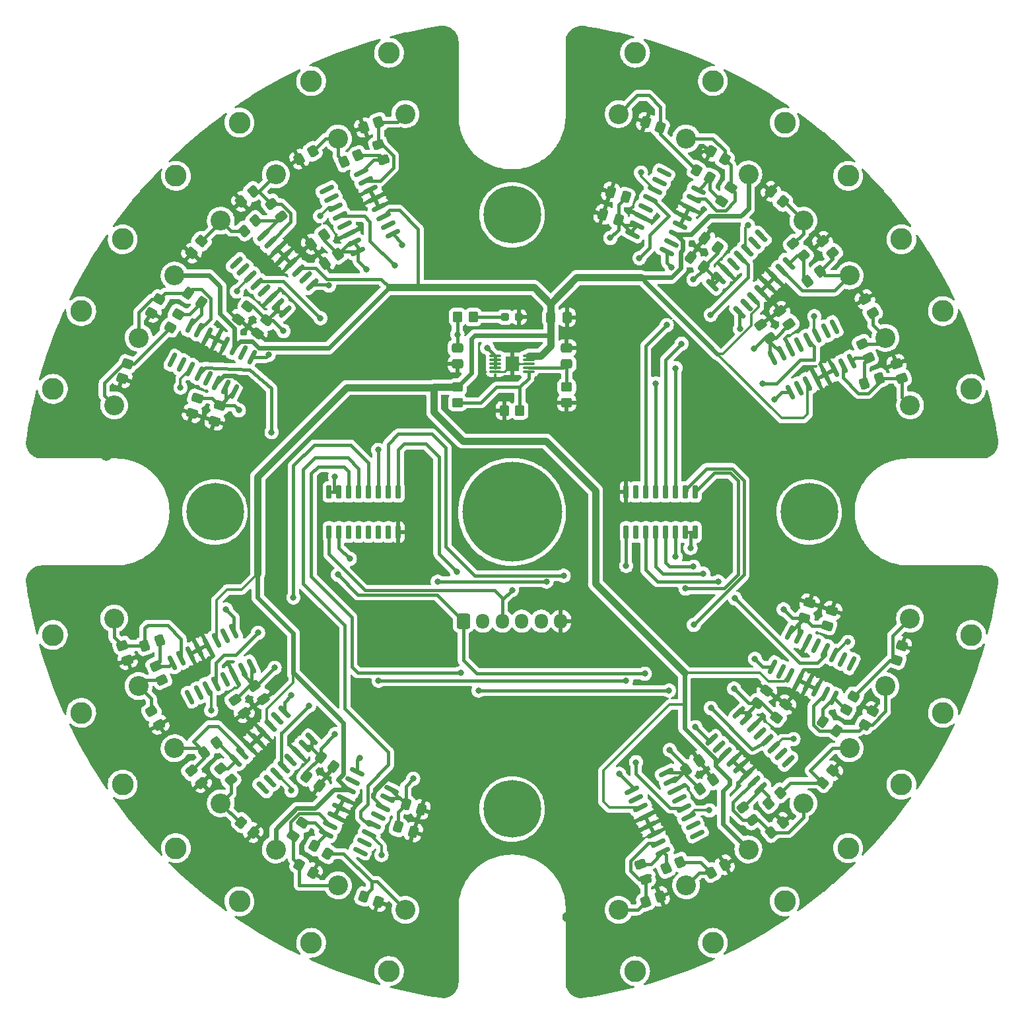
<source format=gtl>
%TF.GenerationSoftware,KiCad,Pcbnew,(6.0.4)*%
%TF.CreationDate,2022-11-02T15:12:15-07:00*%
%TF.ProjectId,PCB,5043422e-6b69-4636-9164-5f7063625858,rev?*%
%TF.SameCoordinates,Original*%
%TF.FileFunction,Copper,L1,Top*%
%TF.FilePolarity,Positive*%
%FSLAX46Y46*%
G04 Gerber Fmt 4.6, Leading zero omitted, Abs format (unit mm)*
G04 Created by KiCad (PCBNEW (6.0.4)) date 2022-11-02 15:12:15*
%MOMM*%
%LPD*%
G01*
G04 APERTURE LIST*
G04 Aperture macros list*
%AMRoundRect*
0 Rectangle with rounded corners*
0 $1 Rounding radius*
0 $2 $3 $4 $5 $6 $7 $8 $9 X,Y pos of 4 corners*
0 Add a 4 corners polygon primitive as box body*
4,1,4,$2,$3,$4,$5,$6,$7,$8,$9,$2,$3,0*
0 Add four circle primitives for the rounded corners*
1,1,$1+$1,$2,$3*
1,1,$1+$1,$4,$5*
1,1,$1+$1,$6,$7*
1,1,$1+$1,$8,$9*
0 Add four rect primitives between the rounded corners*
20,1,$1+$1,$2,$3,$4,$5,0*
20,1,$1+$1,$4,$5,$6,$7,0*
20,1,$1+$1,$6,$7,$8,$9,0*
20,1,$1+$1,$8,$9,$2,$3,0*%
G04 Aperture macros list end*
%TA.AperFunction,ComponentPad*%
%ADD10C,4.100000*%
%TD*%
%TA.AperFunction,ConnectorPad*%
%ADD11C,7.400000*%
%TD*%
%TA.AperFunction,SMDPad,CuDef*%
%ADD12RoundRect,0.250000X-0.219312X0.526215X-0.564008X-0.083034X0.219312X-0.526215X0.564008X0.083034X0*%
%TD*%
%TA.AperFunction,SMDPad,CuDef*%
%ADD13RoundRect,0.150000X-0.667663X-0.507297X0.803502X0.239813X0.667663X0.507297X-0.803502X-0.239813X0*%
%TD*%
%TA.AperFunction,SMDPad,CuDef*%
%ADD14RoundRect,0.150000X-0.507297X0.667663X0.239813X-0.803502X0.507297X-0.667663X-0.239813X0.803502X0*%
%TD*%
%TA.AperFunction,WasherPad*%
%ADD15C,2.800000*%
%TD*%
%TA.AperFunction,ComponentPad*%
%ADD16C,2.550000*%
%TD*%
%TA.AperFunction,SMDPad,CuDef*%
%ADD17RoundRect,0.150000X-0.478222X-0.688788X0.690069X0.476371X0.478222X0.688788X-0.690069X-0.476371X0*%
%TD*%
%TA.AperFunction,SMDPad,CuDef*%
%ADD18RoundRect,0.250000X0.569696X0.021139X0.119744X0.557370X-0.569696X-0.021139X-0.119744X-0.557370X0*%
%TD*%
%TA.AperFunction,SMDPad,CuDef*%
%ADD19RoundRect,0.250000X0.450000X-0.350000X0.450000X0.350000X-0.450000X0.350000X-0.450000X-0.350000X0*%
%TD*%
%TA.AperFunction,ComponentPad*%
%ADD20RoundRect,0.250000X-0.600000X-0.725000X0.600000X-0.725000X0.600000X0.725000X-0.600000X0.725000X0*%
%TD*%
%TA.AperFunction,ComponentPad*%
%ADD21O,1.700000X1.950000*%
%TD*%
%TA.AperFunction,SMDPad,CuDef*%
%ADD22RoundRect,0.150000X-0.802855X0.241969X0.666299X-0.509088X0.802855X-0.241969X-0.666299X0.509088X0*%
%TD*%
%TA.AperFunction,SMDPad,CuDef*%
%ADD23RoundRect,0.250000X0.181079X-0.553843X0.582585X-0.011239X-0.181079X0.553843X-0.582585X0.011239X0*%
%TD*%
%TA.AperFunction,SMDPad,CuDef*%
%ADD24RoundRect,0.250000X0.303155X-0.482801X0.542569X0.174983X-0.303155X0.482801X-0.542569X-0.174983X0*%
%TD*%
%TA.AperFunction,SMDPad,CuDef*%
%ADD25RoundRect,0.250000X-0.526215X-0.219312X0.083034X-0.564008X0.526215X0.219312X-0.083034X0.564008X0*%
%TD*%
%TA.AperFunction,SMDPad,CuDef*%
%ADD26RoundRect,0.150000X0.802855X-0.241969X-0.666299X0.509088X-0.802855X0.241969X0.666299X-0.509088X0*%
%TD*%
%TA.AperFunction,SMDPad,CuDef*%
%ADD27RoundRect,0.250000X0.131874X0.554625X-0.505098X0.264340X-0.131874X-0.554625X0.505098X-0.264340X0*%
%TD*%
%TA.AperFunction,SMDPad,CuDef*%
%ADD28RoundRect,0.250000X-0.001070X0.582692X-0.550598X0.190718X0.001070X-0.582692X0.550598X-0.190718X0*%
%TD*%
%TA.AperFunction,SMDPad,CuDef*%
%ADD29RoundRect,0.250000X-0.582692X-0.001070X-0.190718X-0.550598X0.582692X0.001070X0.190718X0.550598X0*%
%TD*%
%TA.AperFunction,SMDPad,CuDef*%
%ADD30RoundRect,0.250000X-0.343363X0.470779X-0.557544X-0.169340X0.343363X-0.470779X0.557544X0.169340X0*%
%TD*%
%TA.AperFunction,SMDPad,CuDef*%
%ADD31RoundRect,0.250000X-0.553843X-0.181079X-0.011239X-0.582585X0.553843X0.181079X0.011239X0.582585X0*%
%TD*%
%TA.AperFunction,SMDPad,CuDef*%
%ADD32RoundRect,0.250000X0.582091X0.026486X0.166519X0.558393X-0.582091X-0.026486X-0.166519X-0.558393X0*%
%TD*%
%TA.AperFunction,SMDPad,CuDef*%
%ADD33RoundRect,0.250000X0.350000X0.450000X-0.350000X0.450000X-0.350000X-0.450000X0.350000X-0.450000X0*%
%TD*%
%TA.AperFunction,SMDPad,CuDef*%
%ADD34RoundRect,0.250000X-0.303155X0.482801X-0.542569X-0.174983X0.303155X-0.482801X0.542569X0.174983X0*%
%TD*%
%TA.AperFunction,SMDPad,CuDef*%
%ADD35RoundRect,0.150000X0.667663X0.507297X-0.803502X-0.239813X-0.667663X-0.507297X0.803502X0.239813X0*%
%TD*%
%TA.AperFunction,SMDPad,CuDef*%
%ADD36RoundRect,0.250000X-0.569696X-0.021139X-0.119744X-0.557370X0.569696X0.021139X0.119744X0.557370X0*%
%TD*%
%TA.AperFunction,SMDPad,CuDef*%
%ADD37RoundRect,0.250000X0.528109X0.214711X-0.078109X0.564711X-0.528109X-0.214711X0.078109X-0.564711X0*%
%TD*%
%TA.AperFunction,SMDPad,CuDef*%
%ADD38RoundRect,0.250000X-0.181079X0.553843X-0.582585X0.011239X0.181079X-0.553843X0.582585X-0.011239X0*%
%TD*%
%TA.AperFunction,SMDPad,CuDef*%
%ADD39RoundRect,0.250000X0.526215X0.219312X-0.083034X0.564008X-0.526215X-0.219312X0.083034X-0.564008X0*%
%TD*%
%TA.AperFunction,SMDPad,CuDef*%
%ADD40RoundRect,0.250000X-0.214711X0.528109X-0.564711X-0.078109X0.214711X-0.528109X0.564711X0.078109X0*%
%TD*%
%TA.AperFunction,SMDPad,CuDef*%
%ADD41RoundRect,0.150000X-0.241969X-0.802855X0.509088X0.666299X0.241969X0.802855X-0.509088X-0.666299X0*%
%TD*%
%TA.AperFunction,SMDPad,CuDef*%
%ADD42RoundRect,0.075000X-0.650000X-0.075000X0.650000X-0.075000X0.650000X0.075000X-0.650000X0.075000X0*%
%TD*%
%TA.AperFunction,SMDPad,CuDef*%
%ADD43R,1.680000X1.880000*%
%TD*%
%TA.AperFunction,SMDPad,CuDef*%
%ADD44RoundRect,0.250000X0.470779X0.343363X-0.169340X0.557544X-0.470779X-0.343363X0.169340X-0.557544X0*%
%TD*%
%TA.AperFunction,SMDPad,CuDef*%
%ADD45RoundRect,0.250000X0.343363X-0.470779X0.557544X0.169340X-0.343363X0.470779X-0.557544X-0.169340X0*%
%TD*%
%TA.AperFunction,SMDPad,CuDef*%
%ADD46RoundRect,0.250000X-0.026486X0.582091X-0.558393X0.166519X0.026486X-0.582091X0.558393X-0.166519X0*%
%TD*%
%TA.AperFunction,SMDPad,CuDef*%
%ADD47RoundRect,0.250000X-0.564711X0.078109X-0.214711X-0.528109X0.564711X-0.078109X0.214711X0.528109X0*%
%TD*%
%TA.AperFunction,SMDPad,CuDef*%
%ADD48RoundRect,0.250000X-0.205065X0.545417X-0.582520X-0.014184X0.205065X-0.545417X0.582520X0.014184X0*%
%TD*%
%TA.AperFunction,SMDPad,CuDef*%
%ADD49RoundRect,0.250000X-0.470779X-0.343363X0.169340X-0.557544X0.470779X0.343363X-0.169340X0.557544X0*%
%TD*%
%TA.AperFunction,SMDPad,CuDef*%
%ADD50RoundRect,0.250000X-0.554625X0.131874X-0.264340X-0.505098X0.554625X-0.131874X0.264340X0.505098X0*%
%TD*%
%TA.AperFunction,SMDPad,CuDef*%
%ADD51RoundRect,0.250000X-0.021139X0.569696X-0.557370X0.119744X0.021139X-0.569696X0.557370X-0.119744X0*%
%TD*%
%TA.AperFunction,SMDPad,CuDef*%
%ADD52RoundRect,0.250000X-0.337500X-0.475000X0.337500X-0.475000X0.337500X0.475000X-0.337500X0.475000X0*%
%TD*%
%TA.AperFunction,SMDPad,CuDef*%
%ADD53RoundRect,0.250000X-0.482801X-0.303155X0.174983X-0.542569X0.482801X0.303155X-0.174983X0.542569X0*%
%TD*%
%TA.AperFunction,SMDPad,CuDef*%
%ADD54RoundRect,0.250000X-0.582091X-0.026486X-0.166519X-0.558393X0.582091X0.026486X0.166519X0.558393X0*%
%TD*%
%TA.AperFunction,SMDPad,CuDef*%
%ADD55RoundRect,0.250000X0.045969X-0.568231X0.562063X-0.095318X-0.045969X0.568231X-0.562063X0.095318X0*%
%TD*%
%TA.AperFunction,SMDPad,CuDef*%
%ADD56RoundRect,0.250000X0.557370X0.119744X0.021139X0.569696X-0.557370X-0.119744X-0.021139X-0.569696X0*%
%TD*%
%TA.AperFunction,SMDPad,CuDef*%
%ADD57RoundRect,0.150000X0.150000X-0.725000X0.150000X0.725000X-0.150000X0.725000X-0.150000X-0.725000X0*%
%TD*%
%TA.AperFunction,SMDPad,CuDef*%
%ADD58RoundRect,0.250000X0.219312X-0.526215X0.564008X0.083034X-0.219312X0.526215X-0.564008X-0.083034X0*%
%TD*%
%TA.AperFunction,SMDPad,CuDef*%
%ADD59RoundRect,0.250000X0.475000X-0.337500X0.475000X0.337500X-0.475000X0.337500X-0.475000X-0.337500X0*%
%TD*%
%TA.AperFunction,SMDPad,CuDef*%
%ADD60RoundRect,0.150000X0.507297X-0.667663X-0.239813X0.803502X-0.507297X0.667663X0.239813X-0.803502X0*%
%TD*%
%TA.AperFunction,SMDPad,CuDef*%
%ADD61RoundRect,0.250000X0.542569X-0.174983X0.303155X0.482801X-0.542569X0.174983X-0.303155X-0.482801X0*%
%TD*%
%TA.AperFunction,SMDPad,CuDef*%
%ADD62RoundRect,0.237500X0.287500X0.237500X-0.287500X0.237500X-0.287500X-0.237500X0.287500X-0.237500X0*%
%TD*%
%TA.AperFunction,SMDPad,CuDef*%
%ADD63RoundRect,0.250000X-0.174983X-0.542569X0.482801X-0.303155X0.174983X0.542569X-0.482801X0.303155X0*%
%TD*%
%TA.AperFunction,SMDPad,CuDef*%
%ADD64RoundRect,0.250000X0.021139X-0.569696X0.557370X-0.119744X-0.021139X0.569696X-0.557370X0.119744X0*%
%TD*%
%TA.AperFunction,SMDPad,CuDef*%
%ADD65RoundRect,0.250000X-0.154687X-0.561786X0.479606X-0.330922X0.154687X0.561786X-0.479606X0.330922X0*%
%TD*%
%TA.AperFunction,SMDPad,CuDef*%
%ADD66RoundRect,0.150000X-0.150000X0.725000X-0.150000X-0.725000X0.150000X-0.725000X0.150000X0.725000X0*%
%TD*%
%TA.AperFunction,SMDPad,CuDef*%
%ADD67RoundRect,0.250000X-0.561786X0.154687X-0.330922X-0.479606X0.561786X-0.154687X0.330922X0.479606X0*%
%TD*%
%TA.AperFunction,SMDPad,CuDef*%
%ADD68RoundRect,0.250000X-0.528109X-0.214711X0.078109X-0.564711X0.528109X0.214711X-0.078109X0.564711X0*%
%TD*%
%TA.AperFunction,SMDPad,CuDef*%
%ADD69RoundRect,0.250000X0.001070X-0.582692X0.550598X-0.190718X-0.001070X0.582692X-0.550598X0.190718X0*%
%TD*%
%TA.AperFunction,SMDPad,CuDef*%
%ADD70RoundRect,0.250000X0.174983X0.542569X-0.482801X0.303155X-0.174983X-0.542569X0.482801X-0.303155X0*%
%TD*%
%TA.AperFunction,SMDPad,CuDef*%
%ADD71RoundRect,0.250000X0.078109X0.564711X-0.528109X0.214711X-0.078109X-0.564711X0.528109X-0.214711X0*%
%TD*%
%TA.AperFunction,SMDPad,CuDef*%
%ADD72RoundRect,0.250000X-0.557370X-0.119744X-0.021139X-0.569696X0.557370X0.119744X0.021139X0.569696X0*%
%TD*%
%TA.AperFunction,SMDPad,CuDef*%
%ADD73RoundRect,0.250000X0.553843X0.181079X0.011239X0.582585X-0.553843X-0.181079X-0.011239X-0.582585X0*%
%TD*%
%TA.AperFunction,SMDPad,CuDef*%
%ADD74RoundRect,0.250000X-0.045969X0.568231X-0.562063X0.095318X0.045969X-0.568231X0.562063X-0.095318X0*%
%TD*%
%TA.AperFunction,SMDPad,CuDef*%
%ADD75RoundRect,0.150000X0.478222X0.688788X-0.690069X-0.476371X-0.478222X-0.688788X0.690069X0.476371X0*%
%TD*%
%TA.AperFunction,SMDPad,CuDef*%
%ADD76RoundRect,0.250000X0.214711X-0.528109X0.564711X0.078109X-0.214711X0.528109X-0.564711X-0.078109X0*%
%TD*%
%TA.AperFunction,SMDPad,CuDef*%
%ADD77RoundRect,0.250000X0.545417X0.205065X-0.014184X0.582520X-0.545417X-0.205065X0.014184X-0.582520X0*%
%TD*%
%TA.AperFunction,SMDPad,CuDef*%
%ADD78RoundRect,0.250000X0.561786X-0.154687X0.330922X0.479606X-0.561786X0.154687X-0.330922X-0.479606X0*%
%TD*%
%TA.AperFunction,SMDPad,CuDef*%
%ADD79RoundRect,0.250000X0.482801X0.303155X-0.174983X0.542569X-0.482801X-0.303155X0.174983X-0.542569X0*%
%TD*%
%TA.AperFunction,SMDPad,CuDef*%
%ADD80RoundRect,0.250000X-0.450000X0.350000X-0.450000X-0.350000X0.450000X-0.350000X0.450000X0.350000X0*%
%TD*%
%TA.AperFunction,SMDPad,CuDef*%
%ADD81RoundRect,0.250000X-0.078109X-0.564711X0.528109X-0.214711X0.078109X0.564711X-0.528109X0.214711X0*%
%TD*%
%TA.AperFunction,SMDPad,CuDef*%
%ADD82RoundRect,0.250000X-0.131874X-0.554625X0.505098X-0.264340X0.131874X0.554625X-0.505098X0.264340X0*%
%TD*%
%TA.AperFunction,SMDPad,CuDef*%
%ADD83RoundRect,0.250000X-0.568231X-0.045969X-0.095318X-0.562063X0.568231X0.045969X0.095318X0.562063X0*%
%TD*%
%TA.AperFunction,SMDPad,CuDef*%
%ADD84RoundRect,0.250000X0.205065X-0.545417X0.582520X0.014184X-0.205065X0.545417X-0.582520X-0.014184X0*%
%TD*%
%TA.AperFunction,SMDPad,CuDef*%
%ADD85RoundRect,0.250000X-0.475000X0.337500X-0.475000X-0.337500X0.475000X-0.337500X0.475000X0.337500X0*%
%TD*%
%TA.AperFunction,SMDPad,CuDef*%
%ADD86RoundRect,0.250000X0.568231X0.045969X0.095318X0.562063X-0.568231X-0.045969X-0.095318X-0.562063X0*%
%TD*%
%TA.AperFunction,SMDPad,CuDef*%
%ADD87RoundRect,0.250000X0.554625X-0.131874X0.264340X0.505098X-0.554625X0.131874X-0.264340X-0.505098X0*%
%TD*%
%TA.AperFunction,SMDPad,CuDef*%
%ADD88RoundRect,0.250000X0.582692X0.001070X0.190718X0.550598X-0.582692X-0.001070X-0.190718X-0.550598X0*%
%TD*%
%TA.AperFunction,SMDPad,CuDef*%
%ADD89RoundRect,0.250000X-0.542569X0.174983X-0.303155X-0.482801X0.542569X-0.174983X0.303155X0.482801X0*%
%TD*%
%TA.AperFunction,SMDPad,CuDef*%
%ADD90RoundRect,0.250000X0.026486X-0.582091X0.558393X-0.166519X-0.026486X0.582091X-0.558393X0.166519X0*%
%TD*%
%TA.AperFunction,SMDPad,CuDef*%
%ADD91RoundRect,0.150000X0.241969X0.802855X-0.509088X-0.666299X-0.241969X-0.802855X0.509088X0.666299X0*%
%TD*%
%TA.AperFunction,SMDPad,CuDef*%
%ADD92RoundRect,0.250000X0.564711X-0.078109X0.214711X0.528109X-0.564711X0.078109X-0.214711X-0.528109X0*%
%TD*%
%TA.AperFunction,SMDPad,CuDef*%
%ADD93RoundRect,0.150000X0.688788X-0.478222X-0.476371X0.690069X-0.688788X0.478222X0.476371X-0.690069X0*%
%TD*%
%TA.AperFunction,SMDPad,CuDef*%
%ADD94RoundRect,0.250000X-0.119744X0.557370X-0.569696X0.021139X0.119744X-0.557370X0.569696X-0.021139X0*%
%TD*%
%TA.AperFunction,SMDPad,CuDef*%
%ADD95RoundRect,0.150000X-0.688788X0.478222X0.476371X-0.690069X0.688788X-0.478222X-0.476371X0.690069X0*%
%TD*%
%TA.AperFunction,SMDPad,CuDef*%
%ADD96RoundRect,0.250000X0.154687X0.561786X-0.479606X0.330922X-0.154687X-0.561786X0.479606X-0.330922X0*%
%TD*%
%TA.AperFunction,ConnectorPad*%
%ADD97C,12.800000*%
%TD*%
%TA.AperFunction,ComponentPad*%
%ADD98C,6.800000*%
%TD*%
%TA.AperFunction,SMDPad,CuDef*%
%ADD99RoundRect,0.250000X-0.350000X-0.450000X0.350000X-0.450000X0.350000X0.450000X-0.350000X0.450000X0*%
%TD*%
%TA.AperFunction,SMDPad,CuDef*%
%ADD100RoundRect,0.250000X0.119744X-0.557370X0.569696X-0.021139X-0.119744X0.557370X-0.569696X0.021139X0*%
%TD*%
%TA.AperFunction,SMDPad,CuDef*%
%ADD101RoundRect,0.250000X-0.545417X-0.205065X0.014184X-0.582520X0.545417X0.205065X-0.014184X0.582520X0*%
%TD*%
%TA.AperFunction,ViaPad*%
%ADD102C,1.400000*%
%TD*%
%TA.AperFunction,ViaPad*%
%ADD103C,0.800000*%
%TD*%
%TA.AperFunction,Conductor*%
%ADD104C,0.400000*%
%TD*%
%TA.AperFunction,Conductor*%
%ADD105C,0.250000*%
%TD*%
%TA.AperFunction,Conductor*%
%ADD106C,0.600000*%
%TD*%
%TA.AperFunction,Conductor*%
%ADD107C,0.900000*%
%TD*%
%TA.AperFunction,Conductor*%
%ADD108C,0.300000*%
%TD*%
G04 APERTURE END LIST*
D10*
X121900000Y-90000000D03*
D11*
X121900000Y-90000000D03*
D12*
X117162636Y-64614829D03*
X116177788Y-66355541D03*
D13*
X175332222Y-125657380D03*
X175907270Y-126789731D03*
X176482318Y-127922083D03*
X177057366Y-129054434D03*
X177632414Y-130186785D03*
X178207463Y-131319137D03*
X178782511Y-132451488D03*
X179357559Y-133583840D03*
X183771054Y-131342510D03*
X183196006Y-130210159D03*
X182620958Y-129077807D03*
X182045910Y-127945456D03*
X181470862Y-126813105D03*
X180895813Y-125680753D03*
X180320765Y-124548402D03*
X179745717Y-123416050D03*
D14*
X124342619Y-105332222D03*
X123210268Y-105907270D03*
X122077916Y-106482318D03*
X120945565Y-107057366D03*
X119813214Y-107632414D03*
X118680862Y-108207463D03*
X117548511Y-108782511D03*
X116416159Y-109357559D03*
X118657489Y-113771054D03*
X119789840Y-113196006D03*
X120922192Y-112620958D03*
X122054543Y-112045910D03*
X123186894Y-111470862D03*
X124319246Y-110895813D03*
X125451597Y-110320765D03*
X126583949Y-109745717D03*
D15*
X104751476Y-64237190D03*
D16*
X112117946Y-67672231D03*
D17*
X185600547Y-119174267D03*
X186497366Y-120073497D03*
X187394185Y-120972727D03*
X188291004Y-121871958D03*
X189187823Y-122771188D03*
X190084642Y-123670419D03*
X190981462Y-124569649D03*
X191878281Y-125468880D03*
X195383155Y-121973403D03*
X194486336Y-121074173D03*
X193589517Y-120174943D03*
X192692698Y-119275712D03*
X191795879Y-118376482D03*
X190899060Y-117477251D03*
X190002240Y-116578021D03*
X189105421Y-115678790D03*
D18*
X120171127Y-124725798D03*
X118885551Y-123193710D03*
D15*
X203105229Y-46894770D03*
D16*
X197357865Y-52642134D03*
D15*
X125034780Y-139935508D03*
D16*
X129696809Y-133277441D03*
D19*
X167000000Y-76000000D03*
X167000000Y-74000000D03*
D15*
X110064491Y-55034780D03*
D16*
X116722558Y-59696809D03*
D20*
X153750000Y-104000000D03*
D21*
X156250000Y-104000000D03*
X158750000Y-104000000D03*
X161250000Y-104000000D03*
X163750000Y-104000000D03*
X166250000Y-104000000D03*
D22*
X140164627Y-123362911D03*
X139586540Y-124493714D03*
X139008453Y-125624517D03*
X138430367Y-126755320D03*
X137852280Y-127886123D03*
X137274193Y-129016927D03*
X136696107Y-130147730D03*
X136118020Y-131278533D03*
X140525481Y-133531705D03*
X141103568Y-132400902D03*
X141681655Y-131270099D03*
X142259741Y-130139296D03*
X142837828Y-129008493D03*
X143415915Y-127877689D03*
X143994001Y-126746886D03*
X144572088Y-125616083D03*
D15*
X104751476Y-115762809D03*
D16*
X112117946Y-112327768D03*
D23*
X191439074Y-114554344D03*
X192673332Y-112886342D03*
D15*
X185762809Y-34751476D03*
D16*
X182327768Y-42117946D03*
D24*
X110012139Y-72870084D03*
X110696179Y-70990698D03*
D15*
X144222391Y-148882838D03*
D16*
X146326072Y-141031793D03*
D25*
X134614829Y-132837363D03*
X136355541Y-133822211D03*
D26*
X179835372Y-56637088D03*
X180413459Y-55506285D03*
X180991546Y-54375482D03*
X181569632Y-53244679D03*
X182147719Y-52113876D03*
X182725806Y-50983072D03*
X183303892Y-49852269D03*
X183881979Y-48721466D03*
X179474518Y-46468294D03*
X178896431Y-47599097D03*
X178318344Y-48729900D03*
X177740258Y-49860703D03*
X177162171Y-50991506D03*
X176584084Y-52122310D03*
X176005998Y-53253113D03*
X175427911Y-54383916D03*
D27*
X140264872Y-44283795D03*
X138444950Y-45113181D03*
D28*
X137687372Y-56932222D03*
X135998082Y-58137180D03*
D29*
X124450798Y-114082610D03*
X125655756Y-115771900D03*
D30*
X119621462Y-75395494D03*
X118963054Y-77363266D03*
D31*
X133632636Y-123889230D03*
X135300638Y-125123488D03*
D32*
X190866619Y-129507470D03*
X189589121Y-127872348D03*
D33*
X161000000Y-77000000D03*
X159000000Y-77000000D03*
D34*
X209987860Y-107129915D03*
X209303820Y-109009301D03*
D35*
X144667777Y-54342619D03*
X144092729Y-53210268D03*
X143517681Y-52077916D03*
X142942633Y-50945565D03*
X142367585Y-49813214D03*
X141792536Y-48680862D03*
X141217488Y-47548511D03*
X140642440Y-46416159D03*
X136228945Y-48657489D03*
X136803993Y-49789840D03*
X137379041Y-50922192D03*
X137954089Y-52054543D03*
X138529137Y-53186894D03*
X139104186Y-54319246D03*
X139679234Y-55451597D03*
X140254282Y-56583949D03*
D36*
X199828872Y-55274201D03*
X201114448Y-56806289D03*
D30*
X122511953Y-76362638D03*
X121853545Y-78330410D03*
D37*
X134450025Y-136253854D03*
X132717975Y-135253854D03*
D38*
X126110769Y-63632636D03*
X124876511Y-65300638D03*
D15*
X215248523Y-115762809D03*
D16*
X207882053Y-112327768D03*
D39*
X185385170Y-47162636D03*
X183644458Y-46177788D03*
D15*
X194965219Y-139935508D03*
D16*
X190303190Y-133277441D03*
D40*
X206253854Y-115549974D03*
X205253854Y-117282024D03*
D41*
X193362911Y-109835372D03*
X194493714Y-110413459D03*
X195624517Y-110991546D03*
X196755320Y-111569632D03*
X197886123Y-112147719D03*
X199016927Y-112725806D03*
X200147730Y-113303892D03*
X201278533Y-113881979D03*
X203531705Y-109474518D03*
X202400902Y-108896431D03*
X201270099Y-108318344D03*
X200139296Y-107740258D03*
X199008493Y-107162171D03*
X197877689Y-106584084D03*
X196746886Y-106005998D03*
X195616083Y-105427911D03*
D42*
X157850000Y-70000000D03*
X157850000Y-70500000D03*
X157850000Y-71000000D03*
X157850000Y-71500000D03*
X157850000Y-72000000D03*
X162150000Y-72000000D03*
X162150000Y-71500000D03*
X162150000Y-71000000D03*
X162150000Y-70500000D03*
X162150000Y-70000000D03*
D43*
X160000000Y-71000000D03*
D44*
X174604505Y-49621462D03*
X172636733Y-48963054D03*
D45*
X197488046Y-103637361D03*
X198146454Y-101669589D03*
D46*
X199507470Y-59133380D03*
X197872348Y-60410878D03*
D15*
X144222391Y-31117161D03*
D16*
X146326072Y-38968206D03*
D47*
X205253854Y-62717974D03*
X206253854Y-64450024D03*
D48*
X188035528Y-48435621D03*
X186875202Y-50155873D03*
D49*
X146362638Y-127488046D03*
X148330410Y-128146454D03*
D29*
X126932222Y-112312627D03*
X128137180Y-114001917D03*
D50*
X114283795Y-109735127D03*
X115113181Y-111555049D03*
D51*
X194725798Y-129828872D03*
X193193710Y-131114448D03*
D52*
X164962500Y-65037500D03*
X167037500Y-65037500D03*
D53*
X177129915Y-40012139D03*
X179009301Y-40696179D03*
D54*
X129133380Y-50492529D03*
X130410878Y-52127651D03*
D11*
X160000000Y-128100000D03*
D10*
X160000000Y-128100000D03*
D15*
X203105229Y-133105229D03*
D16*
X197357865Y-127357865D03*
D15*
X175777608Y-148882838D03*
D16*
X173673927Y-141031793D03*
D38*
X128560925Y-65445655D03*
X127326667Y-67113657D03*
D55*
X192896305Y-127380204D03*
X194370859Y-126029024D03*
D56*
X126806289Y-131114448D03*
X125274201Y-129828872D03*
D57*
X136505000Y-92575000D03*
X137775000Y-92575000D03*
X139045000Y-92575000D03*
X140315000Y-92575000D03*
X141585000Y-92575000D03*
X142855000Y-92575000D03*
X144125000Y-92575000D03*
X145395000Y-92575000D03*
X145395000Y-87425000D03*
X144125000Y-87425000D03*
X142855000Y-87425000D03*
X141585000Y-87425000D03*
X140315000Y-87425000D03*
X139045000Y-87425000D03*
X137775000Y-87425000D03*
X136505000Y-87425000D03*
D58*
X202837363Y-115385170D03*
X203822211Y-113644458D03*
D59*
X153000000Y-71037500D03*
X153000000Y-68962500D03*
D60*
X195657380Y-74667777D03*
X196789731Y-74092729D03*
X197922083Y-73517681D03*
X199054434Y-72942633D03*
X200186785Y-72367585D03*
X201319137Y-71792536D03*
X202451488Y-71217488D03*
X203583840Y-70642440D03*
X201342510Y-66228945D03*
X200210159Y-66803993D03*
X199077807Y-67379041D03*
X197945456Y-67954089D03*
X196813105Y-68529137D03*
X195680753Y-69104186D03*
X194548402Y-69679234D03*
X193416050Y-70254282D03*
D61*
X110696179Y-109009301D03*
X110012139Y-107129915D03*
D31*
X135445655Y-121439074D03*
X137113657Y-122673332D03*
D15*
X185762809Y-145248523D03*
D16*
X182327768Y-137882053D03*
D62*
X160875000Y-65000000D03*
X159125000Y-65000000D03*
D63*
X140990698Y-40696179D03*
X142870084Y-40012139D03*
D15*
X175777608Y-31117161D03*
D16*
X173673927Y-38968206D03*
D64*
X125274201Y-50171127D03*
X126806289Y-48885551D03*
D15*
X218882838Y-105777608D03*
D16*
X211031793Y-103673927D03*
D44*
X173637361Y-52511953D03*
X171669589Y-51853545D03*
D65*
X112887852Y-107147419D03*
X114837714Y-106437727D03*
D23*
X193889230Y-116367363D03*
X195123488Y-114699361D03*
D15*
X101117161Y-105777608D03*
D16*
X108968206Y-103673927D03*
D66*
X183495000Y-87425000D03*
X182225000Y-87425000D03*
X180955000Y-87425000D03*
X179685000Y-87425000D03*
X178415000Y-87425000D03*
X177145000Y-87425000D03*
X175875000Y-87425000D03*
X174605000Y-87425000D03*
X174605000Y-92575000D03*
X175875000Y-92575000D03*
X177145000Y-92575000D03*
X178415000Y-92575000D03*
X179685000Y-92575000D03*
X180955000Y-92575000D03*
X182225000Y-92575000D03*
X183495000Y-92575000D03*
D67*
X142852580Y-42887852D03*
X143562272Y-44837714D03*
D68*
X185549975Y-43746145D03*
X187282025Y-44746145D03*
D69*
X184082610Y-125549201D03*
X185771900Y-124344243D03*
D70*
X179009301Y-139303820D03*
X177129915Y-139987860D03*
D28*
X135917389Y-54450798D03*
X134228099Y-55655756D03*
D71*
X187282024Y-135253854D03*
X185549974Y-136253854D03*
D72*
X193193710Y-48885551D03*
X194725798Y-50171127D03*
D15*
X101117161Y-74222391D03*
D16*
X108968206Y-76326072D03*
D45*
X200378537Y-104604505D03*
X201036945Y-102636733D03*
D15*
X215248523Y-64237190D03*
D16*
X207882053Y-67672231D03*
D73*
X184554344Y-58560925D03*
X182886342Y-57326667D03*
D74*
X127103694Y-52619795D03*
X125629140Y-53970975D03*
D69*
X182312627Y-123067777D03*
X184001917Y-121862819D03*
D75*
X134399452Y-60825732D03*
X133502633Y-59926502D03*
X132605814Y-59027272D03*
X131708995Y-58128041D03*
X130812176Y-57228811D03*
X129915357Y-56329580D03*
X129018537Y-55430350D03*
X128121718Y-54531119D03*
X124616844Y-58026596D03*
X125513663Y-58925826D03*
X126410482Y-59825056D03*
X127307301Y-60724287D03*
X128204120Y-61623517D03*
X129100939Y-62522748D03*
X129997759Y-63421978D03*
X130894578Y-64321209D03*
D76*
X113746145Y-64450024D03*
X114746145Y-62717974D03*
D77*
X201564378Y-118035528D03*
X199844126Y-116875202D03*
D15*
X116894770Y-46894770D03*
D16*
X122642134Y-52642134D03*
D78*
X177147419Y-137112147D03*
X176437727Y-135162285D03*
D10*
X198100000Y-90000000D03*
D11*
X198100000Y-90000000D03*
D79*
X142870084Y-139987860D03*
X140990698Y-139303820D03*
D80*
X153000000Y-74000000D03*
X153000000Y-76000000D03*
D81*
X132717975Y-44746145D03*
X134450025Y-43746145D03*
D82*
X179735127Y-135716204D03*
X181555049Y-134886818D03*
D83*
X122619795Y-122896305D03*
X123970975Y-124370859D03*
D15*
X134237190Y-34751476D03*
D16*
X137672231Y-42117946D03*
D84*
X131964471Y-131564378D03*
X133124797Y-129844126D03*
D49*
X145395494Y-130378537D03*
X147363266Y-131036945D03*
D85*
X167000000Y-68962500D03*
X167000000Y-71037500D03*
D86*
X197380204Y-57103694D03*
X196029024Y-55629140D03*
D87*
X205716204Y-70264872D03*
X204886818Y-68444950D03*
D88*
X195549201Y-65917389D03*
X194344243Y-64228099D03*
D89*
X209303820Y-70990698D03*
X209987860Y-72870084D03*
D90*
X120492529Y-120866619D03*
X122127651Y-119589121D03*
D91*
X126637088Y-70164627D03*
X125506285Y-69586540D03*
X124375482Y-69008453D03*
X123244679Y-68430367D03*
X122113876Y-67852280D03*
X120983072Y-67274193D03*
X119852269Y-66696107D03*
X118721466Y-66118020D03*
X116468294Y-70525481D03*
X117599097Y-71103568D03*
X118729900Y-71681655D03*
X119860703Y-72259741D03*
X120991506Y-72837828D03*
X122122310Y-73415915D03*
X123253113Y-73994001D03*
X124383916Y-74572088D03*
D15*
X134237190Y-145248523D03*
D16*
X137672231Y-137882053D03*
D92*
X114746145Y-117282025D03*
X113746145Y-115549975D03*
D93*
X189174267Y-64399452D03*
X190073497Y-63502633D03*
X190972727Y-62605814D03*
X191871958Y-61708995D03*
X192771188Y-60812176D03*
X193670419Y-59915357D03*
X194569649Y-59018537D03*
X195468880Y-58121718D03*
X191973403Y-54616844D03*
X191074173Y-55513663D03*
X190174943Y-56410482D03*
X189275712Y-57307301D03*
X188376482Y-58204120D03*
X187477251Y-59100939D03*
X186578021Y-59997759D03*
X185678790Y-60894578D03*
D15*
X209935508Y-55034780D03*
D16*
X203277441Y-59696809D03*
D88*
X193067777Y-67687372D03*
X191862819Y-65998082D03*
D15*
X116894770Y-133105229D03*
D16*
X122642134Y-127357865D03*
D15*
X194965219Y-40064491D03*
D16*
X190303190Y-46722558D03*
D11*
X160000000Y-51900000D03*
D10*
X160000000Y-51900000D03*
D94*
X201114448Y-123193710D03*
X199828872Y-124725798D03*
D95*
X130825732Y-115600547D03*
X129926502Y-116497366D03*
X129027272Y-117394185D03*
X128128041Y-118291004D03*
X127228811Y-119187823D03*
X126329580Y-120084642D03*
X125430350Y-120981462D03*
X124531119Y-121878281D03*
X128026596Y-125383155D03*
X128925826Y-124486336D03*
X129825056Y-123589517D03*
X130724287Y-122692698D03*
X131623517Y-121795879D03*
X132522748Y-120899060D03*
X133421978Y-120002240D03*
X134321209Y-119105421D03*
D96*
X207112147Y-72852580D03*
X205162285Y-73562272D03*
D15*
X218882838Y-74222391D03*
D16*
X211031793Y-76326072D03*
D97*
X160000000Y-90000000D03*
D98*
X160000000Y-90000000D03*
D99*
X153000000Y-65000000D03*
X155000000Y-65000000D03*
D15*
X110064491Y-124965219D03*
D16*
X116722558Y-120303190D03*
D73*
X186367363Y-56110769D03*
X184699361Y-54876511D03*
D100*
X118885551Y-56806289D03*
X120171127Y-55274201D03*
D15*
X209935508Y-124965219D03*
D16*
X203277441Y-120303190D03*
D15*
X125034780Y-40064491D03*
D16*
X129696809Y-46722558D03*
D101*
X118435621Y-61964471D03*
X120155873Y-63124797D03*
D102*
X101975000Y-80775000D03*
X134874000Y-106629200D03*
X133502400Y-66548000D03*
X183184800Y-63144400D03*
X168859200Y-135432800D03*
X148132800Y-85242400D03*
X179070000Y-102920800D03*
X166522400Y-116789200D03*
X186131200Y-113030000D03*
X156768800Y-108712000D03*
X183743600Y-71018400D03*
D103*
X139000000Y-132000000D03*
D102*
X150650000Y-147600000D03*
X139852400Y-78181200D03*
X166014400Y-54711600D03*
X194513200Y-97790000D03*
X187096400Y-66598800D03*
X123088400Y-96520000D03*
X172161200Y-116281200D03*
D103*
X179603400Y-118338600D03*
D102*
X135128000Y-116992400D03*
X169062400Y-35255200D03*
X122834400Y-84328000D03*
X217779600Y-99872800D03*
X167132000Y-141986000D03*
D103*
X183769000Y-44399200D03*
D102*
X150825200Y-137363200D03*
D103*
X127254000Y-75361800D03*
D102*
X172000000Y-82000000D03*
X150926800Y-44297600D03*
X186080400Y-108153200D03*
X153873200Y-83566000D03*
X157378400Y-117856000D03*
X151384000Y-54711600D03*
X172516800Y-106070400D03*
X146050000Y-105206800D03*
X107950000Y-82804000D03*
X146761200Y-67919600D03*
X204012800Y-80365600D03*
X186486800Y-93929200D03*
X147828000Y-95859600D03*
X205333600Y-98907600D03*
X167640000Y-95199200D03*
X194005200Y-82296000D03*
X143459200Y-114960400D03*
X189382400Y-105308400D03*
X177520600Y-114731800D03*
X169468800Y-147675600D03*
D103*
X160000000Y-71000000D03*
D102*
X138430000Y-63144400D03*
X151028400Y-115316000D03*
X151790400Y-121361200D03*
X133654800Y-73507600D03*
X217322400Y-80670400D03*
X186537600Y-88188800D03*
D103*
X176733200Y-43002200D03*
D102*
X142697200Y-96062800D03*
X186080400Y-77470000D03*
X150622000Y-35458400D03*
D103*
X137287000Y-85471000D03*
X129540000Y-109982000D03*
X123317000Y-102489000D03*
X173736000Y-123571000D03*
X141351000Y-58928000D03*
X193675000Y-75565000D03*
X172593000Y-54864000D03*
X182880000Y-94615000D03*
X183261000Y-60198000D03*
X130683000Y-66802000D03*
X194818000Y-102489000D03*
X156819600Y-68961000D03*
X180467000Y-58674000D03*
X191008000Y-69088000D03*
X189230000Y-66548000D03*
X180213000Y-120523000D03*
X137287000Y-118491000D03*
X128778000Y-69850000D03*
X124968000Y-76962000D03*
X183515000Y-117602000D03*
X188468000Y-112649000D03*
X152984200Y-67233800D03*
X145923000Y-55753000D03*
X147320000Y-124206000D03*
X191135000Y-108839000D03*
X140462000Y-121539000D03*
X136525000Y-60960000D03*
X131699000Y-113538000D03*
X137668000Y-98044000D03*
X183311800Y-104470200D03*
X177033138Y-110744000D03*
X139192000Y-96012000D03*
X152908000Y-97663000D03*
X160000000Y-100000000D03*
X182245000Y-99822000D03*
X196088000Y-119126000D03*
X135382000Y-52070000D03*
X185293000Y-128270000D03*
X117475000Y-74041000D03*
X203073000Y-106680000D03*
X131699000Y-125730000D03*
X190246000Y-53213000D03*
X124714000Y-61722000D03*
X143256000Y-133985000D03*
X198755000Y-64897000D03*
X176530000Y-46482000D03*
X121412000Y-115443000D03*
X192151000Y-73533000D03*
X178435000Y-73533000D03*
X185470800Y-64719200D03*
X181737000Y-68427600D03*
X176326800Y-57454800D03*
X179832000Y-66040000D03*
X180975000Y-71551800D03*
X144932400Y-58420000D03*
X142824200Y-82042000D03*
X135432800Y-65151000D03*
X180975000Y-95758000D03*
X150469600Y-98933000D03*
X129159000Y-79781400D03*
X164414200Y-98933000D03*
X127431800Y-105486200D03*
X131953000Y-100965000D03*
X183261000Y-97028000D03*
X142875000Y-111633000D03*
X174625000Y-111633000D03*
X133959600Y-114858800D03*
X175895000Y-122097800D03*
X184531000Y-97917000D03*
X180136800Y-112903000D03*
X155702000Y-112903000D03*
X185496200Y-115138200D03*
X153416000Y-110617000D03*
X188595000Y-101092000D03*
X186436000Y-98933000D03*
X166624000Y-98171000D03*
X174625000Y-96901000D03*
D104*
X143415915Y-127877689D02*
X142045541Y-126507315D01*
X184422055Y-43746145D02*
X183769000Y-44399200D01*
X142045541Y-126507315D02*
X142045541Y-126205049D01*
D105*
X159000000Y-72000000D02*
X157850000Y-72000000D01*
D104*
X142045541Y-126205049D02*
X146889390Y-121361200D01*
X146889390Y-121361200D02*
X151790400Y-121361200D01*
D106*
X122993925Y-72544300D02*
X124436500Y-72544300D01*
X122122310Y-73415915D02*
X122993925Y-72544300D01*
D105*
X160000000Y-71000000D02*
X159000000Y-72000000D01*
D106*
X124436500Y-72544300D02*
X127254000Y-75361800D01*
D104*
X185549975Y-43746145D02*
X184422055Y-43746145D01*
D105*
X160000000Y-71000000D02*
X162150000Y-71000000D01*
D104*
X119621462Y-75395494D02*
X121544809Y-75395494D01*
X140164627Y-121836373D02*
X140462000Y-121539000D01*
X136505000Y-87425000D02*
X137209000Y-87425000D01*
X146362638Y-127488046D02*
X146362638Y-125163362D01*
X181964354Y-123416050D02*
X182312627Y-123067777D01*
X127209373Y-112312627D02*
X129540000Y-109982000D01*
X126932222Y-112312627D02*
X126220781Y-112312627D01*
X125451597Y-110320765D02*
X125451597Y-110832002D01*
X146362638Y-125163362D02*
X147320000Y-124206000D01*
X190002240Y-116578021D02*
X190002240Y-115991178D01*
X192076211Y-114554344D02*
X193889230Y-116367363D01*
X173637361Y-50588606D02*
X174604505Y-49621462D01*
X185991178Y-59997759D02*
X184554344Y-58560925D01*
X191439074Y-114554344D02*
X190373344Y-114554344D01*
X134321209Y-120314628D02*
X135445655Y-121439074D01*
X182872000Y-94607000D02*
X182880000Y-94615000D01*
X152984200Y-67233800D02*
X152984200Y-65015800D01*
X179835372Y-58042372D02*
X180467000Y-58674000D01*
X137209000Y-85549000D02*
X137287000Y-85471000D01*
X157850000Y-70000000D02*
X157850000Y-71500000D01*
X193779218Y-67687372D02*
X195549201Y-65917389D01*
X173637361Y-52511953D02*
X173637361Y-53819639D01*
X180320765Y-124548402D02*
X180832002Y-124548402D01*
X134321209Y-119105421D02*
X134321209Y-120314628D01*
X152984200Y-65015800D02*
X153000000Y-65000000D01*
X193067777Y-67687372D02*
X193067777Y-68198609D01*
X129685371Y-64321209D02*
X128560925Y-65445655D01*
X184554344Y-58560925D02*
X184554344Y-58904656D01*
X129997759Y-63421978D02*
X129997759Y-64008821D01*
X133632636Y-123889230D02*
X133632636Y-123252093D01*
X193067777Y-67687372D02*
X193779218Y-67687372D01*
X125451597Y-110832002D02*
X126932222Y-112312627D01*
X152984200Y-68946700D02*
X153000000Y-68962500D01*
X182312627Y-122622627D02*
X180213000Y-120523000D01*
X182312627Y-123067777D02*
X182312627Y-122622627D01*
X123253113Y-73994001D02*
X123253113Y-75621478D01*
X128560925Y-65445655D02*
X129326655Y-65445655D01*
X189174267Y-66492267D02*
X189230000Y-66548000D01*
X135445655Y-121439074D02*
X135445655Y-120332345D01*
X130825732Y-114411268D02*
X131699000Y-113538000D01*
X186367363Y-56747906D02*
X184554344Y-58560925D01*
X174378521Y-53253113D02*
X173637361Y-52511953D01*
X179835372Y-56637088D02*
X179835372Y-58042372D01*
X182312627Y-123779218D02*
X184082610Y-125549201D01*
X175332222Y-125167222D02*
X173736000Y-123571000D01*
X124302503Y-74572088D02*
X122511953Y-76362638D01*
X129997759Y-64008821D02*
X128560925Y-65445655D01*
X135917389Y-55162239D02*
X137687372Y-56932222D01*
X182872000Y-92575000D02*
X183495000Y-92575000D01*
X126583949Y-111964354D02*
X126932222Y-112312627D01*
X145395494Y-130378537D02*
X145395494Y-128455190D01*
X133421978Y-120002240D02*
X134008821Y-120002240D01*
X191439074Y-114554344D02*
X192076211Y-114554344D01*
X126110769Y-63632636D02*
X126747906Y-63632636D01*
X195657380Y-74667777D02*
X194572223Y-74667777D01*
X140254282Y-57831282D02*
X141351000Y-58928000D01*
X123253113Y-75621478D02*
X122511953Y-76362638D01*
X185678790Y-60894578D02*
X185681202Y-60894578D01*
X175427911Y-53831200D02*
X176005998Y-53253113D01*
X140254282Y-56026645D02*
X139679234Y-55451597D01*
X189174267Y-64460267D02*
X189174267Y-66492267D01*
X173637361Y-52511953D02*
X173637361Y-50588606D01*
X145923000Y-55597842D02*
X144667777Y-54342619D01*
X126220781Y-112312627D02*
X124450798Y-114082610D01*
X126747906Y-63632636D02*
X128560925Y-65445655D01*
X134008821Y-120002240D02*
X135445655Y-121439074D01*
X140164627Y-123362911D02*
X140164627Y-121836373D01*
X137209000Y-87425000D02*
X137209000Y-85549000D01*
X185600547Y-119174267D02*
X185087267Y-119174267D01*
X135445655Y-120332345D02*
X137287000Y-118491000D01*
X195697496Y-105427911D02*
X197488046Y-103637361D01*
X124383916Y-74572088D02*
X124302503Y-74572088D01*
X182872000Y-92575000D02*
X182872000Y-94607000D01*
X140254282Y-56583949D02*
X140254282Y-57831282D01*
X193067777Y-67687372D02*
X193067777Y-69906009D01*
X193067777Y-68198609D02*
X194548402Y-69679234D01*
X185681202Y-60894578D02*
X186578021Y-59997759D01*
X144572088Y-125616083D02*
X144572088Y-125697496D01*
X190373344Y-114554344D02*
X188468000Y-112649000D01*
X122511953Y-76362638D02*
X124368638Y-76362638D01*
X130894578Y-64321209D02*
X129685371Y-64321209D01*
X192131372Y-109835372D02*
X191135000Y-108839000D01*
X186367363Y-56110769D02*
X186367363Y-56747906D01*
X140254282Y-56583949D02*
X140254282Y-56026645D01*
X126637088Y-70164627D02*
X128463373Y-70164627D01*
X193362911Y-109835372D02*
X192131372Y-109835372D01*
X139679234Y-55451597D02*
X139167997Y-55451597D01*
X124342619Y-105332222D02*
X124342619Y-103514619D01*
X124342619Y-103514619D02*
X123317000Y-102489000D01*
X121544809Y-75395494D02*
X122511953Y-76362638D01*
X195616083Y-105427911D02*
X195697496Y-105427911D01*
X129326655Y-65445655D02*
X130683000Y-66802000D01*
X189105421Y-115678790D02*
X190314628Y-115678790D01*
X182225000Y-92575000D02*
X182872000Y-92575000D01*
X176005998Y-53253113D02*
X174378521Y-53253113D01*
X190314628Y-115678790D02*
X191439074Y-114554344D01*
X175332222Y-125657380D02*
X175332222Y-125167222D01*
X196746886Y-106005998D02*
X196746886Y-104378521D01*
X198455190Y-104604505D02*
X197488046Y-103637361D01*
X137209000Y-87425000D02*
X137775000Y-87425000D01*
X152984200Y-67233800D02*
X152984200Y-68946700D01*
X133632636Y-123252093D02*
X135445655Y-121439074D01*
X185678790Y-59685371D02*
X184554344Y-58560925D01*
X156818100Y-68962500D02*
X156819600Y-68961000D01*
X130825732Y-115600547D02*
X130825732Y-114411268D01*
X195966361Y-103637361D02*
X194818000Y-102489000D01*
X194572223Y-74667777D02*
X193675000Y-75565000D01*
X185087267Y-119174267D02*
X183515000Y-117602000D01*
X193067777Y-69906009D02*
X193416050Y-70254282D01*
X136390732Y-60825732D02*
X136525000Y-60960000D01*
X196746886Y-104378521D02*
X197488046Y-103637361D01*
X180832002Y-124548402D02*
X182312627Y-123067777D01*
X175427911Y-54383916D02*
X175427911Y-54302503D01*
X184554344Y-58904656D02*
X183261000Y-60198000D01*
X126932222Y-112312627D02*
X127209373Y-112312627D01*
X190002240Y-115991178D02*
X191439074Y-114554344D01*
X135917389Y-54450798D02*
X135917389Y-55162239D01*
X186578021Y-59997759D02*
X185991178Y-59997759D01*
X143994001Y-126746886D02*
X145621478Y-126746886D01*
X182312627Y-123067777D02*
X182312627Y-123779218D01*
X156812500Y-68962500D02*
X157850000Y-70000000D01*
X197488046Y-103637361D02*
X195966361Y-103637361D01*
X185678790Y-60894578D02*
X185678790Y-59685371D01*
X145621478Y-126746886D02*
X146362638Y-127488046D01*
X144572088Y-125697496D02*
X146362638Y-127488046D01*
X128463373Y-70164627D02*
X128778000Y-69850000D01*
X175427911Y-54302503D02*
X173637361Y-52511953D01*
X139167997Y-55451597D02*
X137687372Y-56932222D01*
X124368638Y-76362638D02*
X124968000Y-76962000D01*
X192408628Y-67687372D02*
X191008000Y-69088000D01*
X140254282Y-56583949D02*
X138035645Y-56583949D01*
X200378537Y-104604505D02*
X198455190Y-104604505D01*
X193067777Y-67687372D02*
X192408628Y-67687372D01*
X156812500Y-68962500D02*
X156818100Y-68962500D01*
X145923000Y-55753000D02*
X145923000Y-55597842D01*
X173637361Y-53819639D02*
X172593000Y-54864000D01*
X126583949Y-109745717D02*
X126583949Y-111964354D01*
X179745717Y-123416050D02*
X181964354Y-123416050D01*
X175427911Y-54383916D02*
X175427911Y-53831200D01*
X189174267Y-64399452D02*
X189174267Y-64460267D01*
X138035645Y-56583949D02*
X137687372Y-56932222D01*
X145395494Y-128455190D02*
X146362638Y-127488046D01*
X134399452Y-60825732D02*
X136390732Y-60825732D01*
X205679562Y-74772356D02*
X204439356Y-74772356D01*
X207112147Y-73339771D02*
X205679562Y-74772356D01*
X207112147Y-72852580D02*
X209970356Y-72852580D01*
X202451488Y-72784488D02*
X202451488Y-71217488D01*
X207112147Y-72852580D02*
X207112147Y-73339771D01*
X209970356Y-72852580D02*
X209987860Y-72870084D01*
X209987860Y-72870084D02*
X209987860Y-75282139D01*
X204439356Y-74772356D02*
X202451488Y-72784488D01*
X209987860Y-75282139D02*
X211031793Y-76326072D01*
X203961408Y-70264872D02*
X203583840Y-70642440D01*
X205162285Y-73562272D02*
X205162285Y-70818791D01*
X205162285Y-70818791D02*
X205716204Y-70264872D01*
X205716204Y-70264872D02*
X203961408Y-70264872D01*
X203277441Y-59696809D02*
X201355966Y-61618284D01*
X201355966Y-61618284D02*
X197169396Y-61618284D01*
X203277441Y-59696809D02*
X200070899Y-59696809D01*
X201114448Y-57526402D02*
X199507470Y-59133380D01*
X197169396Y-61618284D02*
X194569649Y-59018537D01*
X201114448Y-56806289D02*
X201114448Y-57526402D01*
X200070899Y-59696809D02*
X199507470Y-59133380D01*
X197380204Y-57103694D02*
X196486904Y-57103694D01*
X197380204Y-59918734D02*
X197872348Y-60410878D01*
X196486904Y-57103694D02*
X195468880Y-58121718D01*
X197380204Y-57103694D02*
X197380204Y-59918734D01*
X184726269Y-49852269D02*
X186211179Y-51337179D01*
X188595000Y-50085839D02*
X188595000Y-48995093D01*
X187282025Y-43679917D02*
X187282025Y-44746145D01*
X187343660Y-51337179D02*
X188595000Y-50085839D01*
X188035528Y-45499648D02*
X187282025Y-44746145D01*
X188035528Y-48435621D02*
X188035528Y-45499648D01*
X183303892Y-49852269D02*
X184726269Y-49852269D01*
X182327768Y-42117946D02*
X185720054Y-42117946D01*
X188595000Y-48995093D02*
X188035528Y-48435621D01*
X186211179Y-51337179D02*
X187343660Y-51337179D01*
X185720054Y-42117946D02*
X187282025Y-43679917D01*
X185385170Y-47218275D02*
X183881979Y-48721466D01*
X185385170Y-47162636D02*
X185385170Y-48665841D01*
X185385170Y-47162636D02*
X185385170Y-47218275D01*
X185385170Y-48665841D02*
X186875202Y-50155873D01*
X143339771Y-42887852D02*
X144772356Y-44320437D01*
X145282139Y-40012139D02*
X146326072Y-38968206D01*
X143078489Y-47548511D02*
X141217488Y-47548511D01*
X142870084Y-40012139D02*
X142870084Y-42870348D01*
X144772356Y-45854644D02*
X143078489Y-47548511D01*
X144772356Y-44320437D02*
X144772356Y-45854644D01*
X142870084Y-40012139D02*
X145282139Y-40012139D01*
X142870084Y-42870348D02*
X142852580Y-42887852D01*
X142852580Y-42887852D02*
X143339771Y-42887852D01*
X140264872Y-44283795D02*
X143008353Y-44283795D01*
X143008353Y-44283795D02*
X143562272Y-44837714D01*
X142220885Y-44837714D02*
X140642440Y-46416159D01*
X143562272Y-44837714D02*
X142220885Y-44837714D01*
X129018537Y-55430350D02*
X131618284Y-52830603D01*
X127533816Y-48885551D02*
X129696809Y-46722558D01*
X131618284Y-52830603D02*
X131618284Y-51735284D01*
X127526402Y-48885551D02*
X129133380Y-50492529D01*
X126806289Y-48885551D02*
X127526402Y-48885551D01*
X131618284Y-51735284D02*
X130375529Y-50492529D01*
X130375529Y-50492529D02*
X129133380Y-50492529D01*
X126806289Y-48885551D02*
X127533816Y-48885551D01*
X128121718Y-54531119D02*
X128121718Y-54416811D01*
X129918734Y-52619795D02*
X130410878Y-52127651D01*
X128121718Y-54416811D02*
X130410878Y-52127651D01*
X127103694Y-52619795D02*
X129918734Y-52619795D01*
X119852269Y-66696107D02*
X121337179Y-65211197D01*
X113825520Y-62717974D02*
X112117946Y-64425548D01*
X120148840Y-61468000D02*
X118932092Y-61468000D01*
X121337179Y-62656339D02*
X120148840Y-61468000D01*
X115499648Y-61964471D02*
X114746145Y-62717974D01*
X112117946Y-64425548D02*
X112117946Y-67672231D01*
X121337179Y-65211197D02*
X121337179Y-62656339D01*
X118932092Y-61468000D02*
X118435621Y-61964471D01*
X114746145Y-62717974D02*
X113825520Y-62717974D01*
X118435621Y-61964471D02*
X115499648Y-61964471D01*
X120155873Y-64683613D02*
X118721466Y-66118020D01*
X118665841Y-64614829D02*
X120155873Y-63124797D01*
X120155873Y-63124797D02*
X120155873Y-64683613D01*
X117162636Y-64614829D02*
X118665841Y-64614829D01*
X108968206Y-106085982D02*
X110012139Y-107129915D01*
X112887852Y-107147419D02*
X112887852Y-106660228D01*
X110012139Y-107129915D02*
X112870348Y-107129915D01*
X112903000Y-104902000D02*
X113258600Y-104546400D01*
X112903000Y-106645080D02*
X112903000Y-104902000D01*
X117548511Y-106270911D02*
X117548511Y-108782511D01*
X115824000Y-104546400D02*
X117548511Y-106270911D01*
X112887852Y-106660228D02*
X112903000Y-106645080D01*
X112870348Y-107129915D02*
X112887852Y-107147419D01*
X113258600Y-104546400D02*
X115824000Y-104546400D01*
X108968206Y-103673927D02*
X108968206Y-106085982D01*
X116038591Y-109735127D02*
X116416159Y-109357559D01*
X114837714Y-109181208D02*
X114283795Y-109735127D01*
X114283795Y-109735127D02*
X116038591Y-109735127D01*
X114837714Y-106437727D02*
X114837714Y-109181208D01*
X120492529Y-120866619D02*
X120492529Y-120848129D01*
X119929100Y-120303190D02*
X120492529Y-120866619D01*
X122275600Y-117449600D02*
X125430350Y-120604350D01*
X116722558Y-120303190D02*
X119929100Y-120303190D01*
X125430350Y-120604350D02*
X125430350Y-120981462D01*
X119100600Y-119456200D02*
X121107200Y-117449600D01*
X120492529Y-121586732D02*
X118885551Y-123193710D01*
X120492529Y-120848129D02*
X119100600Y-119456200D01*
X121107200Y-117449600D02*
X122275600Y-117449600D01*
X120492529Y-120866619D02*
X120492529Y-121586732D01*
X123513095Y-122896305D02*
X124531119Y-121878281D01*
X122619795Y-122896305D02*
X123513095Y-122896305D01*
X122127651Y-119589121D02*
X122241959Y-119589121D01*
X122241959Y-119589121D02*
X124531119Y-121878281D01*
X131546600Y-131146507D02*
X131964471Y-131564378D01*
X132656339Y-128662820D02*
X131546600Y-129772559D01*
X134414696Y-137871200D02*
X132740400Y-137871200D01*
X134425549Y-137882053D02*
X134414696Y-137871200D01*
X131546600Y-129772559D02*
X131546600Y-131146507D01*
X136696107Y-130147730D02*
X135211197Y-128662820D01*
X135211197Y-128662820D02*
X132656339Y-128662820D01*
X132717975Y-137848775D02*
X132717975Y-135253854D01*
X131964471Y-134500350D02*
X132717975Y-135253854D01*
X131964471Y-131564378D02*
X131964471Y-134500350D01*
X132740400Y-137871200D02*
X132717975Y-137848775D01*
X137672231Y-137882053D02*
X134425549Y-137882053D01*
X134683613Y-129844126D02*
X136118020Y-131278533D01*
X133124797Y-129844126D02*
X134683613Y-129844126D01*
X134614829Y-132781724D02*
X136118020Y-131278533D01*
X134614829Y-132837363D02*
X134614829Y-132781724D01*
X173673927Y-141031793D02*
X176085982Y-141031793D01*
X177147419Y-137112147D02*
X177147419Y-139970356D01*
X177673000Y-136586566D02*
X177147419Y-137112147D01*
X177147419Y-139970356D02*
X177129915Y-139987860D01*
X177515218Y-132451488D02*
X175227643Y-134739063D01*
X175227643Y-134739063D02*
X175227643Y-136035443D01*
X175227643Y-136035443D02*
X176304347Y-137112147D01*
X178782511Y-132451488D02*
X177515218Y-132451488D01*
X176085982Y-141031793D02*
X177129915Y-139987860D01*
X176304347Y-137112147D02*
X177147419Y-137112147D01*
X176437727Y-135162285D02*
X177779114Y-135162285D01*
X179735127Y-135716204D02*
X179735127Y-133961408D01*
X179735127Y-133961408D02*
X179357559Y-133583840D01*
X177779114Y-135162285D02*
X179357559Y-133583840D01*
X197357865Y-129160987D02*
X195404404Y-131114448D01*
X191586732Y-129507470D02*
X193193710Y-131114448D01*
X190866619Y-129507470D02*
X191586732Y-129507470D01*
X190866619Y-129507470D02*
X189615002Y-129507470D01*
X188315600Y-128208068D02*
X188315600Y-127235511D01*
X195404404Y-131114448D02*
X193193710Y-131114448D01*
X190981462Y-124569649D02*
X190981462Y-124740538D01*
X197357865Y-127357865D02*
X197357865Y-129160987D01*
X189615002Y-129507470D02*
X188315600Y-128208068D01*
X188315600Y-127235511D02*
X190981462Y-124569649D01*
X191878281Y-125583188D02*
X189589121Y-127872348D01*
X192896305Y-127380204D02*
X192896305Y-126486904D01*
X192896305Y-126486904D02*
X191878281Y-125468880D01*
X191878281Y-125468880D02*
X191878281Y-125583188D01*
X206174479Y-117282024D02*
X205253854Y-117282024D01*
X199412771Y-118093611D02*
X198628000Y-117308840D01*
X207882053Y-115574450D02*
X206174479Y-117282024D01*
X201564378Y-118035528D02*
X204500350Y-118035528D01*
X201564378Y-118035528D02*
X201506295Y-118093611D01*
X207882053Y-112327768D02*
X207882053Y-115574450D01*
X204500350Y-118035528D02*
X205253854Y-117282024D01*
X201506295Y-118093611D02*
X199412771Y-118093611D01*
X198628000Y-114823622D02*
X200147730Y-113303892D01*
X198628000Y-117308840D02*
X198628000Y-114823622D01*
X202837363Y-115385170D02*
X202781724Y-115385170D01*
X199844126Y-116875202D02*
X199844126Y-115316386D01*
X199844126Y-115316386D02*
X201278533Y-113881979D01*
X202781724Y-115385170D02*
X201278533Y-113881979D01*
D107*
X149946000Y-74000000D02*
X149946000Y-77175000D01*
D106*
X121164809Y-59696809D02*
X116722558Y-59696809D01*
D104*
X136216123Y-60143123D02*
X134810917Y-58737917D01*
D107*
X138811000Y-74041000D02*
X149905000Y-74041000D01*
D106*
X185293000Y-52070000D02*
X189357000Y-52070000D01*
X137138483Y-125624517D02*
X134749700Y-128013300D01*
D108*
X131953000Y-111887000D02*
X128524000Y-115316000D01*
D106*
X181863160Y-56388840D02*
X181597835Y-56654165D01*
X189357000Y-52070000D02*
X190303190Y-51123810D01*
D107*
X149905000Y-74041000D02*
X149946000Y-74000000D01*
D106*
X126683839Y-68136839D02*
X127547489Y-69000489D01*
D108*
X191643000Y-63736211D02*
X191643000Y-63276087D01*
D107*
X164962500Y-65037500D02*
X164962500Y-63362500D01*
D106*
X137668000Y-124333000D02*
X138959517Y-125624517D01*
X182987518Y-54375482D02*
X185293000Y-52070000D01*
D108*
X131953000Y-110744000D02*
X131953000Y-111887000D01*
X182118000Y-110617000D02*
X191770000Y-110617000D01*
D106*
X138959517Y-125624517D02*
X139008453Y-125624517D01*
X132080000Y-110744000D02*
X138402164Y-117066164D01*
D108*
X192854319Y-111701319D02*
X194914744Y-111701319D01*
D107*
X153000000Y-74000000D02*
X149946000Y-74000000D01*
D106*
X181863160Y-55247096D02*
X181863160Y-56388840D01*
D108*
X171704000Y-127127000D02*
X171704000Y-123190000D01*
D104*
X143201123Y-60143123D02*
X136216123Y-60143123D01*
D106*
X154813000Y-72187000D02*
X153000000Y-74000000D01*
D107*
X153670000Y-80899000D02*
X164338000Y-80899000D01*
D106*
X186283600Y-69723000D02*
X186309000Y-69723000D01*
X154813000Y-67818000D02*
X154813000Y-72187000D01*
D107*
X164962500Y-67389500D02*
X164962500Y-65037500D01*
D104*
X144287597Y-51308000D02*
X145542000Y-51308000D01*
D108*
X128524000Y-116890913D02*
X129027272Y-117394185D01*
D104*
X143517681Y-52077916D02*
X144287597Y-51308000D01*
D106*
X181597835Y-56654165D02*
X181597835Y-58744556D01*
X138402164Y-123598836D02*
X137668000Y-124333000D01*
X155241500Y-67389500D02*
X154813000Y-67818000D01*
D108*
X194914744Y-111701319D02*
X195624517Y-110991546D01*
D106*
X124375482Y-68918518D02*
X125157161Y-68136839D01*
X187909200Y-124968000D02*
X187909200Y-124333000D01*
D108*
X197922083Y-77413917D02*
X197922083Y-73517681D01*
D107*
X162814000Y-61214000D02*
X144272000Y-61214000D01*
D108*
X191770000Y-110617000D02*
X192854319Y-111701319D01*
D106*
X129696809Y-130678591D02*
X129696809Y-133277441D01*
X180398391Y-59944000D02*
X176504600Y-59944000D01*
X187909200Y-124333000D02*
X186105800Y-122529600D01*
X186105800Y-121697262D02*
X186105800Y-122261112D01*
D104*
X145542000Y-51308000D02*
X147955000Y-53721000D01*
D106*
X182118000Y-114681000D02*
X182118000Y-117709462D01*
D104*
X147955000Y-53721000D02*
X147955000Y-61214000D01*
D108*
X187154858Y-121212054D02*
X187394185Y-120972727D01*
D106*
X182118000Y-117709462D02*
X186105800Y-121697262D01*
X132362100Y-128013300D02*
X129696809Y-130678591D01*
D104*
X144272000Y-61214000D02*
X143201123Y-60143123D01*
X143629084Y-52077916D02*
X143517681Y-52077916D01*
D107*
X163680000Y-70000000D02*
X164962500Y-68717500D01*
D108*
X194564000Y-77978000D02*
X186309000Y-69723000D01*
D104*
X134810917Y-58737917D02*
X132895169Y-58737917D01*
D108*
X190713895Y-64665316D02*
X191643000Y-63736211D01*
D106*
X136485511Y-69000489D02*
X144272000Y-61214000D01*
X187060247Y-130034498D02*
X187060247Y-125816953D01*
D107*
X149946000Y-77175000D02*
X153670000Y-80899000D01*
D108*
X122077916Y-101315084D02*
X122077916Y-106482318D01*
X127381000Y-97917000D02*
X125349000Y-99949000D01*
X191643000Y-63276087D02*
X190972727Y-62605814D01*
X123444000Y-99949000D02*
X122077916Y-101315084D01*
D107*
X168275000Y-59944000D02*
X176504600Y-59944000D01*
D108*
X197358000Y-77978000D02*
X197922083Y-77413917D01*
D106*
X122555000Y-61087000D02*
X121164809Y-59696809D01*
D107*
X127381000Y-97917000D02*
X127381000Y-85471000D01*
D106*
X176504600Y-59944000D02*
X186283600Y-69723000D01*
X131953000Y-110744000D02*
X132080000Y-110744000D01*
D108*
X171704000Y-123190000D02*
X180213000Y-114681000D01*
D107*
X164338000Y-80899000D02*
X170688000Y-87249000D01*
X170688000Y-87249000D02*
X170688000Y-99187000D01*
X164962500Y-63362500D02*
X162814000Y-61214000D01*
D108*
X190713895Y-66053364D02*
X190713895Y-64665316D01*
X187044259Y-69723000D02*
X190713895Y-66053364D01*
X176482318Y-127922083D02*
X172499083Y-127922083D01*
D104*
X132605814Y-59027272D02*
X132615728Y-59027272D01*
D106*
X164962500Y-67389500D02*
X155241500Y-67389500D01*
X190303190Y-51123810D02*
X190303190Y-46722558D01*
X187060247Y-125816953D02*
X187909200Y-124968000D01*
X181597835Y-58744556D02*
X180398391Y-59944000D01*
X124375482Y-69008453D02*
X124375482Y-66409927D01*
X186105800Y-122261112D02*
X187394185Y-120972727D01*
D108*
X180213000Y-114681000D02*
X182118000Y-114681000D01*
D106*
X180991546Y-54375482D02*
X181863160Y-55247096D01*
X190303190Y-133277441D02*
X187060247Y-130034498D01*
X122555000Y-64589445D02*
X122555000Y-61087000D01*
D107*
X170688000Y-99187000D02*
X182118000Y-110617000D01*
D106*
X125157161Y-68136839D02*
X126683839Y-68136839D01*
X134749700Y-128013300D02*
X132362100Y-128013300D01*
X127547489Y-69000489D02*
X136485511Y-69000489D01*
D107*
X164962500Y-63256500D02*
X168275000Y-59944000D01*
D106*
X139008453Y-125624517D02*
X137138483Y-125624517D01*
D108*
X172499083Y-127922083D02*
X171704000Y-127127000D01*
D106*
X186105800Y-122529600D02*
X186105800Y-122261112D01*
X124375482Y-69008453D02*
X124375482Y-68918518D01*
D104*
X132895169Y-58737917D02*
X132605814Y-59027272D01*
D107*
X164962500Y-68717500D02*
X164962500Y-67389500D01*
D108*
X186309000Y-69723000D02*
X187044259Y-69723000D01*
X125349000Y-99949000D02*
X123444000Y-99949000D01*
D106*
X124375482Y-66409927D02*
X122555000Y-64589445D01*
D107*
X127381000Y-85471000D02*
X138811000Y-74041000D01*
D108*
X194564000Y-77978000D02*
X197358000Y-77978000D01*
D106*
X131953000Y-105537000D02*
X131953000Y-110744000D01*
D107*
X162150000Y-70000000D02*
X163680000Y-70000000D01*
D106*
X127381000Y-100965000D02*
X131953000Y-105537000D01*
D108*
X128524000Y-115316000D02*
X128524000Y-116890913D01*
D106*
X180991546Y-54375482D02*
X182987518Y-54375482D01*
X127381000Y-97917000D02*
X127381000Y-100965000D01*
X138402164Y-117066164D02*
X138402164Y-123598836D01*
X182118000Y-110617000D02*
X182118000Y-114681000D01*
D107*
X164962500Y-63362500D02*
X164962500Y-63256500D01*
D104*
X167000000Y-74000000D02*
X167000000Y-71037500D01*
X167000000Y-71037500D02*
X166537500Y-71500000D01*
X166537500Y-71500000D02*
X162150000Y-71500000D01*
X184888093Y-84450480D02*
X188227618Y-84450480D01*
X182372000Y-87278000D02*
X182372000Y-86966573D01*
X137775000Y-94595000D02*
X137775000Y-92575000D01*
X153750000Y-104000000D02*
X150375520Y-100625520D01*
X140249519Y-100625519D02*
X137668000Y-98044000D01*
X150375520Y-100625520D02*
X140249519Y-100625519D01*
X182372000Y-86966573D02*
X184888093Y-84450480D01*
X155448000Y-110744000D02*
X153750000Y-109046000D01*
X189738000Y-98044000D02*
X183311800Y-104470200D01*
X153750000Y-109046000D02*
X153750000Y-104000000D01*
X189738000Y-85960862D02*
X189738000Y-98039138D01*
X189738000Y-98039138D02*
X189738000Y-98044000D01*
X182225000Y-87425000D02*
X182372000Y-87278000D01*
X188227618Y-84450480D02*
X189738000Y-85960862D01*
X139192000Y-96012000D02*
X137775000Y-94595000D01*
X177033138Y-110744000D02*
X155448000Y-110744000D01*
X150622000Y-95377000D02*
X152908000Y-97663000D01*
X150622000Y-82931000D02*
X150622000Y-94996000D01*
X145415000Y-87405000D02*
X145415000Y-82042000D01*
X145415000Y-82042000D02*
X146177000Y-81280000D01*
X146177000Y-81280000D02*
X148971000Y-81280000D01*
X150368000Y-82677000D02*
X150495000Y-82804000D01*
X150622000Y-94996000D02*
X150622000Y-95377000D01*
X145395000Y-87425000D02*
X145415000Y-87405000D01*
X150495000Y-82804000D02*
X150622000Y-82931000D01*
X148971000Y-81280000D02*
X150368000Y-82677000D01*
X141184000Y-100076000D02*
X157734000Y-100076000D01*
X158750000Y-101092000D02*
X158750000Y-101250000D01*
X136505000Y-92575000D02*
X136505000Y-95397000D01*
X188000000Y-85000000D02*
X189000000Y-86000000D01*
X160000000Y-100000000D02*
X158750000Y-101250000D01*
X183495000Y-87425000D02*
X185920000Y-85000000D01*
X136505000Y-95397000D02*
X141184000Y-100076000D01*
X185920000Y-85000000D02*
X188000000Y-85000000D01*
X158750000Y-101250000D02*
X158750000Y-104000000D01*
X189000000Y-86000000D02*
X189000000Y-98000000D01*
X189000000Y-98000000D02*
X187178000Y-99822000D01*
X187178000Y-99822000D02*
X182245000Y-99822000D01*
X157734000Y-100076000D02*
X158750000Y-101092000D01*
D108*
X176530000Y-46482000D02*
X176530000Y-46941556D01*
X190246000Y-53213000D02*
X189935616Y-53523384D01*
X176530000Y-46941556D02*
X178318344Y-48729900D01*
X121412000Y-115443000D02*
X121412000Y-113110766D01*
X131699000Y-125730000D02*
X131699000Y-125463461D01*
X189935616Y-56171155D02*
X190174943Y-56410482D01*
X124714000Y-61521538D02*
X126410482Y-59825056D01*
X196088000Y-119126000D02*
X194638460Y-119126000D01*
X117475000Y-72936555D02*
X118729900Y-71681655D01*
X185293000Y-128270000D02*
X183428765Y-128270000D01*
X136529808Y-50922192D02*
X135382000Y-52070000D01*
X198755000Y-67056234D02*
X199077807Y-67379041D01*
X198755000Y-64897000D02*
X198755000Y-67056234D01*
X189935616Y-53523384D02*
X189935616Y-56171155D01*
X194638460Y-119126000D02*
X193589517Y-120174943D01*
X131699000Y-125463461D02*
X129825056Y-123589517D01*
X137379041Y-50922192D02*
X136529808Y-50922192D01*
X203073000Y-106680000D02*
X202908443Y-106680000D01*
X117475000Y-74041000D02*
X117475000Y-72936555D01*
X143256000Y-132844444D02*
X141681655Y-131270099D01*
X124714000Y-61722000D02*
X124714000Y-61521538D01*
X143256000Y-133985000D02*
X143256000Y-132844444D01*
X121412000Y-113110766D02*
X120922192Y-112620958D01*
X183428765Y-128270000D02*
X182620958Y-129077807D01*
X202908443Y-106680000D02*
X201270099Y-108318344D01*
D104*
X155000000Y-65000000D02*
X159125000Y-65000000D01*
X206253854Y-66044032D02*
X207882053Y-67672231D01*
X206253854Y-64450024D02*
X206253854Y-66044032D01*
X204886818Y-68444950D02*
X207109334Y-68444950D01*
X207109334Y-68444950D02*
X207882053Y-67672231D01*
X197357865Y-52642134D02*
X197357865Y-54300299D01*
X197357865Y-54300299D02*
X196029024Y-55629140D01*
X194725798Y-50171127D02*
X194886858Y-50171127D01*
X194886858Y-50171127D02*
X197357865Y-52642134D01*
X177546000Y-36576000D02*
X179009301Y-38039301D01*
X179009301Y-40696179D02*
X179009301Y-41542631D01*
X179009301Y-38039301D02*
X179009301Y-40696179D01*
X179009301Y-41542631D02*
X183644458Y-46177788D01*
X176066133Y-36576000D02*
X177546000Y-36576000D01*
X173673927Y-38968206D02*
X176066133Y-36576000D01*
X137672231Y-44340462D02*
X138444950Y-45113181D01*
X136078224Y-42117946D02*
X134450025Y-43746145D01*
X137672231Y-42117946D02*
X136078224Y-42117946D01*
X137672231Y-42117946D02*
X137672231Y-44340462D01*
X125629140Y-53970975D02*
X123970975Y-53970975D01*
X122642134Y-52803194D02*
X120171127Y-55274201D01*
X123970975Y-53970975D02*
X122642134Y-52642134D01*
X122642134Y-52642134D02*
X122642134Y-52803194D01*
X108968206Y-76326072D02*
X107693206Y-75051072D01*
X110188736Y-70990698D02*
X110696179Y-70990698D01*
X116177788Y-66355541D02*
X111542631Y-70990698D01*
X107693206Y-75051072D02*
X107693206Y-73486228D01*
X107693206Y-73486228D02*
X110188736Y-70990698D01*
X111542631Y-70990698D02*
X110696179Y-70990698D01*
X112890665Y-111555049D02*
X112117946Y-112327768D01*
X113746145Y-113955967D02*
X112117946Y-112327768D01*
X115113181Y-111555049D02*
X112890665Y-111555049D01*
X113746145Y-115549975D02*
X113746145Y-113955967D01*
X123970975Y-124370859D02*
X123970975Y-126029024D01*
X125274201Y-129828872D02*
X125113141Y-129828872D01*
X125113141Y-129828872D02*
X122642134Y-127357865D01*
X123970975Y-126029024D02*
X122642134Y-127357865D01*
X136355541Y-133822211D02*
X138394211Y-133822211D01*
X138394211Y-133822211D02*
X141986000Y-137414000D01*
X141986000Y-137414000D02*
X142708279Y-137414000D01*
X140990698Y-139303820D02*
X141986000Y-138308518D01*
X142708279Y-137414000D02*
X146326072Y-141031793D01*
X141986000Y-138308518D02*
X141986000Y-137414000D01*
X184182938Y-134886818D02*
X185549974Y-136253854D01*
X183955967Y-136253854D02*
X182327768Y-137882053D01*
X185549974Y-136253854D02*
X183955967Y-136253854D01*
X181555049Y-134886818D02*
X184182938Y-134886818D01*
X198247000Y-123143926D02*
X201087736Y-120303190D01*
X199828872Y-124725798D02*
X198247000Y-123143926D01*
X195674085Y-124725798D02*
X199828872Y-124725798D01*
X201087736Y-120303190D02*
X203277441Y-120303190D01*
X194370859Y-126029024D02*
X195674085Y-124725798D01*
X208796993Y-108502474D02*
X209303820Y-109009301D01*
X208796993Y-105908727D02*
X208796993Y-108502474D01*
X203822211Y-113644458D02*
X208457368Y-109009301D01*
X211031793Y-103673927D02*
X208796993Y-105908727D01*
X208457368Y-109009301D02*
X209303820Y-109009301D01*
X153000000Y-76000000D02*
X156000000Y-76000000D01*
X156000000Y-76000000D02*
X158000000Y-74000000D01*
X158000000Y-74000000D02*
X161000000Y-74000000D01*
X162150000Y-72850000D02*
X162150000Y-72049520D01*
X161000000Y-74000000D02*
X162150000Y-72850000D01*
X161000000Y-77000000D02*
X161000000Y-74000000D01*
X196977000Y-70485000D02*
X198755000Y-70485000D01*
X192151000Y-73533000D02*
X193929000Y-73533000D01*
X178415000Y-87425000D02*
X178415000Y-73553000D01*
X193929000Y-73533000D02*
X196977000Y-70485000D01*
X178415000Y-73553000D02*
X178435000Y-73533000D01*
X198755000Y-70485000D02*
X198755000Y-68763633D01*
X198755000Y-68763633D02*
X197945456Y-67954089D01*
X185470800Y-64719200D02*
X190246000Y-59944000D01*
X179685000Y-70505000D02*
X181737000Y-68453000D01*
X189275712Y-57307301D02*
X190246000Y-58277589D01*
X181737000Y-68453000D02*
X181737000Y-68427600D01*
X190246000Y-58277589D02*
X190246000Y-59944000D01*
X179685000Y-70505000D02*
X179685000Y-87425000D01*
X177145000Y-68727000D02*
X177145000Y-87425000D01*
X177740258Y-49860703D02*
X177876703Y-49860703D01*
X177876703Y-49860703D02*
X180086000Y-52070000D01*
X177673000Y-56108600D02*
X177673000Y-54483000D01*
X176326800Y-57454800D02*
X177673000Y-56108600D01*
X179832000Y-66040000D02*
X177145000Y-68727000D01*
X180086000Y-52070000D02*
X177673000Y-54483000D01*
X180975000Y-75031600D02*
X180975000Y-71551800D01*
X141732000Y-55219600D02*
X141732000Y-52755800D01*
X180955000Y-87113573D02*
X180975000Y-87093573D01*
X144932400Y-58420000D02*
X141732000Y-55219600D01*
X141030743Y-52054543D02*
X137954089Y-52054543D01*
X180955000Y-87425000D02*
X180955000Y-87113573D01*
X180975000Y-87093573D02*
X180975000Y-75031600D01*
X141732000Y-52755800D02*
X141030743Y-52054543D01*
X142824200Y-87394200D02*
X142855000Y-87425000D01*
X130665932Y-60434932D02*
X127596656Y-60434932D01*
X142824200Y-82042000D02*
X142824200Y-87394200D01*
X135382000Y-65151000D02*
X135432800Y-65151000D01*
X130665932Y-60434932D02*
X135382000Y-65151000D01*
X127596656Y-60434932D02*
X127307301Y-60724287D01*
X150469600Y-98933000D02*
X164414200Y-98933000D01*
X120649559Y-71470885D02*
X119860703Y-72259741D01*
X180955000Y-92575000D02*
X180955000Y-95738000D01*
X180955000Y-95738000D02*
X180975000Y-95758000D01*
X129159000Y-74168000D02*
X126365000Y-71755000D01*
X126365000Y-71755000D02*
X120649559Y-71470885D01*
X129159000Y-74168000D02*
X129159000Y-79781400D01*
X127431800Y-105486200D02*
X124587000Y-108331000D01*
X141585000Y-83673000D02*
X139319000Y-81407000D01*
X141585000Y-87425000D02*
X141585000Y-83673000D01*
X124587000Y-108331000D02*
X123063000Y-108331000D01*
X122054543Y-109339457D02*
X122054543Y-112045910D01*
X139319000Y-81407000D02*
X134620000Y-81407000D01*
X134620000Y-81407000D02*
X131953000Y-84074000D01*
X123063000Y-108331000D02*
X122054543Y-109339457D01*
X131953000Y-84074000D02*
X131953000Y-100965000D01*
X179685000Y-92575000D02*
X179685000Y-96500000D01*
X130460332Y-118358068D02*
X130434932Y-118358068D01*
X174625000Y-111633000D02*
X142875000Y-111633000D01*
X179685000Y-96500000D02*
X180213000Y-97028000D01*
X130434932Y-118358068D02*
X130434932Y-122403343D01*
X180213000Y-97028000D02*
X183261000Y-97028000D01*
X130434932Y-122403343D02*
X130724287Y-122692698D01*
X133959600Y-114858800D02*
X130460332Y-118358068D01*
X140315000Y-87425000D02*
X140315000Y-84435000D01*
X140589000Y-128397000D02*
X140589000Y-129159000D01*
X144145000Y-122428000D02*
X141496021Y-125076979D01*
X133223000Y-99187000D02*
X138557000Y-104521000D01*
X140315000Y-84435000D02*
X138938000Y-83058000D01*
X141496021Y-125076979D02*
X141496021Y-127489979D01*
X141569296Y-130139296D02*
X142259741Y-130139296D01*
X144145000Y-120777000D02*
X144145000Y-122428000D01*
X138557000Y-104521000D02*
X138557000Y-115189000D01*
X141496021Y-127489979D02*
X140589000Y-128397000D01*
X133223000Y-84582000D02*
X133223000Y-99187000D01*
X140589000Y-129159000D02*
X141569296Y-130139296D01*
X134747000Y-83058000D02*
X133223000Y-84582000D01*
X138938000Y-83058000D02*
X134747000Y-83058000D01*
X138557000Y-115189000D02*
X144145000Y-120777000D01*
X175895000Y-122097800D02*
X175895000Y-123571000D01*
X175895000Y-123571000D02*
X180269456Y-127945456D01*
X178415000Y-92575000D02*
X178415000Y-97008000D01*
X179324000Y-97917000D02*
X184531000Y-97917000D01*
X180269456Y-127945456D02*
X182045910Y-127945456D01*
X178415000Y-97008000D02*
X179324000Y-97917000D01*
X155702000Y-112903000D02*
X180136800Y-112903000D01*
X135128000Y-84201000D02*
X134239000Y-85090000D01*
X138430000Y-84201000D02*
X135128000Y-84201000D01*
X139446000Y-103505000D02*
X139446000Y-109855000D01*
X139045000Y-87425000D02*
X139045000Y-87015000D01*
X192403343Y-119565067D02*
X192692698Y-119275712D01*
X190804800Y-120421400D02*
X192403343Y-119565067D01*
X139446000Y-109855000D02*
X140208000Y-110617000D01*
X139045000Y-84816000D02*
X138430000Y-84201000D01*
X185496200Y-115138200D02*
X190804800Y-120421400D01*
X134239000Y-98298000D02*
X139446000Y-103505000D01*
X134239000Y-85090000D02*
X134239000Y-98298000D01*
X139045000Y-87015000D02*
X139065000Y-86995000D01*
X140208000Y-110617000D02*
X153416000Y-110617000D01*
X139045000Y-87425000D02*
X139045000Y-84816000D01*
X200139296Y-108343704D02*
X200139296Y-107740258D01*
X188595000Y-101092000D02*
X196850000Y-109347000D01*
X177145000Y-97389000D02*
X178689000Y-98933000D01*
X178689000Y-98933000D02*
X186436000Y-98933000D01*
X196850000Y-109347000D02*
X199136000Y-109347000D01*
X199136000Y-109347000D02*
X200139296Y-108343704D01*
X177145000Y-92575000D02*
X177145000Y-97389000D01*
X174605000Y-92575000D02*
X174625000Y-92595000D01*
X145415000Y-80010000D02*
X144125000Y-81300000D01*
X174625000Y-92595000D02*
X174625000Y-96901000D01*
X155194000Y-98171000D02*
X151511000Y-94488000D01*
X151511000Y-94488000D02*
X151511000Y-81788000D01*
X144125000Y-81300000D02*
X144125000Y-87425000D01*
X166624000Y-98171000D02*
X155194000Y-98171000D01*
X149733000Y-80010000D02*
X145415000Y-80010000D01*
X151511000Y-81788000D02*
X149733000Y-80010000D01*
%TA.AperFunction,Conductor*%
G36*
X168927281Y-27661075D02*
G01*
X169144526Y-27678560D01*
X169167062Y-27682908D01*
X169170725Y-27683494D01*
X169179294Y-27686152D01*
X169207447Y-27686611D01*
X169225290Y-27688176D01*
X169886388Y-27793944D01*
X170713506Y-27926275D01*
X170716557Y-27926802D01*
X171463440Y-28065200D01*
X172235830Y-28208325D01*
X172238808Y-28208915D01*
X173535154Y-28482244D01*
X173750686Y-28527688D01*
X173753708Y-28528364D01*
X175257275Y-28884191D01*
X175260280Y-28884941D01*
X175584112Y-28970034D01*
X175644911Y-29006690D01*
X175676242Y-29070400D01*
X175668155Y-29140935D01*
X175623217Y-29195900D01*
X175559016Y-29217705D01*
X175542255Y-29218628D01*
X175542244Y-29218629D01*
X175537799Y-29218874D01*
X175406230Y-29245044D01*
X175277092Y-29270731D01*
X175277087Y-29270732D01*
X175272720Y-29271601D01*
X175268517Y-29273077D01*
X175021923Y-29359674D01*
X175021920Y-29359675D01*
X175017715Y-29361152D01*
X175013762Y-29363205D01*
X175013756Y-29363208D01*
X174912163Y-29415982D01*
X174777872Y-29485741D01*
X174774257Y-29488324D01*
X174774251Y-29488328D01*
X174561598Y-29640292D01*
X174561594Y-29640295D01*
X174557977Y-29642880D01*
X174362416Y-29829436D01*
X174195093Y-30041685D01*
X174192861Y-30045527D01*
X174192858Y-30045532D01*
X174061582Y-30271538D01*
X174061579Y-30271545D01*
X174059344Y-30275392D01*
X173957880Y-30525896D01*
X173956809Y-30530209D01*
X173956807Y-30530214D01*
X173943609Y-30583346D01*
X173892724Y-30788196D01*
X173892270Y-30792624D01*
X173892270Y-30792626D01*
X173865631Y-31052628D01*
X173865177Y-31057060D01*
X173875788Y-31327124D01*
X173924345Y-31592998D01*
X174009880Y-31849378D01*
X174130686Y-32091148D01*
X174133215Y-32094807D01*
X174237171Y-32245219D01*
X174284352Y-32313485D01*
X174467813Y-32511951D01*
X174677407Y-32682588D01*
X174681225Y-32684887D01*
X174681227Y-32684888D01*
X174841049Y-32781109D01*
X174908954Y-32821991D01*
X174913049Y-32823725D01*
X174913051Y-32823726D01*
X175153732Y-32925641D01*
X175153739Y-32925643D01*
X175157833Y-32927377D01*
X175253966Y-32952866D01*
X175414780Y-32995506D01*
X175414785Y-32995507D01*
X175419077Y-32996645D01*
X175423486Y-32997167D01*
X175423492Y-32997168D01*
X175572818Y-33014841D01*
X175687476Y-33028412D01*
X175957672Y-33022044D01*
X175962067Y-33021312D01*
X175962072Y-33021312D01*
X176219875Y-32978402D01*
X176219879Y-32978401D01*
X176224277Y-32977669D01*
X176453909Y-32905046D01*
X176477722Y-32897515D01*
X176477724Y-32897514D01*
X176481968Y-32896172D01*
X176485979Y-32894246D01*
X176485984Y-32894244D01*
X176721587Y-32781109D01*
X176721588Y-32781108D01*
X176725606Y-32779179D01*
X176914710Y-32652824D01*
X176946621Y-32631502D01*
X176946625Y-32631499D01*
X176950329Y-32629024D01*
X176953646Y-32626053D01*
X176953650Y-32626050D01*
X177148337Y-32451673D01*
X177151653Y-32448703D01*
X177325561Y-32241815D01*
X177468583Y-32012486D01*
X177577866Y-31765294D01*
X177651228Y-31505169D01*
X177674554Y-31331504D01*
X177686780Y-31240485D01*
X177686781Y-31240477D01*
X177687207Y-31237303D01*
X177690983Y-31117161D01*
X177671895Y-30847564D01*
X177615010Y-30583346D01*
X177595409Y-30530214D01*
X177523005Y-30333957D01*
X177521464Y-30329780D01*
X177492118Y-30275392D01*
X177395237Y-30095839D01*
X177395237Y-30095838D01*
X177393124Y-30091923D01*
X177232550Y-29874523D01*
X177042946Y-29681917D01*
X177030514Y-29672429D01*
X176900470Y-29573182D01*
X176858453Y-29515953D01*
X176854045Y-29445094D01*
X176888648Y-29383100D01*
X176951273Y-29349655D01*
X177011917Y-29351980D01*
X178241957Y-29707732D01*
X178244864Y-29708611D01*
X178759749Y-29871341D01*
X179718148Y-30174244D01*
X179721089Y-30175213D01*
X180171328Y-30329780D01*
X181182542Y-30676931D01*
X181185382Y-30677945D01*
X182634032Y-31215418D01*
X182636847Y-31216501D01*
X184071911Y-31789436D01*
X184074767Y-31790618D01*
X185495206Y-32398602D01*
X185497989Y-32399833D01*
X185597380Y-32445297D01*
X185949354Y-32606298D01*
X186002982Y-32652824D01*
X186022942Y-32720957D01*
X186002898Y-32789066D01*
X185949214Y-32835526D01*
X185886071Y-32846410D01*
X185792863Y-32838337D01*
X185788428Y-32838581D01*
X185788424Y-32838581D01*
X185527443Y-32852944D01*
X185527436Y-32852945D01*
X185523000Y-32853189D01*
X185391431Y-32879359D01*
X185262293Y-32905046D01*
X185262288Y-32905047D01*
X185257921Y-32905916D01*
X185253718Y-32907392D01*
X185007124Y-32993989D01*
X185007121Y-32993990D01*
X185002916Y-32995467D01*
X184998963Y-32997520D01*
X184998957Y-32997523D01*
X184863655Y-33067808D01*
X184763073Y-33120056D01*
X184759458Y-33122639D01*
X184759452Y-33122643D01*
X184546799Y-33274607D01*
X184546795Y-33274610D01*
X184543178Y-33277195D01*
X184539958Y-33280267D01*
X184350845Y-33460672D01*
X184347617Y-33463751D01*
X184180294Y-33676000D01*
X184178062Y-33679842D01*
X184178059Y-33679847D01*
X184046783Y-33905853D01*
X184046780Y-33905860D01*
X184044545Y-33909707D01*
X183943081Y-34160211D01*
X183942010Y-34164524D01*
X183942008Y-34164529D01*
X183878998Y-34418190D01*
X183877925Y-34422511D01*
X183877471Y-34426939D01*
X183877471Y-34426941D01*
X183850832Y-34686943D01*
X183850378Y-34691375D01*
X183860989Y-34961439D01*
X183909546Y-35227313D01*
X183995081Y-35483693D01*
X184115887Y-35725463D01*
X184118416Y-35729122D01*
X184264734Y-35940827D01*
X184269553Y-35947800D01*
X184322372Y-36004939D01*
X184406068Y-36095480D01*
X184453014Y-36146266D01*
X184662608Y-36316903D01*
X184894155Y-36456306D01*
X184898250Y-36458040D01*
X184898252Y-36458041D01*
X185138933Y-36559956D01*
X185138940Y-36559958D01*
X185143034Y-36561692D01*
X185239167Y-36587181D01*
X185399981Y-36629821D01*
X185399986Y-36629822D01*
X185404278Y-36630960D01*
X185408687Y-36631482D01*
X185408693Y-36631483D01*
X185558019Y-36649156D01*
X185672677Y-36662727D01*
X185942873Y-36656359D01*
X185947268Y-36655627D01*
X185947273Y-36655627D01*
X186205076Y-36612717D01*
X186205080Y-36612716D01*
X186209478Y-36611984D01*
X186377768Y-36558761D01*
X186462923Y-36531830D01*
X186462925Y-36531829D01*
X186467169Y-36530487D01*
X186471180Y-36528561D01*
X186471185Y-36528559D01*
X186706788Y-36415424D01*
X186706789Y-36415423D01*
X186710807Y-36413494D01*
X186859577Y-36314089D01*
X186931822Y-36265817D01*
X186931826Y-36265814D01*
X186935530Y-36263339D01*
X186938847Y-36260368D01*
X186938851Y-36260365D01*
X187133538Y-36085988D01*
X187136854Y-36083018D01*
X187310762Y-35876130D01*
X187316275Y-35867291D01*
X187451423Y-35650587D01*
X187451424Y-35650585D01*
X187453784Y-35646801D01*
X187563067Y-35399609D01*
X187636429Y-35139484D01*
X187659755Y-34965819D01*
X187671981Y-34874800D01*
X187671982Y-34874792D01*
X187672408Y-34871618D01*
X187676184Y-34751476D01*
X187657096Y-34481879D01*
X187600211Y-34217661D01*
X187580610Y-34164529D01*
X187508206Y-33968272D01*
X187506665Y-33964095D01*
X187477319Y-33909707D01*
X187380438Y-33730154D01*
X187380438Y-33730153D01*
X187378325Y-33726238D01*
X187217751Y-33508838D01*
X187140924Y-33430794D01*
X187107389Y-33368218D01*
X187113010Y-33297444D01*
X187156001Y-33240944D01*
X187222714Y-33216656D01*
X187285928Y-33229143D01*
X188294776Y-33720944D01*
X188297542Y-33722335D01*
X189669393Y-34433340D01*
X189672065Y-34434767D01*
X191026018Y-35179267D01*
X191028673Y-35180769D01*
X191397095Y-35395311D01*
X192363908Y-35958313D01*
X192366565Y-35959904D01*
X192950104Y-36319203D01*
X193497851Y-36656464D01*
X193682274Y-36770018D01*
X193684891Y-36771674D01*
X194980300Y-37613884D01*
X194982875Y-37615604D01*
X195193331Y-37759912D01*
X195520456Y-37984219D01*
X195565325Y-38039238D01*
X195573327Y-38109782D01*
X195541919Y-38173454D01*
X195481073Y-38210037D01*
X195420749Y-38210881D01*
X195347525Y-38193909D01*
X195264537Y-38174673D01*
X194995273Y-38151352D01*
X194990838Y-38151596D01*
X194990834Y-38151596D01*
X194729853Y-38165959D01*
X194729846Y-38165960D01*
X194725410Y-38166204D01*
X194593841Y-38192374D01*
X194464703Y-38218061D01*
X194464698Y-38218062D01*
X194460331Y-38218931D01*
X194456128Y-38220407D01*
X194209534Y-38307004D01*
X194209531Y-38307005D01*
X194205326Y-38308482D01*
X194201373Y-38310535D01*
X194201367Y-38310538D01*
X194066065Y-38380823D01*
X193965483Y-38433071D01*
X193961868Y-38435654D01*
X193961862Y-38435658D01*
X193749209Y-38587622D01*
X193749205Y-38587625D01*
X193745588Y-38590210D01*
X193742368Y-38593282D01*
X193584440Y-38743938D01*
X193550027Y-38776766D01*
X193382704Y-38989015D01*
X193380472Y-38992857D01*
X193380469Y-38992862D01*
X193249193Y-39218868D01*
X193249190Y-39218875D01*
X193246955Y-39222722D01*
X193245281Y-39226855D01*
X193147624Y-39467961D01*
X193145491Y-39473226D01*
X193144420Y-39477539D01*
X193144418Y-39477544D01*
X193085375Y-39715236D01*
X193080335Y-39735526D01*
X193079881Y-39739954D01*
X193079881Y-39739956D01*
X193054084Y-39991741D01*
X193052788Y-40004390D01*
X193052963Y-40008842D01*
X193060998Y-40213336D01*
X193063399Y-40274454D01*
X193111956Y-40540328D01*
X193131184Y-40597962D01*
X193175645Y-40731226D01*
X193197491Y-40796708D01*
X193226289Y-40854342D01*
X193305279Y-41012424D01*
X193318297Y-41038478D01*
X193320826Y-41042137D01*
X193461223Y-41245275D01*
X193471963Y-41260815D01*
X193525527Y-41318760D01*
X193638957Y-41441467D01*
X193655424Y-41459281D01*
X193658878Y-41462093D01*
X193658879Y-41462094D01*
X193698793Y-41494589D01*
X193865018Y-41629918D01*
X193868836Y-41632217D01*
X193868838Y-41632218D01*
X194021342Y-41724033D01*
X194096565Y-41769321D01*
X194100660Y-41771055D01*
X194100662Y-41771056D01*
X194341343Y-41872971D01*
X194341350Y-41872973D01*
X194345444Y-41874707D01*
X194398415Y-41888752D01*
X194602391Y-41942836D01*
X194602396Y-41942837D01*
X194606688Y-41943975D01*
X194611097Y-41944497D01*
X194611103Y-41944498D01*
X194743967Y-41960223D01*
X194875087Y-41975742D01*
X195145283Y-41969374D01*
X195149678Y-41968642D01*
X195149683Y-41968642D01*
X195407486Y-41925732D01*
X195407490Y-41925731D01*
X195411888Y-41924999D01*
X195597875Y-41866179D01*
X195665333Y-41844845D01*
X195665335Y-41844844D01*
X195669579Y-41843502D01*
X195673590Y-41841576D01*
X195673595Y-41841574D01*
X195909198Y-41728439D01*
X195909199Y-41728438D01*
X195913217Y-41726509D01*
X196046551Y-41637418D01*
X196134232Y-41578832D01*
X196134236Y-41578829D01*
X196137940Y-41576354D01*
X196141257Y-41573383D01*
X196141261Y-41573380D01*
X196335948Y-41399003D01*
X196339264Y-41396033D01*
X196513172Y-41189145D01*
X196568767Y-41100002D01*
X196653833Y-40963602D01*
X196653834Y-40963600D01*
X196656194Y-40959816D01*
X196765477Y-40712624D01*
X196838839Y-40452499D01*
X196840330Y-40441398D01*
X196874391Y-40187815D01*
X196874392Y-40187807D01*
X196874818Y-40184633D01*
X196875619Y-40159139D01*
X196878493Y-40067713D01*
X196878493Y-40067708D01*
X196878594Y-40064491D01*
X196859506Y-39794894D01*
X196802621Y-39530676D01*
X196788746Y-39493064D01*
X196710616Y-39281287D01*
X196709075Y-39277110D01*
X196678656Y-39220734D01*
X196582848Y-39043169D01*
X196582848Y-39043168D01*
X196580735Y-39039253D01*
X196560719Y-39012154D01*
X196536337Y-38945477D01*
X196551874Y-38876202D01*
X196602397Y-38826323D01*
X196671867Y-38811677D01*
X196735858Y-38835162D01*
X196943980Y-38985520D01*
X197512157Y-39396002D01*
X197514605Y-39397816D01*
X198744490Y-40333199D01*
X198746882Y-40335065D01*
X199272285Y-40755434D01*
X199953377Y-41300368D01*
X199955771Y-41302332D01*
X201138174Y-42296990D01*
X201140519Y-42299013D01*
X202298071Y-43322386D01*
X202300366Y-43324465D01*
X202991405Y-43966340D01*
X203426240Y-44370238D01*
X203432459Y-44376015D01*
X203434691Y-44378139D01*
X203658653Y-44596663D01*
X204009229Y-44938727D01*
X204044017Y-45000617D01*
X204039823Y-45071489D01*
X203997978Y-45128844D01*
X203931767Y-45154470D01*
X203875773Y-45146424D01*
X203718700Y-45085657D01*
X203667838Y-45065980D01*
X203663513Y-45064977D01*
X203663508Y-45064976D01*
X203538056Y-45035898D01*
X203404547Y-45004952D01*
X203135283Y-44981631D01*
X203130848Y-44981875D01*
X203130844Y-44981875D01*
X202869863Y-44996238D01*
X202869856Y-44996239D01*
X202865420Y-44996483D01*
X202734044Y-45022615D01*
X202604713Y-45048340D01*
X202604708Y-45048341D01*
X202600341Y-45049210D01*
X202596138Y-45050686D01*
X202349544Y-45137283D01*
X202349541Y-45137284D01*
X202345336Y-45138761D01*
X202341383Y-45140814D01*
X202341377Y-45140817D01*
X202257866Y-45184198D01*
X202105493Y-45263350D01*
X202101878Y-45265933D01*
X202101872Y-45265937D01*
X201889219Y-45417901D01*
X201889215Y-45417904D01*
X201885598Y-45420489D01*
X201857575Y-45447222D01*
X201694849Y-45602455D01*
X201690037Y-45607045D01*
X201570733Y-45758382D01*
X201538515Y-45799251D01*
X201522714Y-45819294D01*
X201520482Y-45823136D01*
X201520479Y-45823141D01*
X201389203Y-46049147D01*
X201389200Y-46049154D01*
X201386965Y-46053001D01*
X201385291Y-46057134D01*
X201287474Y-46298635D01*
X201285501Y-46303505D01*
X201284430Y-46307818D01*
X201284428Y-46307823D01*
X201227095Y-46538631D01*
X201220345Y-46565805D01*
X201219891Y-46570233D01*
X201219891Y-46570235D01*
X201193252Y-46830237D01*
X201192798Y-46834669D01*
X201192973Y-46839121D01*
X201200496Y-47030582D01*
X201203409Y-47104733D01*
X201204209Y-47109113D01*
X201247904Y-47348363D01*
X201251966Y-47370607D01*
X201253375Y-47374830D01*
X201335802Y-47621893D01*
X201337501Y-47626987D01*
X201382398Y-47716839D01*
X201453368Y-47858872D01*
X201458307Y-47868757D01*
X201460836Y-47872416D01*
X201577142Y-48040697D01*
X201611973Y-48091094D01*
X201686711Y-48171945D01*
X201789154Y-48282766D01*
X201795434Y-48289560D01*
X201798888Y-48292372D01*
X201798889Y-48292373D01*
X201814786Y-48305315D01*
X202005028Y-48460197D01*
X202008846Y-48462496D01*
X202008848Y-48462497D01*
X202193663Y-48573765D01*
X202236575Y-48599600D01*
X202240670Y-48601334D01*
X202240672Y-48601335D01*
X202481353Y-48703250D01*
X202481360Y-48703252D01*
X202485454Y-48704986D01*
X202557754Y-48724156D01*
X202742401Y-48773115D01*
X202742406Y-48773116D01*
X202746698Y-48774254D01*
X202751107Y-48774776D01*
X202751113Y-48774777D01*
X202900439Y-48792450D01*
X203015097Y-48806021D01*
X203285293Y-48799653D01*
X203289688Y-48798921D01*
X203289693Y-48798921D01*
X203547496Y-48756011D01*
X203547500Y-48756010D01*
X203551898Y-48755278D01*
X203720188Y-48702055D01*
X203805343Y-48675124D01*
X203805345Y-48675123D01*
X203809589Y-48673781D01*
X203813600Y-48671855D01*
X203813605Y-48671853D01*
X204049208Y-48558718D01*
X204049209Y-48558717D01*
X204053227Y-48556788D01*
X204210465Y-48451725D01*
X204274242Y-48409111D01*
X204274246Y-48409108D01*
X204277950Y-48406633D01*
X204281267Y-48403662D01*
X204281271Y-48403659D01*
X204475958Y-48229282D01*
X204479274Y-48226312D01*
X204653182Y-48019424D01*
X204676985Y-47981258D01*
X204793843Y-47793881D01*
X204793844Y-47793879D01*
X204796204Y-47790095D01*
X204813548Y-47750865D01*
X204836197Y-47699634D01*
X204905487Y-47542903D01*
X204978849Y-47282778D01*
X204989307Y-47204919D01*
X205014401Y-47018094D01*
X205014402Y-47018086D01*
X205014828Y-47014912D01*
X205016061Y-46975673D01*
X205018503Y-46897992D01*
X205018503Y-46897987D01*
X205018604Y-46894770D01*
X204999516Y-46625173D01*
X204942631Y-46360955D01*
X204939177Y-46351591D01*
X204855670Y-46125238D01*
X204850858Y-46054405D01*
X204885105Y-45992214D01*
X204947538Y-45958412D01*
X205018335Y-45963729D01*
X205064065Y-45993633D01*
X205618129Y-46561484D01*
X205621850Y-46565298D01*
X205623975Y-46567530D01*
X205953372Y-46922157D01*
X206675535Y-47699634D01*
X206677614Y-47701929D01*
X207700987Y-48859481D01*
X207703010Y-48861826D01*
X208697668Y-50044229D01*
X208699632Y-50046623D01*
X209139295Y-50596141D01*
X209664935Y-51253118D01*
X209666801Y-51255510D01*
X210602169Y-52485375D01*
X210603998Y-52487843D01*
X211161609Y-53259672D01*
X211185287Y-53326601D01*
X211169021Y-53395709D01*
X211117975Y-53445053D01*
X211048355Y-53458965D01*
X210990299Y-53438770D01*
X210989531Y-53438266D01*
X210985995Y-53435567D01*
X210750183Y-53303507D01*
X210498117Y-53205990D01*
X210493792Y-53204987D01*
X210493787Y-53204986D01*
X210370622Y-53176438D01*
X210234826Y-53144962D01*
X209965562Y-53121641D01*
X209961127Y-53121885D01*
X209961123Y-53121885D01*
X209700142Y-53136248D01*
X209700135Y-53136249D01*
X209695699Y-53136493D01*
X209573584Y-53160783D01*
X209434992Y-53188350D01*
X209434987Y-53188351D01*
X209430620Y-53189220D01*
X209426417Y-53190696D01*
X209179823Y-53277293D01*
X209179820Y-53277294D01*
X209175615Y-53278771D01*
X209171662Y-53280824D01*
X209171656Y-53280827D01*
X209078697Y-53329116D01*
X208935772Y-53403360D01*
X208932157Y-53405943D01*
X208932151Y-53405947D01*
X208719498Y-53557911D01*
X208719494Y-53557914D01*
X208715877Y-53560499D01*
X208659603Y-53614182D01*
X208525412Y-53742194D01*
X208520316Y-53747055D01*
X208405584Y-53892593D01*
X208356671Y-53954639D01*
X208352993Y-53959304D01*
X208350761Y-53963146D01*
X208350758Y-53963151D01*
X208219482Y-54189157D01*
X208219479Y-54189164D01*
X208217244Y-54193011D01*
X208215570Y-54197144D01*
X208119939Y-54433248D01*
X208115780Y-54443515D01*
X208114709Y-54447828D01*
X208114707Y-54447833D01*
X208052284Y-54699132D01*
X208050624Y-54705815D01*
X208050170Y-54710243D01*
X208050170Y-54710245D01*
X208023783Y-54967785D01*
X208023077Y-54974679D01*
X208024272Y-55005083D01*
X208033464Y-55239032D01*
X208033688Y-55244743D01*
X208053615Y-55353851D01*
X208080347Y-55500222D01*
X208082245Y-55510617D01*
X208097014Y-55554885D01*
X208156643Y-55733614D01*
X208167780Y-55766997D01*
X208214962Y-55861422D01*
X208281432Y-55994449D01*
X208288586Y-56008767D01*
X208328237Y-56066137D01*
X208435428Y-56221230D01*
X208442252Y-56231104D01*
X208537132Y-56333744D01*
X208622490Y-56426083D01*
X208625713Y-56429570D01*
X208629167Y-56432382D01*
X208629168Y-56432383D01*
X208633886Y-56436224D01*
X208835307Y-56600207D01*
X208839125Y-56602506D01*
X208839127Y-56602507D01*
X209044409Y-56726097D01*
X209066854Y-56739610D01*
X209070949Y-56741344D01*
X209070951Y-56741345D01*
X209311632Y-56843260D01*
X209311639Y-56843262D01*
X209315733Y-56844996D01*
X209388934Y-56864405D01*
X209572680Y-56913125D01*
X209572685Y-56913126D01*
X209576977Y-56914264D01*
X209581386Y-56914786D01*
X209581392Y-56914787D01*
X209721826Y-56931408D01*
X209845376Y-56946031D01*
X210115572Y-56939663D01*
X210119967Y-56938931D01*
X210119972Y-56938931D01*
X210377775Y-56896021D01*
X210377779Y-56896020D01*
X210382177Y-56895288D01*
X210552433Y-56841443D01*
X210635622Y-56815134D01*
X210635624Y-56815133D01*
X210639868Y-56813791D01*
X210643879Y-56811865D01*
X210643884Y-56811863D01*
X210879487Y-56698728D01*
X210879488Y-56698727D01*
X210883506Y-56696798D01*
X211043797Y-56589695D01*
X211104521Y-56549121D01*
X211104525Y-56549118D01*
X211108229Y-56546643D01*
X211111546Y-56543672D01*
X211111550Y-56543669D01*
X211306237Y-56369292D01*
X211309553Y-56366322D01*
X211483461Y-56159434D01*
X211487216Y-56153414D01*
X211624122Y-55933891D01*
X211624123Y-55933889D01*
X211626483Y-55930105D01*
X211631779Y-55918127D01*
X211671439Y-55828416D01*
X211735766Y-55682913D01*
X211809128Y-55422788D01*
X211818353Y-55354108D01*
X211844680Y-55158104D01*
X211844681Y-55158096D01*
X211845107Y-55154922D01*
X211846414Y-55113330D01*
X211848782Y-55038002D01*
X211848782Y-55037997D01*
X211848883Y-55034780D01*
X211846933Y-55007231D01*
X211830110Y-54769632D01*
X211829795Y-54765183D01*
X211789652Y-54578728D01*
X211794869Y-54507923D01*
X211837537Y-54451178D01*
X211904110Y-54426510D01*
X211973452Y-54441750D01*
X212016747Y-54480953D01*
X212384396Y-55017125D01*
X212386116Y-55019700D01*
X212858603Y-55746435D01*
X213225705Y-56311077D01*
X213228326Y-56315109D01*
X213229973Y-56317712D01*
X213529156Y-56803616D01*
X214040096Y-57633435D01*
X214041687Y-57636092D01*
X214415427Y-58277896D01*
X214813534Y-58961542D01*
X214819220Y-58971307D01*
X214820733Y-58973982D01*
X215564789Y-60327126D01*
X215565217Y-60327905D01*
X215566660Y-60330607D01*
X216234689Y-61619537D01*
X216277665Y-61702457D01*
X216279056Y-61705224D01*
X216769957Y-62712226D01*
X216781828Y-62782223D01*
X216753970Y-62847526D01*
X216695230Y-62887402D01*
X216624256Y-62889190D01*
X216566908Y-62855833D01*
X216513861Y-62801946D01*
X216386956Y-62705095D01*
X216302551Y-62640679D01*
X216302547Y-62640677D01*
X216299010Y-62637977D01*
X216063198Y-62505917D01*
X215811132Y-62408400D01*
X215806807Y-62407397D01*
X215806802Y-62407396D01*
X215668929Y-62375439D01*
X215547841Y-62347372D01*
X215278577Y-62324051D01*
X215274142Y-62324295D01*
X215274138Y-62324295D01*
X215013157Y-62338658D01*
X215013150Y-62338659D01*
X215008714Y-62338903D01*
X214926205Y-62355315D01*
X214748007Y-62390760D01*
X214748002Y-62390761D01*
X214743635Y-62391630D01*
X214739432Y-62393106D01*
X214492838Y-62479703D01*
X214492835Y-62479704D01*
X214488630Y-62481181D01*
X214484677Y-62483234D01*
X214484671Y-62483237D01*
X214355804Y-62550179D01*
X214248787Y-62605770D01*
X214245172Y-62608353D01*
X214245166Y-62608357D01*
X214032513Y-62760321D01*
X214032509Y-62760324D01*
X214028892Y-62762909D01*
X213943296Y-62844564D01*
X213840034Y-62943071D01*
X213833331Y-62949465D01*
X213704737Y-63112586D01*
X213687172Y-63134868D01*
X213666008Y-63161714D01*
X213663776Y-63165556D01*
X213663773Y-63165561D01*
X213532497Y-63391567D01*
X213532494Y-63391574D01*
X213530259Y-63395421D01*
X213528585Y-63399554D01*
X213431431Y-63639418D01*
X213428795Y-63645925D01*
X213427724Y-63650238D01*
X213427722Y-63650243D01*
X213366564Y-63896448D01*
X213363639Y-63908225D01*
X213363185Y-63912653D01*
X213363185Y-63912655D01*
X213336558Y-64172544D01*
X213336092Y-64177089D01*
X213337552Y-64214251D01*
X213346075Y-64431159D01*
X213346703Y-64447153D01*
X213395260Y-64713027D01*
X213433012Y-64826183D01*
X213477192Y-64958606D01*
X213480795Y-64969407D01*
X213530051Y-65067984D01*
X213592341Y-65192644D01*
X213601601Y-65211177D01*
X213633185Y-65256876D01*
X213749123Y-65424624D01*
X213755267Y-65433514D01*
X213853466Y-65539745D01*
X213934772Y-65627700D01*
X213938728Y-65631980D01*
X213942182Y-65634792D01*
X213942183Y-65634793D01*
X213990083Y-65673790D01*
X214148322Y-65802617D01*
X214152140Y-65804916D01*
X214152142Y-65804917D01*
X214333182Y-65913912D01*
X214379869Y-65942020D01*
X214383964Y-65943754D01*
X214383966Y-65943755D01*
X214624647Y-66045670D01*
X214624654Y-66045672D01*
X214628748Y-66047406D01*
X214693693Y-66064626D01*
X214885695Y-66115535D01*
X214885700Y-66115536D01*
X214889992Y-66116674D01*
X214894401Y-66117196D01*
X214894407Y-66117197D01*
X215035289Y-66133871D01*
X215158391Y-66148441D01*
X215428587Y-66142073D01*
X215432982Y-66141341D01*
X215432987Y-66141341D01*
X215690790Y-66098431D01*
X215690794Y-66098430D01*
X215695192Y-66097698D01*
X215867209Y-66043296D01*
X215948637Y-66017544D01*
X215948639Y-66017543D01*
X215952883Y-66016201D01*
X215956894Y-66014275D01*
X215956899Y-66014273D01*
X216192502Y-65901138D01*
X216192503Y-65901137D01*
X216196521Y-65899208D01*
X216354419Y-65793704D01*
X216417536Y-65751531D01*
X216417540Y-65751528D01*
X216421244Y-65749053D01*
X216424561Y-65746082D01*
X216424565Y-65746079D01*
X216619252Y-65571702D01*
X216622568Y-65568732D01*
X216796476Y-65361844D01*
X216799341Y-65357251D01*
X216937137Y-65136301D01*
X216937138Y-65136299D01*
X216939498Y-65132515D01*
X216944027Y-65122272D01*
X217004092Y-64986406D01*
X217048781Y-64885323D01*
X217122143Y-64625198D01*
X217125054Y-64603525D01*
X217157695Y-64360514D01*
X217157696Y-64360506D01*
X217158122Y-64357332D01*
X217158400Y-64348481D01*
X217161797Y-64240412D01*
X217161797Y-64240407D01*
X217161898Y-64237190D01*
X217152957Y-64110911D01*
X217168098Y-64041549D01*
X217218336Y-63991382D01*
X217287720Y-63976340D01*
X217354223Y-64001199D01*
X217393224Y-64049601D01*
X217502546Y-64288597D01*
X217586645Y-64472449D01*
X217600156Y-64501987D01*
X217601398Y-64504794D01*
X218168950Y-65830770D01*
X218209380Y-65925228D01*
X218210562Y-65928084D01*
X218783499Y-67363153D01*
X218784582Y-67365968D01*
X219322055Y-68814618D01*
X219323069Y-68817458D01*
X219543357Y-69459133D01*
X219824787Y-70278911D01*
X219825756Y-70281852D01*
X220084325Y-71099976D01*
X220291097Y-71754210D01*
X220291380Y-71755107D01*
X220292268Y-71758043D01*
X220455984Y-72324104D01*
X220648373Y-72989305D01*
X220648085Y-73060301D01*
X220609459Y-73119871D01*
X220544759Y-73149101D01*
X220474527Y-73138712D01*
X220425986Y-73099174D01*
X220337780Y-72979753D01*
X220330425Y-72972281D01*
X220208666Y-72848595D01*
X220148176Y-72787147D01*
X220042022Y-72706133D01*
X219936866Y-72625880D01*
X219936862Y-72625878D01*
X219933325Y-72623178D01*
X219697513Y-72491118D01*
X219445447Y-72393601D01*
X219441122Y-72392598D01*
X219441117Y-72392597D01*
X219306463Y-72361386D01*
X219182156Y-72332573D01*
X218912892Y-72309252D01*
X218908457Y-72309496D01*
X218908453Y-72309496D01*
X218647472Y-72323859D01*
X218647465Y-72323860D01*
X218643029Y-72324104D01*
X218522417Y-72348095D01*
X218382322Y-72375961D01*
X218382317Y-72375962D01*
X218377950Y-72376831D01*
X218373747Y-72378307D01*
X218127153Y-72464904D01*
X218127150Y-72464905D01*
X218122945Y-72466382D01*
X218118992Y-72468435D01*
X218118986Y-72468438D01*
X218008022Y-72526080D01*
X217883102Y-72590971D01*
X217879487Y-72593554D01*
X217879481Y-72593558D01*
X217666828Y-72745522D01*
X217666824Y-72745525D01*
X217663207Y-72748110D01*
X217611954Y-72797003D01*
X217486444Y-72916734D01*
X217467646Y-72934666D01*
X217352087Y-73081253D01*
X217303975Y-73142283D01*
X217300323Y-73146915D01*
X217298091Y-73150757D01*
X217298088Y-73150762D01*
X217166812Y-73376768D01*
X217166809Y-73376775D01*
X217164574Y-73380622D01*
X217162900Y-73384755D01*
X217077175Y-73596402D01*
X217063110Y-73631126D01*
X217062039Y-73635439D01*
X217062037Y-73635444D01*
X216999604Y-73886784D01*
X216997954Y-73893426D01*
X216997500Y-73897854D01*
X216997500Y-73897856D01*
X216972278Y-74144028D01*
X216970407Y-74162290D01*
X216970582Y-74166742D01*
X216980524Y-74419773D01*
X216981018Y-74432354D01*
X216992219Y-74493687D01*
X217026058Y-74678968D01*
X217029575Y-74698228D01*
X217056110Y-74777763D01*
X217105044Y-74924435D01*
X217115110Y-74954608D01*
X217137787Y-74999991D01*
X217228669Y-75181874D01*
X217235916Y-75196378D01*
X217271134Y-75247334D01*
X217379995Y-75404843D01*
X217389582Y-75418715D01*
X217466550Y-75501978D01*
X217569660Y-75613521D01*
X217573043Y-75617181D01*
X217576497Y-75619993D01*
X217576498Y-75619994D01*
X217616557Y-75652607D01*
X217782637Y-75787818D01*
X217786455Y-75790117D01*
X217786457Y-75790118D01*
X217909289Y-75864069D01*
X218014184Y-75927221D01*
X218018279Y-75928955D01*
X218018281Y-75928956D01*
X218258962Y-76030871D01*
X218258969Y-76030873D01*
X218263063Y-76032607D01*
X218341861Y-76053500D01*
X218520010Y-76100736D01*
X218520015Y-76100737D01*
X218524307Y-76101875D01*
X218528716Y-76102397D01*
X218528722Y-76102398D01*
X218667103Y-76118776D01*
X218792706Y-76133642D01*
X219062902Y-76127274D01*
X219067297Y-76126542D01*
X219067302Y-76126542D01*
X219325105Y-76083632D01*
X219325109Y-76083631D01*
X219329507Y-76082899D01*
X219527889Y-76020159D01*
X219582952Y-76002745D01*
X219582954Y-76002744D01*
X219587198Y-76001402D01*
X219591209Y-75999476D01*
X219591214Y-75999474D01*
X219826817Y-75886339D01*
X219826818Y-75886338D01*
X219830836Y-75884409D01*
X219966634Y-75793672D01*
X220051851Y-75736732D01*
X220051855Y-75736729D01*
X220055559Y-75734254D01*
X220058876Y-75731283D01*
X220058880Y-75731280D01*
X220253567Y-75556903D01*
X220256883Y-75553933D01*
X220430791Y-75347045D01*
X220434327Y-75341376D01*
X220571452Y-75121502D01*
X220571453Y-75121500D01*
X220573813Y-75117716D01*
X220683096Y-74870524D01*
X220756458Y-74610399D01*
X220781445Y-74424366D01*
X220810338Y-74359515D01*
X220869705Y-74320579D01*
X220940698Y-74319920D01*
X221000778Y-74357747D01*
X221028187Y-74409118D01*
X221115059Y-74739720D01*
X221115809Y-74742725D01*
X221471636Y-76246292D01*
X221472312Y-76249314D01*
X221491242Y-76339097D01*
X221790423Y-77758049D01*
X221791079Y-77761162D01*
X221791675Y-77764170D01*
X221892580Y-78308713D01*
X222073198Y-79283443D01*
X222073725Y-79286494D01*
X222180005Y-79950784D01*
X222308639Y-80754798D01*
X222310605Y-80767087D01*
X222312183Y-80788013D01*
X222312018Y-80808288D01*
X222316471Y-80823987D01*
X222320845Y-80848254D01*
X222338911Y-81072720D01*
X222339148Y-81089336D01*
X222333977Y-81189124D01*
X222326133Y-81340477D01*
X222324178Y-81356993D01*
X222278201Y-81604226D01*
X222274088Y-81620340D01*
X222233934Y-81743171D01*
X222196438Y-81857871D01*
X222195947Y-81859372D01*
X222189750Y-81874798D01*
X222180326Y-81894405D01*
X222080808Y-82101456D01*
X222072630Y-82115937D01*
X221934788Y-82326267D01*
X221924774Y-82339545D01*
X221760431Y-82529889D01*
X221748755Y-82541733D01*
X221668710Y-82612862D01*
X221560771Y-82708777D01*
X221547640Y-82718977D01*
X221339298Y-82859804D01*
X221324935Y-82868188D01*
X221099861Y-82980348D01*
X221084518Y-82986768D01*
X220846623Y-83068310D01*
X220830569Y-83072652D01*
X220584015Y-83122151D01*
X220567529Y-83124341D01*
X220349950Y-83138730D01*
X220327571Y-83137741D01*
X220323439Y-83137690D01*
X220314566Y-83136309D01*
X220305663Y-83137473D01*
X220305658Y-83137473D01*
X220282996Y-83140436D01*
X220266660Y-83141500D01*
X210853250Y-83141500D01*
X210832345Y-83139754D01*
X210817344Y-83137230D01*
X210817341Y-83137230D01*
X210812552Y-83136424D01*
X210806383Y-83136349D01*
X210804862Y-83136330D01*
X210804859Y-83136330D01*
X210800000Y-83136271D01*
X210798518Y-83136483D01*
X210795899Y-83135896D01*
X210795935Y-83136853D01*
X210287105Y-83155892D01*
X210076110Y-83179665D01*
X209779427Y-83213093D01*
X209779418Y-83213094D01*
X209777078Y-83213358D01*
X209567553Y-83253002D01*
X209275095Y-83308338D01*
X209275083Y-83308341D01*
X209272772Y-83308778D01*
X209152093Y-83341114D01*
X208779286Y-83441007D01*
X208779278Y-83441010D01*
X208777007Y-83441618D01*
X208774773Y-83442400D01*
X208774772Y-83442400D01*
X208719407Y-83461773D01*
X208292555Y-83611135D01*
X207822126Y-83816381D01*
X207368351Y-84056209D01*
X207366367Y-84057456D01*
X207366356Y-84057462D01*
X206935763Y-84328021D01*
X206933766Y-84329276D01*
X206520803Y-84634057D01*
X206131771Y-84968846D01*
X205768846Y-85331771D01*
X205434057Y-85720803D01*
X205258354Y-85958872D01*
X205158231Y-86094534D01*
X205129276Y-86133766D01*
X205128024Y-86135759D01*
X205128021Y-86135763D01*
X204857462Y-86566356D01*
X204857456Y-86566367D01*
X204856209Y-86568351D01*
X204616381Y-87022126D01*
X204411135Y-87492555D01*
X204241618Y-87977007D01*
X204108778Y-88472772D01*
X204108341Y-88475083D01*
X204108338Y-88475095D01*
X204075907Y-88646498D01*
X204013358Y-88977078D01*
X204013094Y-88979418D01*
X204013093Y-88979427D01*
X203997144Y-89120981D01*
X203955892Y-89487105D01*
X203936701Y-90000000D01*
X203955892Y-90512895D01*
X204013358Y-91022922D01*
X204045255Y-91191500D01*
X204094227Y-91450322D01*
X204108778Y-91527228D01*
X204241618Y-92022993D01*
X204411135Y-92507445D01*
X204616381Y-92977874D01*
X204856209Y-93431650D01*
X204857453Y-93433630D01*
X204857456Y-93433635D01*
X205126778Y-93862258D01*
X205129276Y-93866234D01*
X205130675Y-93868129D01*
X205130678Y-93868134D01*
X205200650Y-93962942D01*
X205434057Y-94279197D01*
X205768846Y-94668229D01*
X206131771Y-95031154D01*
X206520803Y-95365943D01*
X206772167Y-95551458D01*
X206921668Y-95661795D01*
X206933766Y-95670724D01*
X206935759Y-95671976D01*
X206935763Y-95671979D01*
X207366356Y-95942538D01*
X207366367Y-95942544D01*
X207368351Y-95943791D01*
X207370435Y-95944893D01*
X207370436Y-95944893D01*
X207383314Y-95951699D01*
X207822126Y-96183619D01*
X208292555Y-96388865D01*
X208777007Y-96558382D01*
X208779278Y-96558990D01*
X208779286Y-96558993D01*
X208841291Y-96575607D01*
X209272772Y-96691222D01*
X209275083Y-96691659D01*
X209275095Y-96691662D01*
X209567553Y-96746998D01*
X209777078Y-96786642D01*
X209779418Y-96786906D01*
X209779427Y-96786907D01*
X210044916Y-96816820D01*
X210287105Y-96844108D01*
X210418991Y-96849043D01*
X210777106Y-96862443D01*
X210782896Y-96862810D01*
X210787448Y-96863576D01*
X210794015Y-96863656D01*
X210795140Y-96863670D01*
X210795143Y-96863670D01*
X210800000Y-96863729D01*
X210827624Y-96859773D01*
X210845486Y-96858500D01*
X220258923Y-96858500D01*
X220278308Y-96860000D01*
X220293141Y-96862310D01*
X220293145Y-96862310D01*
X220302014Y-96863691D01*
X220318204Y-96861574D01*
X220342850Y-96860786D01*
X220567532Y-96875645D01*
X220584018Y-96877835D01*
X220830577Y-96927335D01*
X220846631Y-96931678D01*
X221084520Y-97013219D01*
X221099863Y-97019638D01*
X221324942Y-97131800D01*
X221339304Y-97140184D01*
X221543606Y-97278279D01*
X221547646Y-97281010D01*
X221560780Y-97291213D01*
X221748765Y-97458259D01*
X221760436Y-97470096D01*
X221924795Y-97660458D01*
X221934796Y-97673720D01*
X222009297Y-97787399D01*
X222072642Y-97884056D01*
X222080820Y-97898537D01*
X222085088Y-97907416D01*
X222189764Y-98125199D01*
X222195958Y-98140616D01*
X222274101Y-98379654D01*
X222278213Y-98395766D01*
X222278372Y-98396617D01*
X222324192Y-98643005D01*
X222326147Y-98659521D01*
X222328911Y-98712852D01*
X222339134Y-98910109D01*
X222339162Y-98910658D01*
X222338925Y-98927281D01*
X222329759Y-99041166D01*
X222321440Y-99144526D01*
X222317096Y-99167042D01*
X222316508Y-99170719D01*
X222313848Y-99179294D01*
X222313702Y-99188274D01*
X222313679Y-99189673D01*
X222313679Y-99189678D01*
X222313389Y-99207443D01*
X222311824Y-99225288D01*
X222242438Y-99658981D01*
X222073725Y-100713506D01*
X222073198Y-100716557D01*
X221956748Y-101344995D01*
X221815416Y-102107712D01*
X221791681Y-102235800D01*
X221791085Y-102238808D01*
X221545195Y-103405016D01*
X221472312Y-103750686D01*
X221471636Y-103753708D01*
X221115809Y-105257275D01*
X221115059Y-105260280D01*
X221028751Y-105588736D01*
X220992093Y-105649537D01*
X220928384Y-105680867D01*
X220857849Y-105672779D01*
X220802884Y-105627842D01*
X220781203Y-105565612D01*
X220781198Y-105565534D01*
X220777125Y-105508011D01*
X220723221Y-105257638D01*
X220721177Y-105248145D01*
X220720240Y-105243793D01*
X220714927Y-105229390D01*
X220628235Y-104994404D01*
X220626694Y-104990227D01*
X220601939Y-104944348D01*
X220500467Y-104756286D01*
X220500467Y-104756285D01*
X220498354Y-104752370D01*
X220337780Y-104534970D01*
X220330256Y-104527326D01*
X220228972Y-104424439D01*
X220148176Y-104342364D01*
X220051147Y-104268314D01*
X219936866Y-104181097D01*
X219936862Y-104181095D01*
X219933325Y-104178395D01*
X219697513Y-104046335D01*
X219445447Y-103948818D01*
X219441122Y-103947815D01*
X219441117Y-103947814D01*
X219334247Y-103923043D01*
X219182156Y-103887790D01*
X218912892Y-103864469D01*
X218908457Y-103864713D01*
X218908453Y-103864713D01*
X218647472Y-103879076D01*
X218647465Y-103879077D01*
X218643029Y-103879321D01*
X218511460Y-103905491D01*
X218382322Y-103931178D01*
X218382317Y-103931179D01*
X218377950Y-103932048D01*
X218373747Y-103933524D01*
X218127153Y-104020121D01*
X218127150Y-104020122D01*
X218122945Y-104021599D01*
X218118992Y-104023652D01*
X218118986Y-104023655D01*
X217997734Y-104086641D01*
X217883102Y-104146188D01*
X217879487Y-104148771D01*
X217879481Y-104148775D01*
X217666828Y-104300739D01*
X217666824Y-104300742D01*
X217663207Y-104303327D01*
X217576120Y-104386404D01*
X217477823Y-104480175D01*
X217467646Y-104489883D01*
X217356293Y-104631134D01*
X217304459Y-104696886D01*
X217300323Y-104702132D01*
X217298091Y-104705974D01*
X217298088Y-104705979D01*
X217166812Y-104931985D01*
X217166809Y-104931992D01*
X217164574Y-104935839D01*
X217162900Y-104939972D01*
X217078107Y-105149318D01*
X217063110Y-105186343D01*
X217062039Y-105190656D01*
X217062037Y-105190661D01*
X216999237Y-105443478D01*
X216997954Y-105448643D01*
X216997500Y-105453071D01*
X216997500Y-105453073D01*
X216972360Y-105698445D01*
X216970407Y-105717507D01*
X216970582Y-105721959D01*
X216980514Y-105974734D01*
X216981018Y-105987571D01*
X216986737Y-106018886D01*
X217019431Y-106197899D01*
X217029575Y-106253445D01*
X217115110Y-106509825D01*
X217162366Y-106604398D01*
X217228721Y-106737195D01*
X217235916Y-106751595D01*
X217238445Y-106755254D01*
X217380702Y-106961083D01*
X217389582Y-106973932D01*
X217461337Y-107051556D01*
X217568047Y-107166993D01*
X217573043Y-107172398D01*
X217576497Y-107175210D01*
X217576498Y-107175211D01*
X217641771Y-107228352D01*
X217782637Y-107343035D01*
X217786455Y-107345334D01*
X217786457Y-107345335D01*
X217976172Y-107459553D01*
X218014184Y-107482438D01*
X218018279Y-107484172D01*
X218018281Y-107484173D01*
X218258962Y-107586088D01*
X218258969Y-107586090D01*
X218263063Y-107587824D01*
X218318406Y-107602498D01*
X218520010Y-107655953D01*
X218520015Y-107655954D01*
X218524307Y-107657092D01*
X218528716Y-107657614D01*
X218528722Y-107657615D01*
X218667813Y-107674077D01*
X218792706Y-107688859D01*
X219062902Y-107682491D01*
X219067297Y-107681759D01*
X219067302Y-107681759D01*
X219325105Y-107638849D01*
X219325109Y-107638848D01*
X219329507Y-107638116D01*
X219579268Y-107559127D01*
X219582952Y-107557962D01*
X219582954Y-107557961D01*
X219587198Y-107556619D01*
X219591209Y-107554693D01*
X219591214Y-107554691D01*
X219826817Y-107441556D01*
X219826818Y-107441555D01*
X219830836Y-107439626D01*
X219997494Y-107328269D01*
X220051851Y-107291949D01*
X220051855Y-107291946D01*
X220055559Y-107289471D01*
X220058876Y-107286500D01*
X220058880Y-107286497D01*
X220253567Y-107112120D01*
X220256883Y-107109150D01*
X220396363Y-106943219D01*
X220427559Y-106906107D01*
X220486703Y-106866833D01*
X220557692Y-106865768D01*
X220617987Y-106903252D01*
X220648445Y-106967384D01*
X220645049Y-107022189D01*
X220301990Y-108208346D01*
X220292277Y-108241929D01*
X220291389Y-108244864D01*
X220161564Y-108655637D01*
X219825756Y-109718148D01*
X219824787Y-109721089D01*
X219602767Y-110367812D01*
X219323069Y-111182542D01*
X219322055Y-111185382D01*
X218784582Y-112634032D01*
X218783499Y-112636847D01*
X218215729Y-114058973D01*
X218210564Y-114071911D01*
X218209382Y-114074767D01*
X217602252Y-115493212D01*
X217601409Y-115495181D01*
X217600167Y-115497989D01*
X217401639Y-115932003D01*
X217398668Y-115938499D01*
X217352142Y-115992126D01*
X217284009Y-116012087D01*
X217215901Y-115992043D01*
X217169440Y-115938359D01*
X217158148Y-115882129D01*
X217161797Y-115766031D01*
X217161797Y-115766026D01*
X217161898Y-115762809D01*
X217160753Y-115746630D01*
X217143125Y-115497661D01*
X217142810Y-115493212D01*
X217085925Y-115228994D01*
X217083821Y-115223289D01*
X216993920Y-114979605D01*
X216992379Y-114975428D01*
X216980466Y-114953349D01*
X216866152Y-114741487D01*
X216866152Y-114741486D01*
X216864039Y-114737571D01*
X216703465Y-114520171D01*
X216693076Y-114509617D01*
X216577147Y-114391853D01*
X216513861Y-114327565D01*
X216401139Y-114241538D01*
X216302551Y-114166298D01*
X216302547Y-114166296D01*
X216299010Y-114163596D01*
X216063198Y-114031536D01*
X215811132Y-113934019D01*
X215806807Y-113933016D01*
X215806802Y-113933015D01*
X215667333Y-113900688D01*
X215547841Y-113872991D01*
X215278577Y-113849670D01*
X215274142Y-113849914D01*
X215274138Y-113849914D01*
X215013157Y-113864277D01*
X215013150Y-113864278D01*
X215008714Y-113864522D01*
X214890334Y-113888069D01*
X214748007Y-113916379D01*
X214748002Y-113916380D01*
X214743635Y-113917249D01*
X214739432Y-113918725D01*
X214492838Y-114005322D01*
X214492835Y-114005323D01*
X214488630Y-114006800D01*
X214484677Y-114008853D01*
X214484671Y-114008856D01*
X214360572Y-114073321D01*
X214248787Y-114131389D01*
X214245172Y-114133972D01*
X214245166Y-114133976D01*
X214032513Y-114285940D01*
X214032509Y-114285943D01*
X214028892Y-114288528D01*
X213976547Y-114338463D01*
X213849460Y-114459698D01*
X213833331Y-114475084D01*
X213666008Y-114687333D01*
X213663776Y-114691175D01*
X213663773Y-114691180D01*
X213532497Y-114917186D01*
X213532494Y-114917193D01*
X213530259Y-114921040D01*
X213528585Y-114925173D01*
X213431032Y-115166022D01*
X213428795Y-115171544D01*
X213427724Y-115175857D01*
X213427722Y-115175862D01*
X213371884Y-115400652D01*
X213363639Y-115433844D01*
X213363185Y-115438272D01*
X213363185Y-115438274D01*
X213342975Y-115635525D01*
X213336092Y-115702708D01*
X213338453Y-115762809D01*
X213344592Y-115919035D01*
X213346703Y-115972772D01*
X213359779Y-116044370D01*
X213390481Y-116212476D01*
X213395260Y-116238646D01*
X213407783Y-116276181D01*
X213471483Y-116467113D01*
X213480795Y-116495026D01*
X213507821Y-116549113D01*
X213599122Y-116731834D01*
X213601601Y-116736796D01*
X213625712Y-116771682D01*
X213744516Y-116943577D01*
X213755267Y-116959133D01*
X213848645Y-117060148D01*
X213933966Y-117152447D01*
X213938728Y-117157599D01*
X214148322Y-117328236D01*
X214152140Y-117330535D01*
X214152142Y-117330536D01*
X214269275Y-117401056D01*
X214379869Y-117467639D01*
X214383964Y-117469373D01*
X214383966Y-117469374D01*
X214624647Y-117571289D01*
X214624654Y-117571291D01*
X214628748Y-117573025D01*
X214711819Y-117595051D01*
X214885695Y-117641154D01*
X214885700Y-117641155D01*
X214889992Y-117642293D01*
X214894401Y-117642815D01*
X214894407Y-117642816D01*
X215024001Y-117658154D01*
X215158391Y-117674060D01*
X215428587Y-117667692D01*
X215432982Y-117666960D01*
X215432987Y-117666960D01*
X215690790Y-117624050D01*
X215690794Y-117624049D01*
X215695192Y-117623317D01*
X215898649Y-117558972D01*
X215948637Y-117543163D01*
X215948639Y-117543162D01*
X215952883Y-117541820D01*
X215956894Y-117539894D01*
X215956899Y-117539892D01*
X216192502Y-117426757D01*
X216192503Y-117426756D01*
X216196521Y-117424827D01*
X216372823Y-117307026D01*
X216417536Y-117277150D01*
X216417540Y-117277147D01*
X216421244Y-117274672D01*
X216572312Y-117139364D01*
X216636400Y-117108815D01*
X216706830Y-117117763D01*
X216761242Y-117163369D01*
X216782360Y-117231152D01*
X216769636Y-117288433D01*
X216509395Y-117822275D01*
X216279056Y-118294776D01*
X216277665Y-118297542D01*
X215567374Y-119668017D01*
X215566676Y-119669363D01*
X215565233Y-119672065D01*
X214820745Y-121025998D01*
X214819231Y-121028673D01*
X214528977Y-121527112D01*
X214041687Y-122363908D01*
X214040096Y-122366565D01*
X213570957Y-123128496D01*
X213234239Y-123675361D01*
X213229982Y-123682274D01*
X213228335Y-123684877D01*
X212986311Y-124057136D01*
X212386116Y-124980300D01*
X212384396Y-124982875D01*
X212017669Y-125517702D01*
X211962649Y-125562572D01*
X211892105Y-125570574D01*
X211828433Y-125539166D01*
X211791850Y-125478320D01*
X211792483Y-125412246D01*
X211794180Y-125406228D01*
X211809128Y-125353227D01*
X211815335Y-125307014D01*
X211844680Y-125088543D01*
X211844681Y-125088535D01*
X211845107Y-125085361D01*
X211845641Y-125068378D01*
X211848782Y-124968441D01*
X211848782Y-124968436D01*
X211848883Y-124965219D01*
X211842120Y-124869692D01*
X211830110Y-124700071D01*
X211829795Y-124695622D01*
X211772910Y-124431404D01*
X211770721Y-124425468D01*
X211680905Y-124182015D01*
X211679364Y-124177838D01*
X211648369Y-124120393D01*
X211553137Y-123943897D01*
X211553137Y-123943896D01*
X211551024Y-123939981D01*
X211390450Y-123722581D01*
X211380901Y-123712880D01*
X211258774Y-123588820D01*
X211200846Y-123529975D01*
X211071962Y-123431614D01*
X210989536Y-123368708D01*
X210989532Y-123368706D01*
X210985995Y-123366006D01*
X210750183Y-123233946D01*
X210498117Y-123136429D01*
X210493792Y-123135426D01*
X210493787Y-123135425D01*
X210369828Y-123106693D01*
X210234826Y-123075401D01*
X209965562Y-123052080D01*
X209961127Y-123052324D01*
X209961123Y-123052324D01*
X209700142Y-123066687D01*
X209700135Y-123066688D01*
X209695699Y-123066932D01*
X209574398Y-123091060D01*
X209434992Y-123118789D01*
X209434987Y-123118790D01*
X209430620Y-123119659D01*
X209426417Y-123121135D01*
X209179823Y-123207732D01*
X209179820Y-123207733D01*
X209175615Y-123209210D01*
X209171662Y-123211263D01*
X209171656Y-123211266D01*
X209072167Y-123262947D01*
X208935772Y-123333799D01*
X208932157Y-123336382D01*
X208932151Y-123336386D01*
X208719498Y-123488350D01*
X208719494Y-123488353D01*
X208715877Y-123490938D01*
X208653274Y-123550658D01*
X208529431Y-123668799D01*
X208520316Y-123677494D01*
X208401099Y-123828721D01*
X208368712Y-123869804D01*
X208352993Y-123889743D01*
X208350761Y-123893585D01*
X208350758Y-123893590D01*
X208219482Y-124119596D01*
X208219479Y-124119603D01*
X208217244Y-124123450D01*
X208215570Y-124127583D01*
X208118405Y-124367474D01*
X208115780Y-124373954D01*
X208114709Y-124378267D01*
X208114707Y-124378272D01*
X208051697Y-124631933D01*
X208050624Y-124636254D01*
X208050170Y-124640682D01*
X208050170Y-124640684D01*
X208025655Y-124879955D01*
X208023077Y-124905118D01*
X208023252Y-124909570D01*
X208033495Y-125170261D01*
X208033688Y-125175182D01*
X208045952Y-125242336D01*
X208081220Y-125435441D01*
X208082245Y-125441056D01*
X208117117Y-125545579D01*
X208163493Y-125684585D01*
X208167780Y-125697436D01*
X208223691Y-125809331D01*
X208272204Y-125906420D01*
X208288586Y-125939206D01*
X208313520Y-125975283D01*
X208433978Y-126149571D01*
X208442252Y-126161543D01*
X208535288Y-126262188D01*
X208614787Y-126348189D01*
X208625713Y-126360009D01*
X208629167Y-126362821D01*
X208629168Y-126362822D01*
X208661986Y-126389540D01*
X208835307Y-126530646D01*
X208839125Y-126532945D01*
X208839127Y-126532946D01*
X209033270Y-126649830D01*
X209066854Y-126670049D01*
X209070949Y-126671783D01*
X209070951Y-126671784D01*
X209311632Y-126773699D01*
X209311639Y-126773701D01*
X209315733Y-126775435D01*
X209381610Y-126792902D01*
X209572680Y-126843564D01*
X209572685Y-126843565D01*
X209576977Y-126844703D01*
X209581386Y-126845225D01*
X209581392Y-126845226D01*
X209729659Y-126862774D01*
X209845376Y-126876470D01*
X210115572Y-126870102D01*
X210119967Y-126869370D01*
X210119972Y-126869370D01*
X210377775Y-126826460D01*
X210377779Y-126826459D01*
X210382177Y-126825727D01*
X210575528Y-126764578D01*
X210635622Y-126745573D01*
X210635624Y-126745572D01*
X210639868Y-126744230D01*
X210643879Y-126742304D01*
X210643884Y-126742302D01*
X210879487Y-126629167D01*
X210879488Y-126629166D01*
X210883506Y-126627237D01*
X210996938Y-126551445D01*
X211064689Y-126530230D01*
X211133156Y-126549013D01*
X211180599Y-126601830D01*
X211191956Y-126671912D01*
X211169072Y-126729997D01*
X210917571Y-127078118D01*
X210606325Y-127508937D01*
X210604013Y-127512137D01*
X210602184Y-127514605D01*
X209667447Y-128743641D01*
X209666820Y-128744465D01*
X209664935Y-128746882D01*
X209211630Y-129313450D01*
X208699632Y-129953377D01*
X208697668Y-129955771D01*
X207703010Y-131138174D01*
X207700987Y-131140519D01*
X206677614Y-132298071D01*
X206675535Y-132300366D01*
X206013523Y-133013084D01*
X205627659Y-133428504D01*
X205623985Y-133432459D01*
X205621861Y-133434691D01*
X205057517Y-134013079D01*
X204995627Y-134047867D01*
X204924755Y-134043673D01*
X204867400Y-134001828D01*
X204841774Y-133935618D01*
X204852092Y-133874138D01*
X204856587Y-133863972D01*
X204905487Y-133753362D01*
X204978849Y-133493237D01*
X204982068Y-133469274D01*
X205014401Y-133228553D01*
X205014402Y-133228545D01*
X205014828Y-133225371D01*
X205015511Y-133203633D01*
X205018503Y-133108451D01*
X205018503Y-133108446D01*
X205018604Y-133105229D01*
X204999516Y-132835632D01*
X204942631Y-132571414D01*
X204940522Y-132565695D01*
X204850626Y-132322025D01*
X204849085Y-132317848D01*
X204841530Y-132303846D01*
X204722858Y-132083907D01*
X204722858Y-132083906D01*
X204720745Y-132079991D01*
X204560171Y-131862591D01*
X204556422Y-131858782D01*
X204435981Y-131736435D01*
X204370567Y-131669985D01*
X204240678Y-131570857D01*
X204159257Y-131508718D01*
X204159253Y-131508716D01*
X204155716Y-131506016D01*
X203919904Y-131373956D01*
X203667838Y-131276439D01*
X203663513Y-131275436D01*
X203663508Y-131275435D01*
X203525700Y-131243493D01*
X203404547Y-131215411D01*
X203135283Y-131192090D01*
X203130848Y-131192334D01*
X203130844Y-131192334D01*
X202869863Y-131206697D01*
X202869856Y-131206698D01*
X202865420Y-131206942D01*
X202758025Y-131228304D01*
X202604713Y-131258799D01*
X202604708Y-131258800D01*
X202600341Y-131259669D01*
X202596138Y-131261145D01*
X202349544Y-131347742D01*
X202349541Y-131347743D01*
X202345336Y-131349220D01*
X202341383Y-131351273D01*
X202341377Y-131351276D01*
X202238109Y-131404920D01*
X202105493Y-131473809D01*
X202101878Y-131476392D01*
X202101872Y-131476396D01*
X201889219Y-131628360D01*
X201889215Y-131628363D01*
X201885598Y-131630948D01*
X201815060Y-131698238D01*
X201696741Y-131811109D01*
X201690037Y-131817504D01*
X201597212Y-131935253D01*
X201529964Y-132020557D01*
X201522714Y-132029753D01*
X201520482Y-132033595D01*
X201520479Y-132033600D01*
X201389203Y-132259606D01*
X201389200Y-132259613D01*
X201386965Y-132263460D01*
X201385291Y-132267593D01*
X201289645Y-132503734D01*
X201285501Y-132513964D01*
X201284431Y-132518272D01*
X201284428Y-132518282D01*
X201221418Y-132771943D01*
X201220345Y-132776264D01*
X201219891Y-132780692D01*
X201219891Y-132780694D01*
X201194929Y-133024326D01*
X201192798Y-133045128D01*
X201192973Y-133049580D01*
X201203226Y-133310526D01*
X201203409Y-133315192D01*
X201251966Y-133581066D01*
X201274433Y-133648408D01*
X201325554Y-133801635D01*
X201337501Y-133837446D01*
X201373286Y-133909063D01*
X201449613Y-134061816D01*
X201458307Y-134079216D01*
X201491701Y-134127533D01*
X201597787Y-134281027D01*
X201611973Y-134301553D01*
X201721409Y-134419940D01*
X201781537Y-134484985D01*
X201795434Y-134500019D01*
X201798888Y-134502831D01*
X201798889Y-134502832D01*
X201840209Y-134536472D01*
X202005028Y-134670656D01*
X202008846Y-134672955D01*
X202008848Y-134672956D01*
X202210193Y-134794176D01*
X202236575Y-134810059D01*
X202240670Y-134811793D01*
X202240672Y-134811794D01*
X202481353Y-134913709D01*
X202481360Y-134913711D01*
X202485454Y-134915445D01*
X202563241Y-134936070D01*
X202742401Y-134983574D01*
X202742406Y-134983575D01*
X202746698Y-134984713D01*
X202751107Y-134985235D01*
X202751113Y-134985236D01*
X202900334Y-135002897D01*
X203015097Y-135016480D01*
X203285293Y-135010112D01*
X203289688Y-135009380D01*
X203289693Y-135009380D01*
X203547496Y-134966470D01*
X203547500Y-134966469D01*
X203551898Y-134965737D01*
X203751839Y-134902504D01*
X203805343Y-134885583D01*
X203805345Y-134885582D01*
X203809589Y-134884240D01*
X203813600Y-134882314D01*
X203813605Y-134882312D01*
X203865367Y-134857456D01*
X203868080Y-134856153D01*
X203938146Y-134844696D01*
X204003283Y-134872939D01*
X204042811Y-134931914D01*
X204044180Y-135002897D01*
X204010616Y-135059920D01*
X203441395Y-135615320D01*
X203434702Y-135621850D01*
X203432470Y-135623975D01*
X203143024Y-135892828D01*
X202300366Y-136675535D01*
X202298071Y-136677614D01*
X201140519Y-137700987D01*
X201138174Y-137703010D01*
X199955771Y-138697668D01*
X199953377Y-138699632D01*
X199528014Y-139039960D01*
X198746882Y-139664935D01*
X198744490Y-139666801D01*
X197514605Y-140602184D01*
X197512157Y-140603998D01*
X197193835Y-140833971D01*
X196732237Y-141167454D01*
X196665306Y-141191133D01*
X196596198Y-141174867D01*
X196546854Y-141123821D01*
X196532942Y-141054201D01*
X196551538Y-140998644D01*
X196653833Y-140834619D01*
X196653834Y-140834617D01*
X196656194Y-140830833D01*
X196662158Y-140817344D01*
X196715019Y-140697774D01*
X196765477Y-140583641D01*
X196838839Y-140323516D01*
X196846541Y-140266176D01*
X196874391Y-140058832D01*
X196874392Y-140058824D01*
X196874818Y-140055650D01*
X196875444Y-140035734D01*
X196878493Y-139938730D01*
X196878493Y-139938725D01*
X196878594Y-139935508D01*
X196859506Y-139665911D01*
X196802621Y-139401693D01*
X196800529Y-139396021D01*
X196710616Y-139152304D01*
X196709075Y-139148127D01*
X196679729Y-139093739D01*
X196582848Y-138914186D01*
X196582848Y-138914185D01*
X196580735Y-138910270D01*
X196420161Y-138692870D01*
X196410406Y-138682960D01*
X196312175Y-138583174D01*
X196230557Y-138500264D01*
X196103033Y-138402941D01*
X196019247Y-138338997D01*
X196019243Y-138338995D01*
X196015706Y-138336295D01*
X195779894Y-138204235D01*
X195527828Y-138106718D01*
X195523503Y-138105715D01*
X195523498Y-138105714D01*
X195393585Y-138075602D01*
X195264537Y-138045690D01*
X194995273Y-138022369D01*
X194990838Y-138022613D01*
X194990834Y-138022613D01*
X194729853Y-138036976D01*
X194729846Y-138036977D01*
X194725410Y-138037221D01*
X194607855Y-138060604D01*
X194464703Y-138089078D01*
X194464698Y-138089079D01*
X194460331Y-138089948D01*
X194456128Y-138091424D01*
X194209534Y-138178021D01*
X194209531Y-138178022D01*
X194205326Y-138179499D01*
X194201373Y-138181552D01*
X194201367Y-138181555D01*
X194100436Y-138233985D01*
X193965483Y-138304088D01*
X193961868Y-138306671D01*
X193961862Y-138306675D01*
X193749209Y-138458639D01*
X193749205Y-138458642D01*
X193745588Y-138461227D01*
X193716209Y-138489253D01*
X193585831Y-138613628D01*
X193550027Y-138647783D01*
X193446359Y-138779286D01*
X193399369Y-138838893D01*
X193382704Y-138860032D01*
X193380472Y-138863874D01*
X193380469Y-138863879D01*
X193249193Y-139089885D01*
X193249190Y-139089892D01*
X193246955Y-139093739D01*
X193245281Y-139097872D01*
X193166980Y-139291190D01*
X193145491Y-139344243D01*
X193144420Y-139348556D01*
X193144418Y-139348561D01*
X193088343Y-139574305D01*
X193080335Y-139606543D01*
X193079881Y-139610971D01*
X193079881Y-139610973D01*
X193054914Y-139854656D01*
X193052788Y-139875407D01*
X193055276Y-139938730D01*
X193063181Y-140139914D01*
X193063399Y-140145471D01*
X193111956Y-140411345D01*
X193197491Y-140667725D01*
X193245038Y-140762882D01*
X193276219Y-140825283D01*
X193318297Y-140909495D01*
X193320826Y-140913154D01*
X193424782Y-141063566D01*
X193471963Y-141131832D01*
X193655424Y-141330298D01*
X193865018Y-141500935D01*
X193868836Y-141503234D01*
X193868838Y-141503235D01*
X193965581Y-141561479D01*
X194096565Y-141640338D01*
X194100660Y-141642072D01*
X194100662Y-141642073D01*
X194341343Y-141743988D01*
X194341350Y-141743990D01*
X194345444Y-141745724D01*
X194441577Y-141771213D01*
X194602391Y-141813853D01*
X194602396Y-141813854D01*
X194606688Y-141814992D01*
X194611097Y-141815514D01*
X194611103Y-141815515D01*
X194760429Y-141833188D01*
X194875087Y-141846759D01*
X195145283Y-141840391D01*
X195149678Y-141839659D01*
X195149683Y-141839659D01*
X195407492Y-141796748D01*
X195407496Y-141796747D01*
X195411888Y-141796016D01*
X195411935Y-141796301D01*
X195480706Y-141799740D01*
X195538440Y-141841058D01*
X195564671Y-141907031D01*
X195551071Y-141976713D01*
X195510469Y-142022629D01*
X194982875Y-142384396D01*
X194980300Y-142386116D01*
X193684891Y-143228326D01*
X193682288Y-143229973D01*
X193402748Y-143402093D01*
X192366565Y-144040096D01*
X192363908Y-144041687D01*
X192058211Y-144219703D01*
X191028673Y-144819231D01*
X191026018Y-144820733D01*
X189672065Y-145565233D01*
X189669393Y-145566660D01*
X188548432Y-146147634D01*
X188297543Y-146277665D01*
X188294776Y-146279056D01*
X187295360Y-146766259D01*
X187225363Y-146778130D01*
X187160060Y-146750272D01*
X187120184Y-146691532D01*
X187118396Y-146620558D01*
X187143697Y-146571924D01*
X187247763Y-146448123D01*
X187310762Y-146373177D01*
X187370329Y-146277665D01*
X187451423Y-146147634D01*
X187451424Y-146147632D01*
X187453784Y-146143848D01*
X187563067Y-145896656D01*
X187636429Y-145636531D01*
X187659755Y-145462866D01*
X187671981Y-145371847D01*
X187671982Y-145371839D01*
X187672408Y-145368665D01*
X187676184Y-145248523D01*
X187657096Y-144978926D01*
X187600211Y-144714708D01*
X187580610Y-144661576D01*
X187508206Y-144465319D01*
X187506665Y-144461142D01*
X187477319Y-144406754D01*
X187380438Y-144227201D01*
X187380438Y-144227200D01*
X187378325Y-144223285D01*
X187217751Y-144005885D01*
X187028147Y-143813279D01*
X186951365Y-143754681D01*
X186816837Y-143652012D01*
X186816833Y-143652010D01*
X186813296Y-143649310D01*
X186577484Y-143517250D01*
X186325418Y-143419733D01*
X186321093Y-143418730D01*
X186321088Y-143418729D01*
X186215557Y-143394269D01*
X186062127Y-143358705D01*
X185792863Y-143335384D01*
X185788428Y-143335628D01*
X185788424Y-143335628D01*
X185527443Y-143349991D01*
X185527436Y-143349992D01*
X185523000Y-143350236D01*
X185391431Y-143376406D01*
X185262293Y-143402093D01*
X185262288Y-143402094D01*
X185257921Y-143402963D01*
X185253718Y-143404439D01*
X185007124Y-143491036D01*
X185007121Y-143491037D01*
X185002916Y-143492514D01*
X184998963Y-143494567D01*
X184998957Y-143494570D01*
X184955297Y-143517250D01*
X184763073Y-143617103D01*
X184759458Y-143619686D01*
X184759452Y-143619690D01*
X184546799Y-143771654D01*
X184546795Y-143771657D01*
X184543178Y-143774242D01*
X184347617Y-143960798D01*
X184180294Y-144173047D01*
X184178062Y-144176889D01*
X184178059Y-144176894D01*
X184046783Y-144402900D01*
X184046780Y-144402907D01*
X184044545Y-144406754D01*
X183943081Y-144657258D01*
X183942010Y-144661571D01*
X183942008Y-144661576D01*
X183928810Y-144714708D01*
X183877925Y-144919558D01*
X183877471Y-144923986D01*
X183877471Y-144923988D01*
X183850832Y-145183990D01*
X183850378Y-145188422D01*
X183860989Y-145458486D01*
X183909546Y-145724360D01*
X183995081Y-145980740D01*
X184115887Y-146222510D01*
X184118416Y-146226169D01*
X184222372Y-146376581D01*
X184269553Y-146444847D01*
X184378989Y-146563234D01*
X184386935Y-146571829D01*
X184453014Y-146643313D01*
X184662608Y-146813950D01*
X184894155Y-146953353D01*
X184898250Y-146955087D01*
X184898252Y-146955088D01*
X185138933Y-147057003D01*
X185138940Y-147057005D01*
X185143034Y-147058739D01*
X185239167Y-147084228D01*
X185399981Y-147126868D01*
X185399986Y-147126869D01*
X185404278Y-147128007D01*
X185408687Y-147128529D01*
X185408693Y-147128530D01*
X185558019Y-147146203D01*
X185672677Y-147159774D01*
X185746637Y-147158031D01*
X185890739Y-147154635D01*
X185959313Y-147173027D01*
X186007057Y-147225572D01*
X186018813Y-147295588D01*
X185990850Y-147360846D01*
X185946121Y-147395181D01*
X185497989Y-147600167D01*
X185495206Y-147601398D01*
X184074772Y-148209380D01*
X184071916Y-148210562D01*
X182636847Y-148783499D01*
X182634032Y-148784582D01*
X181185382Y-149322055D01*
X181182542Y-149323069D01*
X180589466Y-149526673D01*
X179721089Y-149824787D01*
X179718148Y-149825756D01*
X179132357Y-150010896D01*
X178244864Y-150291389D01*
X178241957Y-150292268D01*
X177015869Y-150646877D01*
X176944874Y-150646589D01*
X176885304Y-150607963D01*
X176856074Y-150543263D01*
X176866463Y-150473031D01*
X176910861Y-150421073D01*
X176946620Y-150397179D01*
X176950329Y-150394701D01*
X176953646Y-150391730D01*
X176953650Y-150391727D01*
X177148337Y-150217350D01*
X177151653Y-150214380D01*
X177325561Y-150007492D01*
X177438902Y-149825756D01*
X177466222Y-149781949D01*
X177466223Y-149781947D01*
X177468583Y-149778163D01*
X177577866Y-149530971D01*
X177651228Y-149270846D01*
X177674554Y-149097181D01*
X177686780Y-149006162D01*
X177686781Y-149006154D01*
X177687207Y-149002980D01*
X177690983Y-148882838D01*
X177671895Y-148613241D01*
X177615010Y-148349023D01*
X177595409Y-148295891D01*
X177523005Y-148099634D01*
X177521464Y-148095457D01*
X177492118Y-148041069D01*
X177395237Y-147861516D01*
X177395237Y-147861515D01*
X177393124Y-147857600D01*
X177232550Y-147640200D01*
X177042946Y-147447594D01*
X176915479Y-147350314D01*
X176831636Y-147286327D01*
X176831632Y-147286325D01*
X176828095Y-147283625D01*
X176592283Y-147151565D01*
X176340217Y-147054048D01*
X176335892Y-147053045D01*
X176335887Y-147053044D01*
X176230356Y-147028584D01*
X176076926Y-146993020D01*
X175807662Y-146969699D01*
X175803227Y-146969943D01*
X175803223Y-146969943D01*
X175542242Y-146984306D01*
X175542235Y-146984307D01*
X175537799Y-146984551D01*
X175406230Y-147010721D01*
X175277092Y-147036408D01*
X175277087Y-147036409D01*
X175272720Y-147037278D01*
X175268517Y-147038754D01*
X175021923Y-147125351D01*
X175021920Y-147125352D01*
X175017715Y-147126829D01*
X175013762Y-147128882D01*
X175013756Y-147128885D01*
X174928780Y-147173027D01*
X174777872Y-147251418D01*
X174774257Y-147254001D01*
X174774251Y-147254005D01*
X174561598Y-147405969D01*
X174561594Y-147405972D01*
X174557977Y-147408557D01*
X174362416Y-147595113D01*
X174195093Y-147807362D01*
X174192861Y-147811204D01*
X174192858Y-147811209D01*
X174061582Y-148037215D01*
X174061579Y-148037222D01*
X174059344Y-148041069D01*
X173957880Y-148291573D01*
X173956809Y-148295886D01*
X173956807Y-148295891D01*
X173943609Y-148349023D01*
X173892724Y-148553873D01*
X173892270Y-148558301D01*
X173892270Y-148558303D01*
X173869199Y-148783485D01*
X173865177Y-148822737D01*
X173875788Y-149092801D01*
X173924345Y-149358675D01*
X174009880Y-149615055D01*
X174011873Y-149619043D01*
X174115162Y-149825756D01*
X174130686Y-149856825D01*
X174133215Y-149860484D01*
X174237171Y-150010896D01*
X174284352Y-150079162D01*
X174393788Y-150197549D01*
X174462401Y-150271773D01*
X174467813Y-150277628D01*
X174471267Y-150280440D01*
X174471268Y-150280441D01*
X174529158Y-150327571D01*
X174677407Y-150448265D01*
X174908954Y-150587668D01*
X174913049Y-150589402D01*
X174913051Y-150589403D01*
X175153732Y-150691318D01*
X175153739Y-150691320D01*
X175157833Y-150693054D01*
X175253967Y-150718543D01*
X175414780Y-150761183D01*
X175414785Y-150761184D01*
X175419077Y-150762322D01*
X175423486Y-150762844D01*
X175423492Y-150762845D01*
X175575187Y-150780799D01*
X175640484Y-150808670D01*
X175680348Y-150867418D01*
X175682122Y-150938392D01*
X175645243Y-150999059D01*
X175592400Y-151027789D01*
X175346520Y-151092398D01*
X175260280Y-151115059D01*
X175257275Y-151115809D01*
X173753708Y-151471636D01*
X173750686Y-151472312D01*
X172238808Y-151791085D01*
X172235830Y-151791675D01*
X171488156Y-151930220D01*
X170716557Y-152073198D01*
X170713506Y-152073725D01*
X169232914Y-152310604D01*
X169211988Y-152312182D01*
X169203261Y-152312112D01*
X169192714Y-152312026D01*
X169191713Y-152312018D01*
X169191712Y-152312018D01*
X169176013Y-152316471D01*
X169151746Y-152320845D01*
X168927280Y-152338911D01*
X168910664Y-152339148D01*
X168775534Y-152332145D01*
X168659523Y-152326133D01*
X168643007Y-152324178D01*
X168395774Y-152278201D01*
X168379660Y-152274088D01*
X168140671Y-152195961D01*
X168140625Y-152195946D01*
X168125202Y-152189750D01*
X167898544Y-152080808D01*
X167884063Y-152072630D01*
X167673733Y-151934788D01*
X167660455Y-151924774D01*
X167470111Y-151760431D01*
X167458267Y-151748755D01*
X167414784Y-151699822D01*
X167291221Y-151560768D01*
X167281021Y-151547637D01*
X167229890Y-151471992D01*
X167140196Y-151339297D01*
X167131812Y-151324935D01*
X167019652Y-151099861D01*
X167013232Y-151084518D01*
X166931690Y-150846623D01*
X166927348Y-150830569D01*
X166877849Y-150584015D01*
X166875659Y-150567529D01*
X166861270Y-150349950D01*
X166862259Y-150327571D01*
X166862310Y-150323439D01*
X166863691Y-150314566D01*
X166862527Y-150305663D01*
X166862527Y-150305658D01*
X166859564Y-150282996D01*
X166858500Y-150266660D01*
X166858500Y-140984976D01*
X171886039Y-140984976D01*
X171886263Y-140989643D01*
X171886263Y-140989648D01*
X171889364Y-141054201D01*
X171898757Y-141249756D01*
X171924615Y-141379752D01*
X171948720Y-141500935D01*
X171950473Y-141509749D01*
X171952052Y-141514147D01*
X171952054Y-141514154D01*
X172023082Y-141711982D01*
X172040050Y-141759242D01*
X172165521Y-141992754D01*
X172168316Y-141996498D01*
X172168318Y-141996500D01*
X172241229Y-142094139D01*
X172324128Y-142205155D01*
X172327437Y-142208435D01*
X172327442Y-142208441D01*
X172504940Y-142384396D01*
X172512389Y-142391780D01*
X172516151Y-142394538D01*
X172516154Y-142394541D01*
X172626845Y-142475703D01*
X172726166Y-142548528D01*
X172730309Y-142550708D01*
X172730311Y-142550709D01*
X172956614Y-142669773D01*
X172956619Y-142669775D01*
X172960764Y-142671956D01*
X172965187Y-142673501D01*
X172965188Y-142673501D01*
X173109925Y-142724045D01*
X173211029Y-142759352D01*
X173215622Y-142760224D01*
X173466874Y-142807926D01*
X173466877Y-142807926D01*
X173471463Y-142808797D01*
X173597338Y-142813743D01*
X173731677Y-142819021D01*
X173731682Y-142819021D01*
X173736345Y-142819204D01*
X173839324Y-142807926D01*
X173995202Y-142790855D01*
X173995207Y-142790854D01*
X173999855Y-142790345D01*
X174123433Y-142757810D01*
X174251683Y-142724045D01*
X174251686Y-142724044D01*
X174256206Y-142722854D01*
X174260503Y-142721008D01*
X174495471Y-142620058D01*
X174495473Y-142620057D01*
X174499765Y-142618213D01*
X174599385Y-142556566D01*
X174721209Y-142481180D01*
X174721213Y-142481177D01*
X174725182Y-142478721D01*
X174927504Y-142307442D01*
X174947018Y-142285191D01*
X175099205Y-142111655D01*
X175099208Y-142111650D01*
X175102287Y-142108140D01*
X175161464Y-142016139D01*
X175243167Y-141889118D01*
X175243169Y-141889115D01*
X175245692Y-141885192D01*
X175277518Y-141814541D01*
X175323733Y-141760648D01*
X175392399Y-141740293D01*
X176057070Y-141740293D01*
X176065640Y-141740585D01*
X176115758Y-141744002D01*
X176115762Y-141744002D01*
X176123334Y-141744518D01*
X176130811Y-141743213D01*
X176130812Y-141743213D01*
X176157290Y-141738592D01*
X176186285Y-141733531D01*
X176192803Y-141732570D01*
X176256224Y-141724895D01*
X176263325Y-141722212D01*
X176265934Y-141721571D01*
X176282244Y-141717108D01*
X176284780Y-141716343D01*
X176292266Y-141715036D01*
X176350782Y-141689349D01*
X176356886Y-141686858D01*
X176409530Y-141666966D01*
X176409531Y-141666965D01*
X176416638Y-141664280D01*
X176422901Y-141659976D01*
X176425267Y-141658739D01*
X176440079Y-141650494D01*
X176442333Y-141649161D01*
X176449287Y-141646108D01*
X176499984Y-141607206D01*
X176505314Y-141603334D01*
X176551702Y-141571454D01*
X176551707Y-141571449D01*
X176557963Y-141567150D01*
X176599418Y-141520622D01*
X176604398Y-141515347D01*
X176792606Y-141327139D01*
X176854918Y-141293113D01*
X176887631Y-141291034D01*
X176888374Y-141291187D01*
X177065172Y-141286094D01*
X177071839Y-141284413D01*
X177071840Y-141284413D01*
X177097041Y-141278059D01*
X177166993Y-141260423D01*
X177170004Y-141259327D01*
X177170014Y-141259324D01*
X177733585Y-141054201D01*
X177919499Y-140986534D01*
X177922705Y-140984976D01*
X177962351Y-140965704D01*
X178015133Y-140940047D01*
X178020529Y-140935763D01*
X178020533Y-140935760D01*
X178147915Y-140834617D01*
X178147917Y-140834615D01*
X178153650Y-140830063D01*
X178239452Y-140721223D01*
X178258618Y-140696911D01*
X178258619Y-140696909D01*
X178263149Y-140691163D01*
X178295083Y-140622524D01*
X178314970Y-140579781D01*
X178361841Y-140526455D01*
X178430102Y-140506935D01*
X178482362Y-140518691D01*
X178588054Y-140567864D01*
X178601862Y-140572431D01*
X178760636Y-140605167D01*
X178775117Y-140606434D01*
X178937611Y-140601753D01*
X178951155Y-140599873D01*
X179043121Y-140576688D01*
X179049269Y-140574800D01*
X179166757Y-140532038D01*
X179179547Y-140522620D01*
X179180203Y-140520904D01*
X179179145Y-140513111D01*
X178806265Y-139488630D01*
X178796051Y-139460567D01*
X179338432Y-139460567D01*
X179339490Y-139468360D01*
X179654947Y-140335073D01*
X179664363Y-140347861D01*
X179666084Y-140348518D01*
X179673874Y-140347461D01*
X179795625Y-140303147D01*
X179801595Y-140300618D01*
X179888055Y-140258591D01*
X179899656Y-140251289D01*
X180026941Y-140150224D01*
X180037215Y-140139914D01*
X180137575Y-140012607D01*
X180145192Y-140000226D01*
X180213579Y-139853236D01*
X180218144Y-139839431D01*
X180250880Y-139680657D01*
X180252147Y-139666174D01*
X180247467Y-139503681D01*
X180245587Y-139490137D01*
X180222402Y-139398171D01*
X180220514Y-139392023D01*
X180143550Y-139180566D01*
X180134134Y-139167778D01*
X180132414Y-139167121D01*
X180124622Y-139168178D01*
X179351880Y-139449433D01*
X179339088Y-139458852D01*
X179338432Y-139460567D01*
X178796051Y-139460567D01*
X178363655Y-138272567D01*
X178354237Y-138259777D01*
X178352521Y-138259121D01*
X178344728Y-138260179D01*
X178222977Y-138304493D01*
X178217007Y-138307022D01*
X178130547Y-138349049D01*
X178118946Y-138356351D01*
X178060269Y-138402941D01*
X177994482Y-138429636D01*
X177924707Y-138416526D01*
X177873096Y-138367774D01*
X177855919Y-138304264D01*
X177855919Y-138108839D01*
X177862409Y-138086736D01*
X178838399Y-138086736D01*
X178839457Y-138094529D01*
X179154914Y-138961243D01*
X179164332Y-138974033D01*
X179166048Y-138974689D01*
X179173841Y-138973631D01*
X179946585Y-138692376D01*
X179959373Y-138682960D01*
X179960030Y-138681239D01*
X179958973Y-138673449D01*
X179880457Y-138457728D01*
X179877928Y-138451759D01*
X179835900Y-138365296D01*
X179828603Y-138353703D01*
X179727530Y-138226409D01*
X179717228Y-138216143D01*
X179589916Y-138115779D01*
X179577534Y-138108161D01*
X179430548Y-138039776D01*
X179416740Y-138035209D01*
X179257966Y-138002473D01*
X179243485Y-138001206D01*
X179080991Y-138005887D01*
X179067447Y-138007767D01*
X178975481Y-138030952D01*
X178969333Y-138032840D01*
X178851845Y-138075602D01*
X178839055Y-138085020D01*
X178838399Y-138086736D01*
X177862409Y-138086736D01*
X177875921Y-138040718D01*
X177929577Y-137994225D01*
X177938825Y-137990438D01*
X177988112Y-137972499D01*
X178015988Y-137962353D01*
X178029881Y-137955600D01*
X178058840Y-137941523D01*
X178111622Y-137915866D01*
X178117018Y-137911582D01*
X178117022Y-137911579D01*
X178244404Y-137810435D01*
X178244405Y-137810434D01*
X178250138Y-137805882D01*
X178359638Y-137666982D01*
X178368984Y-137646895D01*
X178416391Y-137544997D01*
X178434246Y-137506619D01*
X178469963Y-137333391D01*
X178464870Y-137156594D01*
X178453648Y-137112083D01*
X178439985Y-137057889D01*
X178439984Y-137057886D01*
X178439199Y-137054772D01*
X178431808Y-137034464D01*
X178367018Y-136856456D01*
X178363237Y-136846068D01*
X178357748Y-136780012D01*
X178364679Y-136742620D01*
X178385296Y-136631379D01*
X178375424Y-136460180D01*
X178372925Y-136452054D01*
X178331019Y-136315838D01*
X178325001Y-136296277D01*
X178236937Y-136149132D01*
X178231600Y-136143739D01*
X178231597Y-136143735D01*
X178131688Y-136042775D01*
X178116316Y-136027241D01*
X178109844Y-136023275D01*
X178109839Y-136023271D01*
X178097185Y-136015517D01*
X178049553Y-135962870D01*
X178037946Y-135892828D01*
X178066049Y-135827630D01*
X178103980Y-135796960D01*
X178109770Y-135794772D01*
X178116029Y-135790471D01*
X178118383Y-135789240D01*
X178133211Y-135780986D01*
X178135465Y-135779653D01*
X178142419Y-135776600D01*
X178193116Y-135737698D01*
X178198446Y-135733826D01*
X178244834Y-135701946D01*
X178244839Y-135701941D01*
X178251095Y-135697642D01*
X178276636Y-135668976D01*
X178292549Y-135651115D01*
X178297530Y-135645839D01*
X178300647Y-135642722D01*
X178362959Y-135608696D01*
X178433774Y-135613761D01*
X178490610Y-135656308D01*
X178509125Y-135691522D01*
X178517893Y-135717500D01*
X178517897Y-135717511D01*
X178518922Y-135720547D01*
X178933947Y-136631236D01*
X178987794Y-136722928D01*
X178992490Y-136727973D01*
X178992491Y-136727974D01*
X179102424Y-136846069D01*
X179108307Y-136852389D01*
X179114390Y-136856454D01*
X179114393Y-136856456D01*
X179187782Y-136905492D01*
X179255370Y-136950652D01*
X179262231Y-136953210D01*
X179262232Y-136953211D01*
X179342014Y-136982961D01*
X179421093Y-137012449D01*
X179596589Y-137034464D01*
X179603865Y-137033680D01*
X179765602Y-137016252D01*
X179765603Y-137016252D01*
X179772441Y-137015515D01*
X179778953Y-137013317D01*
X179778958Y-137013316D01*
X179868895Y-136982961D01*
X179871935Y-136981935D01*
X180381553Y-136749689D01*
X180597677Y-136651196D01*
X180597682Y-136651193D01*
X180600632Y-136649849D01*
X180692324Y-136596003D01*
X180821785Y-136475489D01*
X180848124Y-136436070D01*
X180915981Y-136334514D01*
X180915982Y-136334513D01*
X180920048Y-136328427D01*
X180928282Y-136306347D01*
X180962795Y-136213791D01*
X181005338Y-136156952D01*
X181071856Y-136132137D01*
X181124877Y-136139756D01*
X181201379Y-136168283D01*
X181241015Y-136183063D01*
X181248277Y-136183974D01*
X181248281Y-136183975D01*
X181258106Y-136185207D01*
X181323208Y-136213531D01*
X181362662Y-136272556D01*
X181363941Y-136343541D01*
X181326640Y-136403949D01*
X181311510Y-136415599D01*
X181242911Y-136460574D01*
X181242906Y-136460578D01*
X181238998Y-136463140D01*
X181150899Y-136541771D01*
X181050502Y-136631379D01*
X181041228Y-136639656D01*
X180871722Y-136843465D01*
X180734202Y-137070091D01*
X180732393Y-137074405D01*
X180732392Y-137074407D01*
X180641666Y-137290764D01*
X180631690Y-137314553D01*
X180630539Y-137319085D01*
X180630538Y-137319088D01*
X180567590Y-137566946D01*
X180566438Y-137571483D01*
X180565969Y-137576139D01*
X180565969Y-137576140D01*
X180563673Y-137598940D01*
X180539880Y-137835236D01*
X180540104Y-137839903D01*
X180540104Y-137839908D01*
X180545018Y-137942203D01*
X180552598Y-138100016D01*
X180573057Y-138202872D01*
X180603060Y-138353703D01*
X180604314Y-138360009D01*
X180605893Y-138364407D01*
X180605895Y-138364414D01*
X180675780Y-138559059D01*
X180693891Y-138609502D01*
X180819362Y-138843014D01*
X180822157Y-138846758D01*
X180822159Y-138846760D01*
X180876429Y-138919436D01*
X180977969Y-139055415D01*
X180981278Y-139058695D01*
X180981283Y-139058701D01*
X181104217Y-139180566D01*
X181166230Y-139242040D01*
X181169992Y-139244798D01*
X181169995Y-139244801D01*
X181374722Y-139394913D01*
X181380007Y-139398788D01*
X181384150Y-139400968D01*
X181384152Y-139400969D01*
X181610455Y-139520033D01*
X181610460Y-139520035D01*
X181614605Y-139522216D01*
X181619028Y-139523761D01*
X181619029Y-139523761D01*
X181856082Y-139606543D01*
X181864870Y-139609612D01*
X181869463Y-139610484D01*
X182120715Y-139658186D01*
X182120718Y-139658186D01*
X182125304Y-139659057D01*
X182251179Y-139664003D01*
X182385518Y-139669281D01*
X182385523Y-139669281D01*
X182390186Y-139669464D01*
X182493165Y-139658186D01*
X182649043Y-139641115D01*
X182649048Y-139641114D01*
X182653696Y-139640605D01*
X182658220Y-139639414D01*
X182905524Y-139574305D01*
X182905527Y-139574304D01*
X182910047Y-139573114D01*
X182914344Y-139571268D01*
X183149312Y-139470318D01*
X183149314Y-139470317D01*
X183153606Y-139468473D01*
X183260964Y-139402038D01*
X183375050Y-139331440D01*
X183375054Y-139331437D01*
X183379023Y-139328981D01*
X183581345Y-139157702D01*
X183623542Y-139109586D01*
X183753046Y-138961915D01*
X183753049Y-138961910D01*
X183756128Y-138958400D01*
X183772339Y-138933198D01*
X183872804Y-138777007D01*
X183899533Y-138735452D01*
X184008409Y-138493756D01*
X184030190Y-138416526D01*
X184079094Y-138243127D01*
X184079095Y-138243124D01*
X184080364Y-138238623D01*
X184085950Y-138194712D01*
X184113420Y-137978786D01*
X184113420Y-137978782D01*
X184113818Y-137975656D01*
X184114167Y-137962353D01*
X184115917Y-137895490D01*
X184116269Y-137882053D01*
X184107174Y-137759660D01*
X184096970Y-137622348D01*
X184096969Y-137622344D01*
X184096624Y-137617696D01*
X184038120Y-137359146D01*
X184015986Y-137302228D01*
X184009938Y-137231493D01*
X184044324Y-137167467D01*
X184212534Y-136999258D01*
X184274846Y-136965233D01*
X184301629Y-136962354D01*
X184606295Y-136962354D01*
X184674416Y-136982356D01*
X184715414Y-137025354D01*
X184765487Y-137112083D01*
X184840185Y-137241463D01*
X184902572Y-137327572D01*
X184907734Y-137332147D01*
X185029455Y-137440027D01*
X185029458Y-137440029D01*
X185034938Y-137444886D01*
X185190742Y-137528602D01*
X185197813Y-137530490D01*
X185354552Y-137572342D01*
X185354557Y-137572343D01*
X185361625Y-137574230D01*
X185368939Y-137574441D01*
X185368941Y-137574441D01*
X185440136Y-137576492D01*
X185538423Y-137579324D01*
X185598456Y-137566946D01*
X185704910Y-137544997D01*
X185704913Y-137544996D01*
X185711650Y-137543607D01*
X185807467Y-137500646D01*
X186261270Y-137238643D01*
X186498162Y-137101874D01*
X186498168Y-137101870D01*
X186500981Y-137100246D01*
X186563746Y-137054772D01*
X186581510Y-137041902D01*
X186581511Y-137041901D01*
X186587090Y-137037859D01*
X186591658Y-137032704D01*
X186591661Y-137032702D01*
X186699548Y-136910970D01*
X186704403Y-136905492D01*
X186788119Y-136749689D01*
X186819811Y-136631000D01*
X186856710Y-136570346D01*
X186920544Y-136539269D01*
X186974051Y-136541771D01*
X187086675Y-136571844D01*
X187101063Y-136573943D01*
X187263115Y-136578610D01*
X187277598Y-136577343D01*
X187436803Y-136544518D01*
X187449819Y-136540315D01*
X187536356Y-136501514D01*
X187542092Y-136498581D01*
X187650366Y-136436070D01*
X187661326Y-136424575D01*
X187661674Y-136422768D01*
X187659281Y-136415280D01*
X187044858Y-135351070D01*
X187633374Y-135351070D01*
X187635767Y-135358557D01*
X188096936Y-136157323D01*
X188108431Y-136168283D01*
X188110239Y-136168632D01*
X188117726Y-136166239D01*
X188229927Y-136101459D01*
X188235381Y-136097923D01*
X188313217Y-136041530D01*
X188323378Y-136032321D01*
X188431181Y-135910687D01*
X188439508Y-135898750D01*
X188516235Y-135755953D01*
X188521589Y-135742431D01*
X188563412Y-135585803D01*
X188565511Y-135571418D01*
X188570178Y-135409365D01*
X188568911Y-135394882D01*
X188536086Y-135235678D01*
X188531882Y-135222662D01*
X188493081Y-135136124D01*
X188490149Y-135130388D01*
X188377638Y-134935513D01*
X188366143Y-134924553D01*
X188364335Y-134924204D01*
X188356848Y-134926597D01*
X187644683Y-135337767D01*
X187633723Y-135349262D01*
X187633374Y-135351070D01*
X187044858Y-135351070D01*
X186935054Y-135160884D01*
X186467112Y-134350385D01*
X186455617Y-134339425D01*
X186453809Y-134339076D01*
X186446322Y-134341469D01*
X186334121Y-134406249D01*
X186328667Y-134409785D01*
X186250831Y-134466178D01*
X186240670Y-134475387D01*
X186132867Y-134597021D01*
X186124540Y-134608958D01*
X186047813Y-134751755D01*
X186042459Y-134765277D01*
X186012799Y-134876354D01*
X185975900Y-134937008D01*
X185912066Y-134968085D01*
X185858561Y-134965583D01*
X185769243Y-134941734D01*
X185745395Y-134935366D01*
X185745392Y-134935366D01*
X185738323Y-134933478D01*
X185731009Y-134933267D01*
X185731007Y-134933267D01*
X185659812Y-134931216D01*
X185561525Y-134928384D01*
X185388298Y-134964101D01*
X185380472Y-134967610D01*
X185379427Y-134967753D01*
X185375473Y-134969030D01*
X185375245Y-134968325D01*
X185310131Y-134977230D01*
X185245754Y-134947294D01*
X185239824Y-134941734D01*
X184704388Y-134406298D01*
X184698534Y-134400033D01*
X184696363Y-134397544D01*
X184660499Y-134356433D01*
X184608218Y-134319689D01*
X184602924Y-134315757D01*
X184558631Y-134281027D01*
X184552656Y-134276342D01*
X184545740Y-134273219D01*
X184543454Y-134271835D01*
X184528773Y-134263461D01*
X184526413Y-134262196D01*
X184520199Y-134257828D01*
X184513120Y-134255068D01*
X184513118Y-134255067D01*
X184460663Y-134234616D01*
X184454594Y-134232065D01*
X184396365Y-134205773D01*
X184388898Y-134204389D01*
X184386343Y-134203588D01*
X184370090Y-134198959D01*
X184367510Y-134198296D01*
X184360429Y-134195536D01*
X184352898Y-134194545D01*
X184352896Y-134194544D01*
X184323277Y-134190645D01*
X184297077Y-134187196D01*
X184290579Y-134186166D01*
X184227752Y-134174522D01*
X184220172Y-134174959D01*
X184220171Y-134174959D01*
X184165546Y-134178109D01*
X184158292Y-134178318D01*
X182531397Y-134178318D01*
X182463276Y-134158316D01*
X182416742Y-134104570D01*
X182409036Y-134087660D01*
X182407796Y-134084940D01*
X186902374Y-134084940D01*
X186904767Y-134092428D01*
X187365937Y-134891195D01*
X187377432Y-134902155D01*
X187379240Y-134902504D01*
X187386727Y-134900111D01*
X188098891Y-134488942D01*
X188109851Y-134477447D01*
X188110200Y-134475639D01*
X188107807Y-134468152D01*
X187993026Y-134269348D01*
X187989490Y-134263894D01*
X187933097Y-134186058D01*
X187923887Y-134175896D01*
X187802249Y-134068089D01*
X187790326Y-134059771D01*
X187647519Y-133983040D01*
X187633997Y-133977686D01*
X187477370Y-133935864D01*
X187462985Y-133933765D01*
X187300933Y-133929098D01*
X187286450Y-133930365D01*
X187127245Y-133963190D01*
X187114229Y-133967393D01*
X187027692Y-134006194D01*
X187021956Y-134009127D01*
X186913682Y-134071638D01*
X186902722Y-134083133D01*
X186902374Y-134084940D01*
X182407796Y-134084940D01*
X182356229Y-133971786D01*
X182351471Y-133963683D01*
X182310201Y-133893408D01*
X182302382Y-133880094D01*
X182287809Y-133864439D01*
X182186857Y-133755991D01*
X182186855Y-133755990D01*
X182181869Y-133750633D01*
X182175786Y-133746568D01*
X182175783Y-133746566D01*
X182067878Y-133674468D01*
X182034806Y-133652370D01*
X182027945Y-133649812D01*
X182027944Y-133649811D01*
X181875943Y-133593131D01*
X181869083Y-133590573D01*
X181693587Y-133568558D01*
X181686311Y-133569342D01*
X181524574Y-133586770D01*
X181524573Y-133586770D01*
X181517735Y-133587507D01*
X181511223Y-133589705D01*
X181511218Y-133589706D01*
X181440886Y-133613444D01*
X181418241Y-133621087D01*
X181252468Y-133696634D01*
X180885277Y-133863972D01*
X180814995Y-133874020D01*
X180750438Y-133844476D01*
X180712102Y-133784719D01*
X180712158Y-133713723D01*
X180726730Y-133681664D01*
X180761245Y-133627438D01*
X180795632Y-133522089D01*
X180810413Y-133476806D01*
X180810414Y-133476802D01*
X180812871Y-133469274D01*
X180817673Y-133394551D01*
X180823033Y-133311150D01*
X180823033Y-133311148D01*
X180823541Y-133303241D01*
X180792584Y-133139770D01*
X180778301Y-133105157D01*
X180618863Y-132791201D01*
X180583365Y-132721301D01*
X180583364Y-132721298D01*
X180582239Y-132719084D01*
X180562718Y-132687131D01*
X180463177Y-132580844D01*
X180454409Y-132571482D01*
X180454408Y-132571481D01*
X180448989Y-132565695D01*
X180374499Y-132518282D01*
X180315317Y-132480612D01*
X180315315Y-132480611D01*
X180308633Y-132476358D01*
X180305032Y-132475183D01*
X180253349Y-132429231D01*
X180234218Y-132360860D01*
X180236121Y-132342136D01*
X180237823Y-132336922D01*
X180245692Y-132214472D01*
X180247985Y-132178798D01*
X180247985Y-132178796D01*
X180248493Y-132170889D01*
X180217536Y-132007418D01*
X180203253Y-131972805D01*
X180027542Y-131626805D01*
X180008317Y-131588949D01*
X180008316Y-131588946D01*
X180007191Y-131586732D01*
X179987670Y-131554779D01*
X179928507Y-131491607D01*
X179879361Y-131439130D01*
X179879360Y-131439129D01*
X179873941Y-131433343D01*
X179733585Y-131344006D01*
X179729636Y-131342717D01*
X179677831Y-131296659D01*
X179658699Y-131228289D01*
X179660953Y-131206118D01*
X179662788Y-131196568D01*
X179672433Y-131046478D01*
X179671466Y-131030779D01*
X179645428Y-130893276D01*
X179639006Y-130880720D01*
X179631033Y-130881073D01*
X178548943Y-131430598D01*
X177960695Y-131729331D01*
X177903643Y-131742988D01*
X177544145Y-131742988D01*
X177535576Y-131742696D01*
X177485443Y-131739278D01*
X177485439Y-131739278D01*
X177477866Y-131738762D01*
X177414899Y-131749752D01*
X177408387Y-131750712D01*
X177344976Y-131758386D01*
X177337875Y-131761069D01*
X177335266Y-131761710D01*
X177318933Y-131766179D01*
X177317674Y-131766559D01*
X177317540Y-131766560D01*
X177315691Y-131767066D01*
X177308935Y-131768245D01*
X177308930Y-131768246D01*
X177308648Y-131766628D01*
X177246680Y-131767100D01*
X177186663Y-131729172D01*
X177156680Y-131664817D01*
X177166248Y-131594468D01*
X177212332Y-131540461D01*
X177224205Y-131533594D01*
X177849830Y-131215879D01*
X177861393Y-131204989D01*
X177861837Y-131203203D01*
X177859848Y-131195596D01*
X177789913Y-131057884D01*
X177529157Y-130544418D01*
X177518267Y-130532855D01*
X177516479Y-130532410D01*
X177508879Y-130534397D01*
X176443991Y-131075185D01*
X176433727Y-131084853D01*
X176436291Y-131092410D01*
X176535889Y-131198756D01*
X176547995Y-131208799D01*
X176674867Y-131289554D01*
X176684138Y-131293932D01*
X176737195Y-131341107D01*
X176756325Y-131409478D01*
X176754072Y-131431641D01*
X176752138Y-131441708D01*
X176742493Y-131591796D01*
X176743460Y-131607495D01*
X176769498Y-131744998D01*
X176775920Y-131757554D01*
X176783891Y-131757201D01*
X176966286Y-131664574D01*
X177036080Y-131651564D01*
X177101829Y-131678352D01*
X177142657Y-131736435D01*
X177145603Y-131807370D01*
X177109730Y-131868637D01*
X177094706Y-131880757D01*
X177043237Y-131916131D01*
X177038185Y-131921801D01*
X177038184Y-131921802D01*
X177001791Y-131962649D01*
X176996810Y-131967925D01*
X174747115Y-134217621D01*
X174740849Y-134223475D01*
X174702983Y-134256507D01*
X174702980Y-134256510D01*
X174697258Y-134261502D01*
X174686828Y-134276342D01*
X174660515Y-134313782D01*
X174656582Y-134319077D01*
X174617167Y-134369345D01*
X174614044Y-134376261D01*
X174612660Y-134378547D01*
X174604286Y-134393228D01*
X174603021Y-134395588D01*
X174598653Y-134401802D01*
X174595893Y-134408881D01*
X174595892Y-134408883D01*
X174575441Y-134461338D01*
X174572890Y-134467407D01*
X174546598Y-134525636D01*
X174545214Y-134533103D01*
X174544413Y-134535658D01*
X174539784Y-134551911D01*
X174539121Y-134554491D01*
X174536361Y-134561572D01*
X174528726Y-134619570D01*
X174528022Y-134624915D01*
X174526991Y-134631422D01*
X174515347Y-134694249D01*
X174515784Y-134701829D01*
X174515784Y-134701830D01*
X174518934Y-134756455D01*
X174519143Y-134763709D01*
X174519143Y-136006531D01*
X174518851Y-136015101D01*
X174517590Y-136033604D01*
X174514918Y-136072795D01*
X174525524Y-136133562D01*
X174525904Y-136135742D01*
X174526866Y-136142264D01*
X174534541Y-136205685D01*
X174537224Y-136212786D01*
X174537865Y-136215395D01*
X174542328Y-136231705D01*
X174543093Y-136234241D01*
X174544400Y-136241727D01*
X174547454Y-136248684D01*
X174570085Y-136300238D01*
X174572576Y-136306342D01*
X174595156Y-136366099D01*
X174599460Y-136372362D01*
X174600697Y-136374728D01*
X174608942Y-136389540D01*
X174610275Y-136391794D01*
X174613328Y-136398748D01*
X174633147Y-136424575D01*
X174652222Y-136449434D01*
X174656102Y-136454775D01*
X174687982Y-136501163D01*
X174687987Y-136501168D01*
X174692286Y-136507424D01*
X174697956Y-136512475D01*
X174697957Y-136512477D01*
X174738813Y-136548878D01*
X174744089Y-136553859D01*
X175782904Y-137592675D01*
X175788758Y-137598940D01*
X175826786Y-137642532D01*
X175879076Y-137679283D01*
X175884318Y-137683175D01*
X175934629Y-137722623D01*
X175941548Y-137725747D01*
X175943840Y-137727135D01*
X175958512Y-137735504D01*
X175960872Y-137736769D01*
X175967086Y-137741137D01*
X175974165Y-137743897D01*
X175974167Y-137743898D01*
X176026537Y-137764316D01*
X176082739Y-137807696D01*
X176099166Y-137838607D01*
X176120978Y-137898536D01*
X176122399Y-137901459D01*
X176158465Y-137975656D01*
X176167464Y-137994170D01*
X176171748Y-137999565D01*
X176171749Y-137999567D01*
X176267120Y-138119679D01*
X176277448Y-138132687D01*
X176384046Y-138216721D01*
X176390925Y-138222144D01*
X176432038Y-138280025D01*
X176438919Y-138321094D01*
X176438919Y-138865077D01*
X176418917Y-138933198D01*
X176365261Y-138979691D01*
X176356026Y-138983474D01*
X176340331Y-138989186D01*
X176244697Y-139035673D01*
X176239301Y-139039957D01*
X176239297Y-139039960D01*
X176111915Y-139141103D01*
X176106180Y-139145657D01*
X176088426Y-139168178D01*
X176026582Y-139246628D01*
X175996681Y-139284557D01*
X175922072Y-139444920D01*
X175920594Y-139452087D01*
X175920593Y-139452091D01*
X175909956Y-139503681D01*
X175886355Y-139618148D01*
X175891449Y-139794945D01*
X175917119Y-139896767D01*
X175918218Y-139899786D01*
X175918220Y-139899793D01*
X175932392Y-139938730D01*
X175959282Y-140012607D01*
X175970231Y-140042690D01*
X175974734Y-140113544D01*
X175940925Y-140174880D01*
X175829417Y-140286388D01*
X175767105Y-140320414D01*
X175740322Y-140323293D01*
X175396448Y-140323293D01*
X175328327Y-140303291D01*
X175287055Y-140259816D01*
X175226103Y-140153172D01*
X175156662Y-140031676D01*
X174992548Y-139823499D01*
X174799467Y-139641867D01*
X174623845Y-139520033D01*
X174585502Y-139493433D01*
X174585499Y-139493431D01*
X174581660Y-139490768D01*
X174577470Y-139488702D01*
X174577467Y-139488700D01*
X174348099Y-139375589D01*
X174348096Y-139375588D01*
X174343911Y-139373524D01*
X174258777Y-139346272D01*
X174095889Y-139294131D01*
X174095891Y-139294131D01*
X174091444Y-139292708D01*
X173947803Y-139269315D01*
X173834417Y-139250849D01*
X173834416Y-139250849D01*
X173829805Y-139250098D01*
X173697273Y-139248363D01*
X173569419Y-139246689D01*
X173569416Y-139246689D01*
X173564742Y-139246628D01*
X173302077Y-139282375D01*
X173297587Y-139283684D01*
X173297581Y-139283685D01*
X173192201Y-139314401D01*
X173047581Y-139356554D01*
X173043334Y-139358512D01*
X173043331Y-139358513D01*
X172957307Y-139398171D01*
X172806845Y-139467535D01*
X172802936Y-139470098D01*
X172589070Y-139610314D01*
X172589065Y-139610318D01*
X172585157Y-139612880D01*
X172581665Y-139615997D01*
X172403798Y-139774749D01*
X172387387Y-139789396D01*
X172217881Y-139993205D01*
X172080361Y-140219831D01*
X172078552Y-140224145D01*
X172078551Y-140224147D01*
X171979658Y-140459978D01*
X171979656Y-140459983D01*
X171977849Y-140464293D01*
X171976698Y-140468825D01*
X171976697Y-140468828D01*
X171937663Y-140622524D01*
X171912597Y-140721223D01*
X171886039Y-140984976D01*
X166858500Y-140984976D01*
X166858500Y-140853250D01*
X166860246Y-140832345D01*
X166862770Y-140817344D01*
X166862770Y-140817341D01*
X166863576Y-140812552D01*
X166863729Y-140800000D01*
X166863517Y-140798518D01*
X166864104Y-140795899D01*
X166863147Y-140795935D01*
X166858350Y-140667725D01*
X166844108Y-140287105D01*
X166797222Y-139870975D01*
X166786907Y-139779427D01*
X166786906Y-139779418D01*
X166786642Y-139777078D01*
X166738712Y-139523761D01*
X166691662Y-139275095D01*
X166691659Y-139275083D01*
X166691222Y-139272772D01*
X166605932Y-138954467D01*
X166558993Y-138779286D01*
X166558990Y-138779278D01*
X166558382Y-138777007D01*
X166388865Y-138292555D01*
X166183619Y-137822126D01*
X165943791Y-137368351D01*
X165942544Y-137366367D01*
X165942538Y-137366356D01*
X165671979Y-136935763D01*
X165671976Y-136935759D01*
X165670724Y-136933766D01*
X165601426Y-136839870D01*
X165542922Y-136760601D01*
X165365943Y-136520803D01*
X165031154Y-136131771D01*
X164668229Y-135768846D01*
X164279197Y-135434057D01*
X163935147Y-135180136D01*
X163868134Y-135130678D01*
X163868129Y-135130675D01*
X163866234Y-135129276D01*
X163843600Y-135115054D01*
X163433635Y-134857456D01*
X163433630Y-134857453D01*
X163431650Y-134856209D01*
X162977874Y-134616381D01*
X162975725Y-134615443D01*
X162975720Y-134615441D01*
X162711169Y-134500019D01*
X162507445Y-134411135D01*
X162022993Y-134241618D01*
X162020722Y-134241010D01*
X162020714Y-134241007D01*
X161777715Y-134175896D01*
X161527228Y-134108778D01*
X161524917Y-134108341D01*
X161524905Y-134108338D01*
X161171661Y-134041501D01*
X161022922Y-134013358D01*
X161020582Y-134013094D01*
X161020573Y-134013093D01*
X160684472Y-133975224D01*
X160512895Y-133955892D01*
X160000000Y-133936701D01*
X159487105Y-133955892D01*
X159315528Y-133975224D01*
X158979427Y-134013093D01*
X158979418Y-134013094D01*
X158977078Y-134013358D01*
X158828339Y-134041501D01*
X158475095Y-134108338D01*
X158475083Y-134108341D01*
X158472772Y-134108778D01*
X158222285Y-134175896D01*
X157979286Y-134241007D01*
X157979278Y-134241010D01*
X157977007Y-134241618D01*
X157492555Y-134411135D01*
X157022126Y-134616381D01*
X156568351Y-134856209D01*
X156566367Y-134857456D01*
X156566356Y-134857462D01*
X156156400Y-135115054D01*
X156133766Y-135129276D01*
X156131871Y-135130675D01*
X156131866Y-135130678D01*
X156064853Y-135180136D01*
X155720803Y-135434057D01*
X155331771Y-135768846D01*
X154968846Y-136131771D01*
X154634057Y-136520803D01*
X154457078Y-136760601D01*
X154398575Y-136839870D01*
X154329276Y-136933766D01*
X154328024Y-136935759D01*
X154328021Y-136935763D01*
X154057462Y-137366356D01*
X154057456Y-137366367D01*
X154056209Y-137368351D01*
X153816381Y-137822126D01*
X153611135Y-138292555D01*
X153441618Y-138777007D01*
X153441010Y-138779278D01*
X153441007Y-138779286D01*
X153394068Y-138954467D01*
X153308778Y-139272772D01*
X153308341Y-139275083D01*
X153308338Y-139275095D01*
X153261288Y-139523761D01*
X153213358Y-139777078D01*
X153213094Y-139779418D01*
X153213093Y-139779427D01*
X153202778Y-139870975D01*
X153155892Y-140287105D01*
X153137134Y-140788425D01*
X153136309Y-140793724D01*
X153136796Y-140797451D01*
X153136701Y-140800000D01*
X153137130Y-140800000D01*
X153139398Y-140817344D01*
X153140436Y-140825283D01*
X153141500Y-140841620D01*
X153141500Y-150258923D01*
X153140000Y-150278308D01*
X153137690Y-150293141D01*
X153137690Y-150293145D01*
X153136309Y-150302014D01*
X153138426Y-150318200D01*
X153139214Y-150342850D01*
X153124355Y-150567532D01*
X153122165Y-150584018D01*
X153072665Y-150830577D01*
X153068322Y-150846631D01*
X152986781Y-151084520D01*
X152980362Y-151099863D01*
X152868200Y-151324942D01*
X152859816Y-151339304D01*
X152770128Y-151471992D01*
X152718990Y-151547646D01*
X152708787Y-151560780D01*
X152541741Y-151748765D01*
X152529904Y-151760436D01*
X152339542Y-151924795D01*
X152326280Y-151934796D01*
X152162641Y-152042039D01*
X152115944Y-152072642D01*
X152101463Y-152080820D01*
X151874801Y-152189764D01*
X151859384Y-152195958D01*
X151620346Y-152274101D01*
X151604234Y-152278213D01*
X151524886Y-152292970D01*
X151356995Y-152324192D01*
X151340479Y-152326147D01*
X151232909Y-152331722D01*
X151089336Y-152339162D01*
X151072719Y-152338925D01*
X150855474Y-152321440D01*
X150832938Y-152317092D01*
X150829275Y-152316506D01*
X150820706Y-152313848D01*
X150792553Y-152313389D01*
X150774710Y-152311824D01*
X150011677Y-152189747D01*
X149286494Y-152073725D01*
X149283443Y-152073198D01*
X148511844Y-151930220D01*
X147764170Y-151791675D01*
X147761192Y-151791085D01*
X146249314Y-151472312D01*
X146246292Y-151471636D01*
X144742725Y-151115809D01*
X144739720Y-151115059D01*
X144653480Y-151092398D01*
X144415386Y-151029834D01*
X144354587Y-150993178D01*
X144323256Y-150929468D01*
X144331343Y-150858933D01*
X144376281Y-150803968D01*
X144426722Y-150783682D01*
X144664658Y-150744079D01*
X144664662Y-150744078D01*
X144669060Y-150743346D01*
X144837349Y-150690123D01*
X144922505Y-150663192D01*
X144922507Y-150663191D01*
X144926751Y-150661849D01*
X144930762Y-150659923D01*
X144930767Y-150659921D01*
X145166370Y-150546786D01*
X145166371Y-150546785D01*
X145170389Y-150544856D01*
X145345917Y-150427572D01*
X145391404Y-150397179D01*
X145391408Y-150397176D01*
X145395112Y-150394701D01*
X145398429Y-150391730D01*
X145398433Y-150391727D01*
X145593120Y-150217350D01*
X145596436Y-150214380D01*
X145770344Y-150007492D01*
X145883685Y-149825756D01*
X145911005Y-149781949D01*
X145911006Y-149781947D01*
X145913366Y-149778163D01*
X146022649Y-149530971D01*
X146096011Y-149270846D01*
X146119337Y-149097181D01*
X146131563Y-149006162D01*
X146131564Y-149006154D01*
X146131990Y-149002980D01*
X146135766Y-148882838D01*
X146116678Y-148613241D01*
X146059793Y-148349023D01*
X146040192Y-148295891D01*
X145967788Y-148099634D01*
X145966247Y-148095457D01*
X145936901Y-148041069D01*
X145840020Y-147861516D01*
X145840020Y-147861515D01*
X145837907Y-147857600D01*
X145677333Y-147640200D01*
X145487729Y-147447594D01*
X145360262Y-147350314D01*
X145276419Y-147286327D01*
X145276415Y-147286325D01*
X145272878Y-147283625D01*
X145037066Y-147151565D01*
X144785000Y-147054048D01*
X144780675Y-147053045D01*
X144780670Y-147053044D01*
X144675139Y-147028584D01*
X144521709Y-146993020D01*
X144252445Y-146969699D01*
X144248010Y-146969943D01*
X144248006Y-146969943D01*
X143987025Y-146984306D01*
X143987018Y-146984307D01*
X143982582Y-146984551D01*
X143851013Y-147010721D01*
X143721875Y-147036408D01*
X143721870Y-147036409D01*
X143717503Y-147037278D01*
X143713300Y-147038754D01*
X143466706Y-147125351D01*
X143466703Y-147125352D01*
X143462498Y-147126829D01*
X143458545Y-147128882D01*
X143458539Y-147128885D01*
X143373563Y-147173027D01*
X143222655Y-147251418D01*
X143219040Y-147254001D01*
X143219034Y-147254005D01*
X143006381Y-147405969D01*
X143006377Y-147405972D01*
X143002760Y-147408557D01*
X142807199Y-147595113D01*
X142639876Y-147807362D01*
X142637644Y-147811204D01*
X142637641Y-147811209D01*
X142506365Y-148037215D01*
X142506362Y-148037222D01*
X142504127Y-148041069D01*
X142402663Y-148291573D01*
X142401592Y-148295886D01*
X142401590Y-148295891D01*
X142388392Y-148349023D01*
X142337507Y-148553873D01*
X142337053Y-148558301D01*
X142337053Y-148558303D01*
X142313982Y-148783485D01*
X142309960Y-148822737D01*
X142320571Y-149092801D01*
X142369128Y-149358675D01*
X142454663Y-149615055D01*
X142456656Y-149619043D01*
X142559945Y-149825756D01*
X142575469Y-149856825D01*
X142577998Y-149860484D01*
X142681954Y-150010896D01*
X142729135Y-150079162D01*
X142838571Y-150197549D01*
X142907184Y-150271773D01*
X142912596Y-150277628D01*
X142916050Y-150280440D01*
X142916051Y-150280441D01*
X143096772Y-150427572D01*
X143136971Y-150486092D01*
X143139150Y-150557055D01*
X143102617Y-150617931D01*
X143038972Y-150649392D01*
X142982216Y-150646323D01*
X141758043Y-150292268D01*
X141755136Y-150291389D01*
X140867643Y-150010896D01*
X140281852Y-149825756D01*
X140278911Y-149824787D01*
X139410534Y-149526673D01*
X138817458Y-149323069D01*
X138814618Y-149322055D01*
X137365968Y-148784582D01*
X137363153Y-148783499D01*
X135928084Y-148210562D01*
X135925228Y-148209380D01*
X134504794Y-147601398D01*
X134502011Y-147600167D01*
X134057505Y-147396840D01*
X134003878Y-147350314D01*
X133983917Y-147282181D01*
X134003961Y-147214073D01*
X134057645Y-147167612D01*
X134124726Y-147157131D01*
X134135788Y-147158440D01*
X134147058Y-147159774D01*
X134417254Y-147153406D01*
X134421649Y-147152674D01*
X134421654Y-147152674D01*
X134679457Y-147109764D01*
X134679461Y-147109763D01*
X134683859Y-147109031D01*
X134913491Y-147036408D01*
X134937304Y-147028877D01*
X134937306Y-147028876D01*
X134941550Y-147027534D01*
X134945561Y-147025608D01*
X134945566Y-147025606D01*
X135181169Y-146912471D01*
X135181170Y-146912470D01*
X135185188Y-146910541D01*
X135333958Y-146811136D01*
X135406203Y-146762864D01*
X135406207Y-146762861D01*
X135409911Y-146760386D01*
X135413228Y-146757415D01*
X135413232Y-146757412D01*
X135607919Y-146583035D01*
X135611235Y-146580065D01*
X135785143Y-146373177D01*
X135844710Y-146277665D01*
X135925804Y-146147634D01*
X135925805Y-146147632D01*
X135928165Y-146143848D01*
X136037448Y-145896656D01*
X136110810Y-145636531D01*
X136134136Y-145462866D01*
X136146362Y-145371847D01*
X136146363Y-145371839D01*
X136146789Y-145368665D01*
X136150565Y-145248523D01*
X136131477Y-144978926D01*
X136074592Y-144714708D01*
X136054991Y-144661576D01*
X135982587Y-144465319D01*
X135981046Y-144461142D01*
X135951700Y-144406754D01*
X135854819Y-144227201D01*
X135854819Y-144227200D01*
X135852706Y-144223285D01*
X135692132Y-144005885D01*
X135502528Y-143813279D01*
X135425746Y-143754681D01*
X135291218Y-143652012D01*
X135291214Y-143652010D01*
X135287677Y-143649310D01*
X135051865Y-143517250D01*
X134799799Y-143419733D01*
X134795474Y-143418730D01*
X134795469Y-143418729D01*
X134689938Y-143394269D01*
X134536508Y-143358705D01*
X134267244Y-143335384D01*
X134262809Y-143335628D01*
X134262805Y-143335628D01*
X134001824Y-143349991D01*
X134001817Y-143349992D01*
X133997381Y-143350236D01*
X133865812Y-143376406D01*
X133736674Y-143402093D01*
X133736669Y-143402094D01*
X133732302Y-143402963D01*
X133728099Y-143404439D01*
X133481505Y-143491036D01*
X133481502Y-143491037D01*
X133477297Y-143492514D01*
X133473344Y-143494567D01*
X133473338Y-143494570D01*
X133429678Y-143517250D01*
X133237454Y-143617103D01*
X133233839Y-143619686D01*
X133233833Y-143619690D01*
X133021180Y-143771654D01*
X133021176Y-143771657D01*
X133017559Y-143774242D01*
X132821998Y-143960798D01*
X132654675Y-144173047D01*
X132652443Y-144176889D01*
X132652440Y-144176894D01*
X132521164Y-144402900D01*
X132521161Y-144402907D01*
X132518926Y-144406754D01*
X132417462Y-144657258D01*
X132416391Y-144661571D01*
X132416389Y-144661576D01*
X132403191Y-144714708D01*
X132352306Y-144919558D01*
X132351852Y-144923986D01*
X132351852Y-144923988D01*
X132325213Y-145183990D01*
X132324759Y-145188422D01*
X132335370Y-145458486D01*
X132383927Y-145724360D01*
X132469462Y-145980740D01*
X132590268Y-146222510D01*
X132592797Y-146226169D01*
X132696753Y-146376581D01*
X132743934Y-146444847D01*
X132861316Y-146571829D01*
X132892869Y-146635429D01*
X132885028Y-146705991D01*
X132840283Y-146761113D01*
X132772840Y-146783293D01*
X132713580Y-146770617D01*
X131705224Y-146279056D01*
X131702457Y-146277665D01*
X131451568Y-146147634D01*
X130330607Y-145566660D01*
X130327935Y-145565233D01*
X128973982Y-144820733D01*
X128971327Y-144819231D01*
X127941789Y-144219703D01*
X127636092Y-144041687D01*
X127633435Y-144040096D01*
X126597252Y-143402093D01*
X126317712Y-143229973D01*
X126315109Y-143228326D01*
X125019700Y-142386116D01*
X125017125Y-142384396D01*
X124480067Y-142016139D01*
X124435197Y-141961119D01*
X124427195Y-141890575D01*
X124458604Y-141826903D01*
X124519449Y-141790320D01*
X124583615Y-141790431D01*
X124671939Y-141813850D01*
X124671950Y-141813852D01*
X124676249Y-141814992D01*
X124680658Y-141815514D01*
X124680664Y-141815515D01*
X124829990Y-141833188D01*
X124944648Y-141846759D01*
X125214844Y-141840391D01*
X125219239Y-141839659D01*
X125219244Y-141839659D01*
X125477047Y-141796749D01*
X125477051Y-141796748D01*
X125481449Y-141796016D01*
X125657643Y-141740293D01*
X125734894Y-141715862D01*
X125734896Y-141715861D01*
X125739140Y-141714519D01*
X125743151Y-141712593D01*
X125743156Y-141712591D01*
X125978759Y-141599456D01*
X125978760Y-141599455D01*
X125982778Y-141597526D01*
X126131548Y-141498121D01*
X126203793Y-141449849D01*
X126203797Y-141449846D01*
X126207501Y-141447371D01*
X126210818Y-141444400D01*
X126210822Y-141444397D01*
X126405509Y-141270020D01*
X126408825Y-141267050D01*
X126457866Y-141208709D01*
X142700795Y-141208709D01*
X142701689Y-141210317D01*
X142708336Y-141214515D01*
X142830086Y-141258828D01*
X142836289Y-141260729D01*
X142929539Y-141284111D01*
X142943104Y-141285972D01*
X143105595Y-141290370D01*
X143120069Y-141289078D01*
X143278798Y-141256061D01*
X143292584Y-141251475D01*
X143439458Y-141182832D01*
X143451823Y-141175195D01*
X143578965Y-141074604D01*
X143589245Y-141064323D01*
X143690103Y-140936844D01*
X143697373Y-140925257D01*
X143738724Y-140839907D01*
X143741234Y-140833971D01*
X143818194Y-140622524D01*
X143819201Y-140606673D01*
X143818306Y-140605064D01*
X143811659Y-140600866D01*
X143038916Y-140319611D01*
X143023065Y-140318604D01*
X143021457Y-140319498D01*
X143017260Y-140326145D01*
X142701802Y-141192858D01*
X142700795Y-141208709D01*
X126457866Y-141208709D01*
X126582733Y-141060162D01*
X126600426Y-141031793D01*
X126723394Y-140834619D01*
X126723395Y-140834617D01*
X126725755Y-140830833D01*
X126731719Y-140817344D01*
X126784580Y-140697774D01*
X126835038Y-140583641D01*
X126908400Y-140323516D01*
X126916102Y-140266176D01*
X126943952Y-140058832D01*
X126943953Y-140058824D01*
X126944379Y-140055650D01*
X126945005Y-140035734D01*
X126948054Y-139938730D01*
X126948054Y-139938725D01*
X126948155Y-139935508D01*
X126929067Y-139665911D01*
X126872182Y-139401693D01*
X126870090Y-139396021D01*
X126780177Y-139152304D01*
X126778636Y-139148127D01*
X126749290Y-139093739D01*
X126652409Y-138914186D01*
X126652409Y-138914185D01*
X126650296Y-138910270D01*
X126489722Y-138692870D01*
X126479967Y-138682960D01*
X126381736Y-138583174D01*
X126300118Y-138500264D01*
X126172594Y-138402941D01*
X126088808Y-138338997D01*
X126088804Y-138338995D01*
X126085267Y-138336295D01*
X125849455Y-138204235D01*
X125597389Y-138106718D01*
X125593064Y-138105715D01*
X125593059Y-138105714D01*
X125463146Y-138075602D01*
X125334098Y-138045690D01*
X125064834Y-138022369D01*
X125060399Y-138022613D01*
X125060395Y-138022613D01*
X124799414Y-138036976D01*
X124799407Y-138036977D01*
X124794971Y-138037221D01*
X124677416Y-138060604D01*
X124534264Y-138089078D01*
X124534259Y-138089079D01*
X124529892Y-138089948D01*
X124525689Y-138091424D01*
X124279095Y-138178021D01*
X124279092Y-138178022D01*
X124274887Y-138179499D01*
X124270934Y-138181552D01*
X124270928Y-138181555D01*
X124169997Y-138233985D01*
X124035044Y-138304088D01*
X124031429Y-138306671D01*
X124031423Y-138306675D01*
X123818770Y-138458639D01*
X123818766Y-138458642D01*
X123815149Y-138461227D01*
X123785770Y-138489253D01*
X123655392Y-138613628D01*
X123619588Y-138647783D01*
X123515920Y-138779286D01*
X123468930Y-138838893D01*
X123452265Y-138860032D01*
X123450033Y-138863874D01*
X123450030Y-138863879D01*
X123318754Y-139089885D01*
X123318751Y-139089892D01*
X123316516Y-139093739D01*
X123314842Y-139097872D01*
X123236541Y-139291190D01*
X123215052Y-139344243D01*
X123213981Y-139348556D01*
X123213979Y-139348561D01*
X123157904Y-139574305D01*
X123149896Y-139606543D01*
X123149442Y-139610971D01*
X123149442Y-139610973D01*
X123124475Y-139854656D01*
X123122349Y-139875407D01*
X123124837Y-139938730D01*
X123132742Y-140139914D01*
X123132960Y-140145471D01*
X123181517Y-140411345D01*
X123267052Y-140667725D01*
X123314599Y-140762882D01*
X123345780Y-140825283D01*
X123387858Y-140909495D01*
X123390387Y-140913154D01*
X123446880Y-140994893D01*
X123469156Y-141062305D01*
X123451451Y-141131058D01*
X123399385Y-141179325D01*
X123329490Y-141191781D01*
X123269440Y-141168666D01*
X122487843Y-140603998D01*
X122485395Y-140602184D01*
X121255510Y-139666801D01*
X121253118Y-139664935D01*
X120471986Y-139039960D01*
X120046623Y-138699632D01*
X120044229Y-138697668D01*
X118861826Y-137703010D01*
X118859481Y-137700987D01*
X117701929Y-136677614D01*
X117699634Y-136675535D01*
X116856976Y-135892828D01*
X116567530Y-135623975D01*
X116565298Y-135621850D01*
X116558606Y-135615320D01*
X115987321Y-135057907D01*
X115952533Y-134996017D01*
X115956727Y-134925145D01*
X115998572Y-134867790D01*
X116064782Y-134842164D01*
X116124446Y-134851696D01*
X116138063Y-134857462D01*
X116270894Y-134913709D01*
X116270901Y-134913711D01*
X116274995Y-134915445D01*
X116352782Y-134936070D01*
X116531942Y-134983574D01*
X116531947Y-134983575D01*
X116536239Y-134984713D01*
X116540648Y-134985235D01*
X116540654Y-134985236D01*
X116689875Y-135002897D01*
X116804638Y-135016480D01*
X117074834Y-135010112D01*
X117079229Y-135009380D01*
X117079234Y-135009380D01*
X117337037Y-134966470D01*
X117337041Y-134966469D01*
X117341439Y-134965737D01*
X117541380Y-134902504D01*
X117594884Y-134885583D01*
X117594886Y-134885582D01*
X117599130Y-134884240D01*
X117603141Y-134882314D01*
X117603146Y-134882312D01*
X117838749Y-134769177D01*
X117838750Y-134769176D01*
X117842768Y-134767247D01*
X117963191Y-134686783D01*
X118063783Y-134619570D01*
X118063787Y-134619567D01*
X118067491Y-134617092D01*
X118070808Y-134614121D01*
X118070812Y-134614118D01*
X118265499Y-134439741D01*
X118268815Y-134436771D01*
X118442723Y-134229883D01*
X118446720Y-134223475D01*
X118583384Y-134004340D01*
X118583385Y-134004338D01*
X118585745Y-134000554D01*
X118695028Y-133753362D01*
X118768390Y-133493237D01*
X118771609Y-133469274D01*
X118803942Y-133228553D01*
X118803943Y-133228545D01*
X118804369Y-133225371D01*
X118805052Y-133203633D01*
X118808044Y-133108451D01*
X118808044Y-133108446D01*
X118808145Y-133105229D01*
X118789057Y-132835632D01*
X118732172Y-132571414D01*
X118730063Y-132565695D01*
X118640167Y-132322025D01*
X118638626Y-132317848D01*
X118631071Y-132303846D01*
X118577074Y-132203771D01*
X126229653Y-132203771D01*
X126229944Y-132205587D01*
X126234753Y-132211803D01*
X126334006Y-132295087D01*
X126339187Y-132298997D01*
X126418806Y-132352855D01*
X126430936Y-132359253D01*
X126582106Y-132418953D01*
X126596163Y-132422694D01*
X126756596Y-132445955D01*
X126771135Y-132446362D01*
X126932619Y-132432092D01*
X126946855Y-132429144D01*
X127100727Y-132378106D01*
X127113910Y-132371958D01*
X127252284Y-132286664D01*
X127263077Y-132278262D01*
X127331131Y-132212198D01*
X127335504Y-132207496D01*
X127480154Y-132035108D01*
X127486522Y-132020557D01*
X127486231Y-132018741D01*
X127481422Y-132012525D01*
X126851474Y-131483936D01*
X126836922Y-131477567D01*
X126835106Y-131477858D01*
X126828890Y-131482667D01*
X126236022Y-132189219D01*
X126229653Y-132203771D01*
X118577074Y-132203771D01*
X118512399Y-132083907D01*
X118512399Y-132083906D01*
X118510286Y-132079991D01*
X118349712Y-131862591D01*
X118345963Y-131858782D01*
X118225522Y-131736435D01*
X118160108Y-131669985D01*
X118030219Y-131570857D01*
X117948798Y-131508718D01*
X117948794Y-131508716D01*
X117945257Y-131506016D01*
X117709445Y-131373956D01*
X117457379Y-131276439D01*
X117453054Y-131275436D01*
X117453049Y-131275435D01*
X117315241Y-131243493D01*
X117194088Y-131215411D01*
X116924824Y-131192090D01*
X116920389Y-131192334D01*
X116920385Y-131192334D01*
X116659404Y-131206697D01*
X116659397Y-131206698D01*
X116654961Y-131206942D01*
X116547566Y-131228304D01*
X116394254Y-131258799D01*
X116394249Y-131258800D01*
X116389882Y-131259669D01*
X116385679Y-131261145D01*
X116139085Y-131347742D01*
X116139082Y-131347743D01*
X116134877Y-131349220D01*
X116130924Y-131351273D01*
X116130918Y-131351276D01*
X116027650Y-131404920D01*
X115895034Y-131473809D01*
X115891419Y-131476392D01*
X115891413Y-131476396D01*
X115678760Y-131628360D01*
X115678756Y-131628363D01*
X115675139Y-131630948D01*
X115604601Y-131698238D01*
X115486282Y-131811109D01*
X115479578Y-131817504D01*
X115386753Y-131935253D01*
X115319505Y-132020557D01*
X115312255Y-132029753D01*
X115310023Y-132033595D01*
X115310020Y-132033600D01*
X115178744Y-132259606D01*
X115178741Y-132259613D01*
X115176506Y-132263460D01*
X115174832Y-132267593D01*
X115079186Y-132503734D01*
X115075042Y-132513964D01*
X115073972Y-132518272D01*
X115073969Y-132518282D01*
X115010959Y-132771943D01*
X115009886Y-132776264D01*
X115009432Y-132780692D01*
X115009432Y-132780694D01*
X114984470Y-133024326D01*
X114982339Y-133045128D01*
X114982514Y-133049580D01*
X114992767Y-133310526D01*
X114992950Y-133315192D01*
X115041507Y-133581066D01*
X115063974Y-133648408D01*
X115115095Y-133801635D01*
X115127042Y-133837446D01*
X115131909Y-133847185D01*
X115139869Y-133863116D01*
X115152426Y-133932994D01*
X115125210Y-133998567D01*
X115066864Y-134039017D01*
X114995911Y-134041501D01*
X114936973Y-134007431D01*
X114452530Y-133510933D01*
X114378139Y-133434691D01*
X114376015Y-133432459D01*
X114372342Y-133428504D01*
X113986477Y-133013084D01*
X113324465Y-132300366D01*
X113322386Y-132298071D01*
X112299013Y-131140519D01*
X112296990Y-131138174D01*
X111302332Y-129955771D01*
X111300368Y-129953377D01*
X110788370Y-129313450D01*
X110335065Y-128746882D01*
X110333180Y-128744465D01*
X110332554Y-128743641D01*
X109397816Y-127514605D01*
X109395987Y-127512137D01*
X108834389Y-126734788D01*
X108810710Y-126667858D01*
X108826976Y-126598750D01*
X108878022Y-126549406D01*
X108947642Y-126535494D01*
X109001512Y-126553056D01*
X109162253Y-126649830D01*
X109195837Y-126670049D01*
X109199932Y-126671783D01*
X109199934Y-126671784D01*
X109440615Y-126773699D01*
X109440622Y-126773701D01*
X109444716Y-126775435D01*
X109510593Y-126792902D01*
X109701663Y-126843564D01*
X109701668Y-126843565D01*
X109705960Y-126844703D01*
X109710369Y-126845225D01*
X109710375Y-126845226D01*
X109858642Y-126862774D01*
X109974359Y-126876470D01*
X110244555Y-126870102D01*
X110248950Y-126869370D01*
X110248955Y-126869370D01*
X110506758Y-126826460D01*
X110506762Y-126826459D01*
X110511160Y-126825727D01*
X110704511Y-126764578D01*
X110764605Y-126745573D01*
X110764607Y-126745572D01*
X110768851Y-126744230D01*
X110772862Y-126742304D01*
X110772867Y-126742302D01*
X111008470Y-126629167D01*
X111008471Y-126629166D01*
X111012489Y-126627237D01*
X111157048Y-126530646D01*
X111233504Y-126479560D01*
X111233508Y-126479557D01*
X111237212Y-126477082D01*
X111240529Y-126474111D01*
X111240533Y-126474108D01*
X111435220Y-126299731D01*
X111438536Y-126296761D01*
X111612444Y-126089873D01*
X111622445Y-126073838D01*
X111753105Y-125864330D01*
X111753106Y-125864328D01*
X111755466Y-125860544D01*
X111766752Y-125835017D01*
X111802078Y-125755110D01*
X111826319Y-125700279D01*
X119414064Y-125700279D01*
X119417721Y-125707237D01*
X119501003Y-125806488D01*
X119505430Y-125811242D01*
X119574486Y-125878107D01*
X119585312Y-125886509D01*
X119723828Y-125971559D01*
X119737017Y-125977680D01*
X119890976Y-126028448D01*
X119905219Y-126031371D01*
X120066724Y-126045360D01*
X120081271Y-126044928D01*
X120241656Y-126021388D01*
X120255710Y-126017622D01*
X120406790Y-125957652D01*
X120418882Y-125951251D01*
X120497371Y-125898009D01*
X120502502Y-125894132D01*
X120674882Y-125749488D01*
X120683681Y-125736263D01*
X120683710Y-125734424D01*
X120680053Y-125727466D01*
X120151465Y-125097519D01*
X120138240Y-125088720D01*
X120136401Y-125088691D01*
X120129443Y-125092348D01*
X119422892Y-125685215D01*
X119414093Y-125698440D01*
X119414064Y-125700279D01*
X111826319Y-125700279D01*
X111864749Y-125613352D01*
X111938111Y-125353227D01*
X111944318Y-125307014D01*
X111973663Y-125088543D01*
X111973664Y-125088535D01*
X111974090Y-125085361D01*
X111974624Y-125068378D01*
X111977765Y-124968441D01*
X111977765Y-124968436D01*
X111977866Y-124965219D01*
X111971103Y-124869692D01*
X111959093Y-124700071D01*
X111958778Y-124695622D01*
X111901893Y-124431404D01*
X111899704Y-124425468D01*
X111809888Y-124182015D01*
X111808347Y-124177838D01*
X111777352Y-124120393D01*
X111682120Y-123943897D01*
X111682120Y-123943896D01*
X111680007Y-123939981D01*
X111519433Y-123722581D01*
X111509884Y-123712880D01*
X111387757Y-123588820D01*
X111329829Y-123529975D01*
X111200945Y-123431614D01*
X111118519Y-123368708D01*
X111118515Y-123368706D01*
X111114978Y-123366006D01*
X110879166Y-123233946D01*
X110627100Y-123136429D01*
X110622775Y-123135426D01*
X110622770Y-123135425D01*
X110498811Y-123106693D01*
X110363809Y-123075401D01*
X110094545Y-123052080D01*
X110090110Y-123052324D01*
X110090106Y-123052324D01*
X109829125Y-123066687D01*
X109829118Y-123066688D01*
X109824682Y-123066932D01*
X109703381Y-123091060D01*
X109563975Y-123118789D01*
X109563970Y-123118790D01*
X109559603Y-123119659D01*
X109555400Y-123121135D01*
X109308806Y-123207732D01*
X109308803Y-123207733D01*
X109304598Y-123209210D01*
X109300645Y-123211263D01*
X109300639Y-123211266D01*
X109201150Y-123262947D01*
X109064755Y-123333799D01*
X109061140Y-123336382D01*
X109061134Y-123336386D01*
X108848481Y-123488350D01*
X108848477Y-123488353D01*
X108844860Y-123490938D01*
X108782257Y-123550658D01*
X108658414Y-123668799D01*
X108649299Y-123677494D01*
X108530082Y-123828721D01*
X108497695Y-123869804D01*
X108481976Y-123889743D01*
X108479744Y-123893585D01*
X108479741Y-123893590D01*
X108348465Y-124119596D01*
X108348462Y-124119603D01*
X108346227Y-124123450D01*
X108344553Y-124127583D01*
X108247388Y-124367474D01*
X108244763Y-124373954D01*
X108243692Y-124378267D01*
X108243690Y-124378272D01*
X108180680Y-124631933D01*
X108179607Y-124636254D01*
X108179153Y-124640682D01*
X108179153Y-124640684D01*
X108154638Y-124879955D01*
X108152060Y-124905118D01*
X108152235Y-124909570D01*
X108162478Y-125170261D01*
X108162671Y-125175182D01*
X108205886Y-125411803D01*
X108207309Y-125419597D01*
X108199871Y-125490203D01*
X108155441Y-125545579D01*
X108088126Y-125568144D01*
X108019297Y-125550733D01*
X107979442Y-125513489D01*
X107615604Y-124982875D01*
X107613884Y-124980300D01*
X107013689Y-124057136D01*
X106771665Y-123684877D01*
X106770018Y-123682274D01*
X106765762Y-123675361D01*
X106429043Y-123128496D01*
X105959904Y-122366565D01*
X105958313Y-122363908D01*
X105471023Y-121527112D01*
X105180769Y-121028673D01*
X105179255Y-121025998D01*
X104756061Y-120256373D01*
X114934670Y-120256373D01*
X114934894Y-120261040D01*
X114934894Y-120261045D01*
X114937307Y-120311280D01*
X114947388Y-120521153D01*
X114969474Y-120632185D01*
X114997068Y-120770908D01*
X114999104Y-120781146D01*
X115000683Y-120785544D01*
X115000685Y-120785551D01*
X115081878Y-121011690D01*
X115088681Y-121030639D01*
X115214152Y-121264151D01*
X115216947Y-121267895D01*
X115216949Y-121267897D01*
X115248566Y-121310237D01*
X115372759Y-121476552D01*
X115376068Y-121479832D01*
X115376073Y-121479838D01*
X115550467Y-121652716D01*
X115561020Y-121663177D01*
X115564782Y-121665935D01*
X115564785Y-121665938D01*
X115741052Y-121795182D01*
X115774797Y-121819925D01*
X115778940Y-121822105D01*
X115778942Y-121822106D01*
X116005245Y-121941170D01*
X116005250Y-121941172D01*
X116009395Y-121943353D01*
X116013818Y-121944898D01*
X116013819Y-121944898D01*
X116233138Y-122021487D01*
X116259660Y-122030749D01*
X116264253Y-122031621D01*
X116515505Y-122079323D01*
X116515508Y-122079323D01*
X116520094Y-122080194D01*
X116645969Y-122085140D01*
X116780308Y-122090418D01*
X116780313Y-122090418D01*
X116784976Y-122090601D01*
X116887955Y-122079323D01*
X117043833Y-122062252D01*
X117043838Y-122062251D01*
X117048486Y-122061742D01*
X117113828Y-122044539D01*
X117300314Y-121995442D01*
X117300317Y-121995441D01*
X117304837Y-121994251D01*
X117364865Y-121968461D01*
X117544102Y-121891455D01*
X117544104Y-121891454D01*
X117548396Y-121889610D01*
X117655032Y-121823622D01*
X117769840Y-121752577D01*
X117769844Y-121752574D01*
X117773813Y-121750118D01*
X117954028Y-121597554D01*
X117972569Y-121581858D01*
X117972570Y-121581857D01*
X117976135Y-121578839D01*
X118004356Y-121546659D01*
X118147836Y-121383052D01*
X118147839Y-121383047D01*
X118150918Y-121379537D01*
X118166291Y-121355637D01*
X118291798Y-121160515D01*
X118291800Y-121160512D01*
X118294323Y-121156589D01*
X118326149Y-121085938D01*
X118372364Y-121032045D01*
X118441030Y-121011690D01*
X119163071Y-121011690D01*
X119231192Y-121031692D01*
X119269750Y-121070641D01*
X119303688Y-121124639D01*
X119303697Y-121124651D01*
X119305401Y-121127363D01*
X119513935Y-121394275D01*
X119519465Y-121401353D01*
X119545642Y-121467347D01*
X119531984Y-121537018D01*
X119509270Y-121568021D01*
X119228112Y-121849179D01*
X119165800Y-121883205D01*
X119128145Y-121885614D01*
X118989939Y-121873644D01*
X118989938Y-121873644D01*
X118982641Y-121873012D01*
X118807644Y-121898697D01*
X118800844Y-121901396D01*
X118800841Y-121901397D01*
X118749409Y-121921813D01*
X118643251Y-121963952D01*
X118637557Y-121967815D01*
X118637554Y-121967816D01*
X118584816Y-122003590D01*
X118556350Y-122022899D01*
X118553892Y-122024961D01*
X118553890Y-122024963D01*
X117971355Y-122513768D01*
X117789692Y-122666201D01*
X117787431Y-122668536D01*
X117787430Y-122668537D01*
X117761664Y-122695147D01*
X117715725Y-122742592D01*
X117712120Y-122748464D01*
X117712118Y-122748466D01*
X117644000Y-122859408D01*
X117623179Y-122893319D01*
X117620886Y-122900273D01*
X117570747Y-123052324D01*
X117567789Y-123061293D01*
X117565809Y-123084155D01*
X117553466Y-123226678D01*
X117552528Y-123237504D01*
X117553592Y-123244753D01*
X117553592Y-123244754D01*
X117564430Y-123318597D01*
X117578212Y-123412500D01*
X117580911Y-123419300D01*
X117580912Y-123419303D01*
X117610117Y-123492877D01*
X117643467Y-123576893D01*
X117702414Y-123663795D01*
X117704476Y-123666253D01*
X117704478Y-123666255D01*
X118081948Y-124116106D01*
X118217158Y-124277243D01*
X118293550Y-124351211D01*
X118299422Y-124354816D01*
X118299424Y-124354818D01*
X118337623Y-124378272D01*
X118444277Y-124443757D01*
X118451225Y-124446048D01*
X118451229Y-124446050D01*
X118549612Y-124478491D01*
X118612251Y-124499146D01*
X118734640Y-124509746D01*
X118800780Y-124535551D01*
X118842470Y-124593019D01*
X118849297Y-124646148D01*
X118839239Y-124762278D01*
X118839671Y-124776826D01*
X118863211Y-124937211D01*
X118866977Y-124951265D01*
X118926946Y-125102343D01*
X118933351Y-125114439D01*
X118986592Y-125192929D01*
X118990454Y-125198041D01*
X119070832Y-125293832D01*
X119084057Y-125302631D01*
X119085896Y-125302660D01*
X119092854Y-125299003D01*
X119734588Y-124760524D01*
X120534020Y-124760524D01*
X120537677Y-124767482D01*
X121066265Y-125397429D01*
X121079490Y-125406228D01*
X121081329Y-125406257D01*
X121088287Y-125402600D01*
X121264144Y-125255038D01*
X121268901Y-125250608D01*
X121335761Y-125181556D01*
X121344163Y-125170730D01*
X121429213Y-125032214D01*
X121435334Y-125019025D01*
X121486103Y-124865064D01*
X121489026Y-124850822D01*
X121503015Y-124689317D01*
X121502583Y-124674770D01*
X121479043Y-124514385D01*
X121475277Y-124500331D01*
X121415308Y-124349253D01*
X121408903Y-124337157D01*
X121355662Y-124258667D01*
X121351793Y-124253546D01*
X121271422Y-124157764D01*
X121258197Y-124148965D01*
X121256358Y-124148936D01*
X121249400Y-124152593D01*
X120542848Y-124745460D01*
X120534049Y-124758685D01*
X120534020Y-124760524D01*
X119734588Y-124760524D01*
X120202434Y-124367955D01*
X120919362Y-123766381D01*
X120928161Y-123753156D01*
X120928190Y-123751317D01*
X120924533Y-123744359D01*
X120841251Y-123645108D01*
X120836824Y-123640354D01*
X120767768Y-123573489D01*
X120756942Y-123565087D01*
X120618426Y-123480037D01*
X120605237Y-123473916D01*
X120451278Y-123423148D01*
X120437035Y-123420224D01*
X120322494Y-123410304D01*
X120256353Y-123384499D01*
X120214663Y-123327031D01*
X120207836Y-123273902D01*
X120217942Y-123157215D01*
X120217942Y-123157214D01*
X120218574Y-123149916D01*
X120216796Y-123137804D01*
X120193954Y-122982166D01*
X120193953Y-122982162D01*
X120192890Y-122974920D01*
X120192797Y-122974686D01*
X120194420Y-122906616D01*
X120225341Y-122855890D01*
X120973049Y-122108182D01*
X120979314Y-122102328D01*
X120992757Y-122090601D01*
X121022914Y-122064293D01*
X121059658Y-122012012D01*
X121063590Y-122006718D01*
X121081211Y-121984245D01*
X121096472Y-121964782D01*
X121118052Y-121943240D01*
X121120702Y-121941170D01*
X121557617Y-121599815D01*
X121634205Y-121526051D01*
X121652070Y-121499112D01*
X121727910Y-121384746D01*
X121727910Y-121384745D01*
X121731955Y-121378646D01*
X121742184Y-121350921D01*
X121790640Y-121219574D01*
X121793173Y-121212708D01*
X121795094Y-121196955D01*
X121806930Y-121099849D01*
X121814575Y-121037137D01*
X121814027Y-121032212D01*
X121834105Y-120965129D01*
X121888003Y-120918917D01*
X121958328Y-120909180D01*
X121968152Y-120911096D01*
X121974567Y-120913463D01*
X121981831Y-120914348D01*
X121981833Y-120914349D01*
X122047914Y-120922404D01*
X122150138Y-120934865D01*
X122157408Y-120934056D01*
X122157411Y-120934056D01*
X122252696Y-120923452D01*
X122325924Y-120915303D01*
X122427871Y-120878901D01*
X122498749Y-120874831D01*
X122559335Y-120908468D01*
X123044852Y-121393985D01*
X123078878Y-121456297D01*
X123073813Y-121527112D01*
X123031266Y-121583948D01*
X122964746Y-121608759D01*
X122921556Y-121604349D01*
X122842944Y-121582178D01*
X122842939Y-121582177D01*
X122835893Y-121580190D01*
X122659184Y-121572629D01*
X122485475Y-121605923D01*
X122478793Y-121608919D01*
X122472910Y-121611557D01*
X122324084Y-121678286D01*
X122288382Y-121704849D01*
X122262334Y-121724230D01*
X122239837Y-121740968D01*
X122237465Y-121743141D01*
X122237462Y-121743144D01*
X121504375Y-122414894D01*
X121501970Y-122417098D01*
X121499803Y-122419541D01*
X121436129Y-122491319D01*
X121431405Y-122496644D01*
X121428058Y-122502669D01*
X121428057Y-122502671D01*
X121353458Y-122636975D01*
X121345521Y-122651264D01*
X121297512Y-122821494D01*
X121297199Y-122828799D01*
X121297199Y-122828802D01*
X121292280Y-122943770D01*
X121289951Y-122998203D01*
X121299354Y-123047263D01*
X121321667Y-123163682D01*
X121323244Y-123171912D01*
X121326239Y-123178591D01*
X121326239Y-123178592D01*
X121345814Y-123222250D01*
X121395607Y-123333302D01*
X121399713Y-123338821D01*
X121399715Y-123338824D01*
X121452898Y-123410304D01*
X121458289Y-123417550D01*
X121999302Y-124007962D01*
X122001747Y-124010131D01*
X122034660Y-124039328D01*
X122078847Y-124078527D01*
X122233467Y-124164410D01*
X122240511Y-124166397D01*
X122240512Y-124166397D01*
X122267187Y-124173920D01*
X122403697Y-124212420D01*
X122525931Y-124217650D01*
X122593135Y-124240546D01*
X122637291Y-124296140D01*
X122646430Y-124348920D01*
X122641131Y-124472757D01*
X122651518Y-124526950D01*
X122671639Y-124631933D01*
X122674424Y-124646466D01*
X122677419Y-124653145D01*
X122677419Y-124653146D01*
X122688374Y-124677579D01*
X122746787Y-124807856D01*
X122750893Y-124813375D01*
X122750895Y-124813378D01*
X122806973Y-124888749D01*
X122809469Y-124892104D01*
X123229372Y-125350347D01*
X123260647Y-125414084D01*
X123262475Y-125435471D01*
X123262475Y-125511074D01*
X123242473Y-125579195D01*
X123188817Y-125625688D01*
X123118543Y-125635792D01*
X123098061Y-125631075D01*
X123064104Y-125620205D01*
X123064099Y-125620204D01*
X123059651Y-125618780D01*
X122863806Y-125586885D01*
X122802624Y-125576921D01*
X122802623Y-125576921D01*
X122798012Y-125576170D01*
X122665480Y-125574435D01*
X122537626Y-125572761D01*
X122537623Y-125572761D01*
X122532949Y-125572700D01*
X122270284Y-125608447D01*
X122265794Y-125609756D01*
X122265788Y-125609757D01*
X122192651Y-125631075D01*
X122015788Y-125682626D01*
X122011541Y-125684584D01*
X122011538Y-125684585D01*
X121930178Y-125722093D01*
X121775052Y-125793607D01*
X121771143Y-125796170D01*
X121557277Y-125936386D01*
X121557272Y-125936390D01*
X121553364Y-125938952D01*
X121464275Y-126018467D01*
X121364627Y-126107406D01*
X121355594Y-126115468D01*
X121186088Y-126319277D01*
X121048568Y-126545903D01*
X121046759Y-126550217D01*
X121046758Y-126550219D01*
X120947992Y-126785749D01*
X120946056Y-126790365D01*
X120944905Y-126794897D01*
X120944904Y-126794900D01*
X120884711Y-127031910D01*
X120880804Y-127047295D01*
X120880335Y-127051951D01*
X120880335Y-127051952D01*
X120878463Y-127070548D01*
X120854246Y-127311048D01*
X120854470Y-127315715D01*
X120854470Y-127315720D01*
X120858576Y-127401206D01*
X120866964Y-127575828D01*
X120882865Y-127655767D01*
X120907624Y-127780237D01*
X120918680Y-127835821D01*
X120920259Y-127840219D01*
X120920261Y-127840226D01*
X120992872Y-128042463D01*
X121008257Y-128085314D01*
X121133728Y-128318826D01*
X121136523Y-128322570D01*
X121136525Y-128322572D01*
X121172506Y-128370756D01*
X121292335Y-128531227D01*
X121295644Y-128534507D01*
X121295649Y-128534513D01*
X121476573Y-128713864D01*
X121480596Y-128717852D01*
X121484358Y-128720610D01*
X121484361Y-128720613D01*
X121682003Y-128865530D01*
X121694373Y-128874600D01*
X121698516Y-128876780D01*
X121698518Y-128876781D01*
X121924821Y-128995845D01*
X121924826Y-128995847D01*
X121928971Y-128998028D01*
X121933394Y-128999573D01*
X121933395Y-128999573D01*
X122167112Y-129081190D01*
X122179236Y-129085424D01*
X122183829Y-129086296D01*
X122435081Y-129133998D01*
X122435084Y-129133998D01*
X122439670Y-129134869D01*
X122565545Y-129139815D01*
X122699884Y-129145093D01*
X122699889Y-129145093D01*
X122704552Y-129145276D01*
X122799578Y-129134869D01*
X122963409Y-129116927D01*
X122963414Y-129116926D01*
X122968062Y-129116417D01*
X123224413Y-129048926D01*
X123228694Y-129047087D01*
X123229155Y-129046928D01*
X123300076Y-129043664D01*
X123359268Y-129076969D01*
X123941235Y-129658936D01*
X123975261Y-129721248D01*
X123976836Y-129766110D01*
X123953465Y-129927294D01*
X123954109Y-129934583D01*
X123954109Y-129934587D01*
X123958981Y-129989712D01*
X123969034Y-130103477D01*
X123971339Y-130110426D01*
X123971339Y-130110427D01*
X123994936Y-130181571D01*
X124024716Y-130271355D01*
X124028555Y-130277583D01*
X124028556Y-130277585D01*
X124039124Y-130294729D01*
X124117526Y-130421919D01*
X124122317Y-130426854D01*
X124122319Y-130426857D01*
X124187764Y-130494274D01*
X124190668Y-130497265D01*
X124193129Y-130499330D01*
X124795924Y-131005135D01*
X124804116Y-131012009D01*
X124892192Y-131071587D01*
X125056699Y-131136554D01*
X125231740Y-131161933D01*
X125239029Y-131161289D01*
X125239032Y-131161289D01*
X125314784Y-131154595D01*
X125354109Y-131151120D01*
X125423725Y-131165048D01*
X125474761Y-131214403D01*
X125490710Y-131265540D01*
X125500971Y-131381659D01*
X125503920Y-131395900D01*
X125554957Y-131549770D01*
X125561101Y-131562948D01*
X125646402Y-131701332D01*
X125654797Y-131712116D01*
X125720865Y-131780173D01*
X125725567Y-131784546D01*
X125821350Y-131864917D01*
X125835901Y-131871285D01*
X125837716Y-131870994D01*
X125843935Y-131866183D01*
X126500420Y-131083815D01*
X127169408Y-131083815D01*
X127169699Y-131085631D01*
X127174508Y-131091847D01*
X127804455Y-131620436D01*
X127819007Y-131626805D01*
X127820823Y-131626514D01*
X127827039Y-131621705D01*
X127974602Y-131445847D01*
X127978512Y-131440666D01*
X128032373Y-131361043D01*
X128038766Y-131348924D01*
X128098468Y-131197750D01*
X128102210Y-131183687D01*
X128125470Y-131023259D01*
X128125877Y-131008719D01*
X128111607Y-130847237D01*
X128108658Y-130832996D01*
X128057621Y-130679126D01*
X128051477Y-130665948D01*
X127966176Y-130527564D01*
X127957781Y-130516780D01*
X127891713Y-130448723D01*
X127887011Y-130444350D01*
X127791228Y-130363979D01*
X127776677Y-130357611D01*
X127774862Y-130357902D01*
X127768643Y-130362713D01*
X127175777Y-131069263D01*
X127169408Y-131083815D01*
X126500420Y-131083815D01*
X126500938Y-131083198D01*
X127376556Y-130039677D01*
X127382925Y-130025125D01*
X127382634Y-130023309D01*
X127377825Y-130017093D01*
X127278572Y-129933809D01*
X127273391Y-129929899D01*
X127193772Y-129876041D01*
X127181642Y-129869643D01*
X127030472Y-129809943D01*
X127016415Y-129806202D01*
X126855982Y-129782941D01*
X126841443Y-129782534D01*
X126726925Y-129792654D01*
X126657308Y-129778726D01*
X126606273Y-129729371D01*
X126590323Y-129678234D01*
X126584913Y-129617020D01*
X126579368Y-129554267D01*
X126558998Y-129492851D01*
X126541307Y-129439516D01*
X126523686Y-129386389D01*
X126519307Y-129379284D01*
X126475829Y-129308751D01*
X126430876Y-129235825D01*
X126426085Y-129230890D01*
X126426083Y-129230887D01*
X126359974Y-129162786D01*
X126359969Y-129162781D01*
X126357734Y-129160479D01*
X126256578Y-129075599D01*
X125746782Y-128647829D01*
X125746777Y-128647826D01*
X125744286Y-128645735D01*
X125656210Y-128586157D01*
X125491703Y-128521190D01*
X125316662Y-128495811D01*
X125309373Y-128496455D01*
X125309369Y-128496455D01*
X125219292Y-128504415D01*
X125140479Y-128511379D01*
X124972601Y-128567062D01*
X124970071Y-128568621D01*
X124901646Y-128579014D01*
X124836834Y-128550033D01*
X124829494Y-128543254D01*
X124360263Y-128074024D01*
X124326238Y-128011711D01*
X124328089Y-127950726D01*
X124393460Y-127718939D01*
X124393461Y-127718936D01*
X124394730Y-127714435D01*
X124405981Y-127625993D01*
X124427786Y-127454598D01*
X124427786Y-127454594D01*
X124428184Y-127451468D01*
X124428308Y-127446756D01*
X124429599Y-127397418D01*
X124430635Y-127357865D01*
X124426681Y-127304660D01*
X124411336Y-127098160D01*
X124411335Y-127098156D01*
X124410990Y-127093508D01*
X124352486Y-126834958D01*
X124330352Y-126778040D01*
X124324304Y-126707303D01*
X124358690Y-126643279D01*
X124451495Y-126550474D01*
X124457760Y-126544620D01*
X124471646Y-126532506D01*
X124501360Y-126506585D01*
X124538104Y-126454304D01*
X124542036Y-126449010D01*
X124576766Y-126404717D01*
X124581451Y-126398742D01*
X124584574Y-126391826D01*
X124585958Y-126389540D01*
X124594332Y-126374859D01*
X124595597Y-126372499D01*
X124599965Y-126366285D01*
X124603294Y-126357748D01*
X124623177Y-126306749D01*
X124625734Y-126300666D01*
X124626157Y-126299731D01*
X124652020Y-126242451D01*
X124653404Y-126234984D01*
X124654205Y-126232429D01*
X124658834Y-126216176D01*
X124659497Y-126213596D01*
X124662257Y-126206515D01*
X124670597Y-126143163D01*
X124671628Y-126136656D01*
X124672164Y-126133768D01*
X124683271Y-126073838D01*
X124681660Y-126045890D01*
X124679684Y-126011632D01*
X124679475Y-126004378D01*
X124679475Y-125280584D01*
X124699477Y-125212463D01*
X124720351Y-125187687D01*
X125086395Y-124852270D01*
X125086397Y-124852268D01*
X125088800Y-124850066D01*
X125125279Y-124808944D01*
X125154788Y-124775680D01*
X125154790Y-124775678D01*
X125159365Y-124770520D01*
X125164243Y-124761739D01*
X125241697Y-124622295D01*
X125241697Y-124622294D01*
X125245249Y-124615900D01*
X125293258Y-124445670D01*
X125293625Y-124437109D01*
X125300506Y-124276275D01*
X125300819Y-124268961D01*
X125278497Y-124152494D01*
X125268904Y-124102441D01*
X125268904Y-124102440D01*
X125267526Y-124095252D01*
X125257769Y-124073490D01*
X125216499Y-123981448D01*
X125195163Y-123933862D01*
X125189807Y-123926662D01*
X125134400Y-123852193D01*
X125134398Y-123852191D01*
X125132481Y-123849614D01*
X124837106Y-123527269D01*
X124736791Y-123417794D01*
X124705516Y-123354057D01*
X124713665Y-123283530D01*
X124758651Y-123228604D01*
X124826190Y-123206719D01*
X124861186Y-123210671D01*
X124901399Y-123221053D01*
X124923418Y-123226738D01*
X124931343Y-123226749D01*
X124931346Y-123226749D01*
X125006144Y-123226849D01*
X125089794Y-123226962D01*
X125097474Y-123225001D01*
X125097475Y-123225001D01*
X125243315Y-123187764D01*
X125243317Y-123187763D01*
X125250998Y-123185802D01*
X125257951Y-123181992D01*
X125391253Y-123108942D01*
X125391255Y-123108940D01*
X125396902Y-123105846D01*
X125425407Y-123081566D01*
X125431974Y-123075017D01*
X125730242Y-122777549D01*
X125730251Y-122777540D01*
X125731998Y-122775797D01*
X125756354Y-122747357D01*
X125761872Y-122737353D01*
X125829266Y-122615152D01*
X125836703Y-122601668D01*
X125872487Y-122463071D01*
X125876313Y-122448253D01*
X125876313Y-122448252D01*
X125878295Y-122440576D01*
X125878300Y-122436785D01*
X125906032Y-122373433D01*
X125965145Y-122334111D01*
X125983539Y-122330136D01*
X125989025Y-122330143D01*
X125996704Y-122328182D01*
X125996707Y-122328182D01*
X126142546Y-122290945D01*
X126142548Y-122290944D01*
X126150229Y-122288983D01*
X126162979Y-122281996D01*
X126290484Y-122212123D01*
X126290486Y-122212121D01*
X126296133Y-122209027D01*
X126324638Y-122184747D01*
X126337986Y-122171435D01*
X126629473Y-121880730D01*
X126629482Y-121880721D01*
X126631229Y-121878978D01*
X126655585Y-121850538D01*
X126659417Y-121843591D01*
X126732107Y-121711788D01*
X126735934Y-121704849D01*
X126777526Y-121543757D01*
X126777532Y-121539600D01*
X126805329Y-121476097D01*
X126864441Y-121436775D01*
X126886217Y-121432069D01*
X126895873Y-121430862D01*
X127041590Y-121393656D01*
X127056229Y-121387883D01*
X127178955Y-121320629D01*
X127188911Y-121310643D01*
X127186111Y-121303169D01*
X125972466Y-120086262D01*
X126693986Y-120086262D01*
X126694115Y-120088098D01*
X126698356Y-120094715D01*
X127541740Y-120940368D01*
X127554109Y-120947143D01*
X127560503Y-120942369D01*
X127630867Y-120814783D01*
X127636675Y-120800172D01*
X127674274Y-120654550D01*
X127675573Y-120644378D01*
X127704044Y-120579340D01*
X127763158Y-120540020D01*
X127784935Y-120535313D01*
X127795110Y-120534042D01*
X127940821Y-120496837D01*
X127955460Y-120491064D01*
X128078186Y-120423810D01*
X128088142Y-120413824D01*
X128085342Y-120406350D01*
X127241122Y-119559860D01*
X127227191Y-119552229D01*
X127225355Y-119552358D01*
X127218738Y-119556599D01*
X126807744Y-119966490D01*
X126701617Y-120072331D01*
X126693986Y-120086262D01*
X125972466Y-120086262D01*
X125970370Y-120084160D01*
X125117419Y-119228915D01*
X125097670Y-119218097D01*
X125040756Y-119205636D01*
X125012195Y-119184225D01*
X124686611Y-118858641D01*
X125470249Y-118858641D01*
X125473049Y-118866115D01*
X126317269Y-119712605D01*
X126331200Y-119720236D01*
X126333036Y-119720107D01*
X126339653Y-119715866D01*
X126750647Y-119305975D01*
X126856774Y-119200134D01*
X126862630Y-119189443D01*
X127593217Y-119189443D01*
X127593346Y-119191279D01*
X127597587Y-119197896D01*
X128440971Y-120043549D01*
X128453340Y-120050324D01*
X128459734Y-120045550D01*
X128530098Y-119917964D01*
X128535906Y-119903353D01*
X128573505Y-119757731D01*
X128574804Y-119747559D01*
X128603275Y-119682521D01*
X128662389Y-119643201D01*
X128684165Y-119638494D01*
X128694340Y-119637222D01*
X128840051Y-119600018D01*
X128854690Y-119594245D01*
X128977416Y-119526991D01*
X128987372Y-119517005D01*
X128984572Y-119509531D01*
X128140352Y-118663041D01*
X128126421Y-118655410D01*
X128124585Y-118655539D01*
X128117968Y-118659780D01*
X128008606Y-118768848D01*
X127763914Y-119012884D01*
X127706974Y-119069671D01*
X127600848Y-119175512D01*
X127593217Y-119189443D01*
X126862630Y-119189443D01*
X126864405Y-119186203D01*
X126864276Y-119184367D01*
X126860035Y-119177750D01*
X126016651Y-118332097D01*
X126004282Y-118325322D01*
X125997888Y-118330096D01*
X125927524Y-118457682D01*
X125921716Y-118472293D01*
X125884117Y-118617915D01*
X125882818Y-118628087D01*
X125854347Y-118693125D01*
X125795233Y-118732445D01*
X125773456Y-118737152D01*
X125763281Y-118738423D01*
X125617570Y-118775628D01*
X125602931Y-118781401D01*
X125480205Y-118848655D01*
X125470249Y-118858641D01*
X124686611Y-118858641D01*
X123789792Y-117961822D01*
X126369480Y-117961822D01*
X126372280Y-117969296D01*
X127216500Y-118815786D01*
X127230431Y-118823417D01*
X127232267Y-118823288D01*
X127238884Y-118819047D01*
X127354153Y-118704088D01*
X127756004Y-118303315D01*
X127763635Y-118289384D01*
X127763506Y-118287548D01*
X127759265Y-118280931D01*
X126915881Y-117435278D01*
X126903512Y-117428503D01*
X126897118Y-117433277D01*
X126826754Y-117560863D01*
X126820946Y-117575474D01*
X126783347Y-117721096D01*
X126782048Y-117731268D01*
X126753577Y-117796306D01*
X126694463Y-117835626D01*
X126672687Y-117840333D01*
X126662512Y-117841605D01*
X126516801Y-117878809D01*
X126502162Y-117884582D01*
X126379436Y-117951836D01*
X126369480Y-117961822D01*
X123789792Y-117961822D01*
X122797050Y-116969080D01*
X122791196Y-116962815D01*
X122767690Y-116935870D01*
X122753161Y-116919215D01*
X122700880Y-116882471D01*
X122695586Y-116878539D01*
X122651293Y-116843809D01*
X122645318Y-116839124D01*
X122638402Y-116836001D01*
X122636116Y-116834617D01*
X122621435Y-116826243D01*
X122619075Y-116824978D01*
X122612861Y-116820610D01*
X122605782Y-116817850D01*
X122605780Y-116817849D01*
X122553325Y-116797398D01*
X122547256Y-116794847D01*
X122489027Y-116768555D01*
X122481560Y-116767171D01*
X122479005Y-116766370D01*
X122462752Y-116761741D01*
X122460172Y-116761078D01*
X122453091Y-116758318D01*
X122445560Y-116757327D01*
X122445558Y-116757326D01*
X122415939Y-116753427D01*
X122389739Y-116749978D01*
X122383241Y-116748948D01*
X122320414Y-116737304D01*
X122312834Y-116737741D01*
X122312833Y-116737741D01*
X122258208Y-116740891D01*
X122250954Y-116741100D01*
X121136112Y-116741100D01*
X121127542Y-116740808D01*
X121077424Y-116737391D01*
X121077420Y-116737391D01*
X121069848Y-116736875D01*
X121062371Y-116738180D01*
X121062370Y-116738180D01*
X121035892Y-116742801D01*
X121006897Y-116747862D01*
X121000379Y-116748823D01*
X120936958Y-116756498D01*
X120929857Y-116759181D01*
X120927248Y-116759822D01*
X120910938Y-116764285D01*
X120908402Y-116765050D01*
X120900916Y-116766357D01*
X120842772Y-116791881D01*
X120842405Y-116792042D01*
X120836301Y-116794533D01*
X120819155Y-116801012D01*
X120785230Y-116813831D01*
X120776544Y-116817113D01*
X120770281Y-116821417D01*
X120767915Y-116822654D01*
X120753103Y-116830899D01*
X120750849Y-116832232D01*
X120743895Y-116835285D01*
X120693198Y-116874187D01*
X120687868Y-116878059D01*
X120641480Y-116909939D01*
X120641475Y-116909944D01*
X120635219Y-116914243D01*
X120630168Y-116919913D01*
X120630166Y-116919914D01*
X120593765Y-116960770D01*
X120588784Y-116966046D01*
X118606047Y-118948783D01*
X118605580Y-118949249D01*
X118541275Y-119012884D01*
X118536213Y-119021145D01*
X118521615Y-119044966D01*
X118513338Y-119056876D01*
X118510266Y-119060793D01*
X118507445Y-119064392D01*
X118490124Y-119086482D01*
X118486998Y-119093405D01*
X118486997Y-119093407D01*
X118476448Y-119116770D01*
X118469045Y-119130752D01*
X118455647Y-119152615D01*
X118455644Y-119152621D01*
X118451675Y-119159098D01*
X118440233Y-119194951D01*
X118435038Y-119208482D01*
X118422683Y-119235844D01*
X118422682Y-119235848D01*
X118419555Y-119242773D01*
X118418169Y-119250249D01*
X118417163Y-119253461D01*
X118377707Y-119312485D01*
X118312604Y-119340807D01*
X118242524Y-119329436D01*
X118197977Y-119293792D01*
X118044071Y-119098564D01*
X11804
... [775625 chars truncated]
</source>
